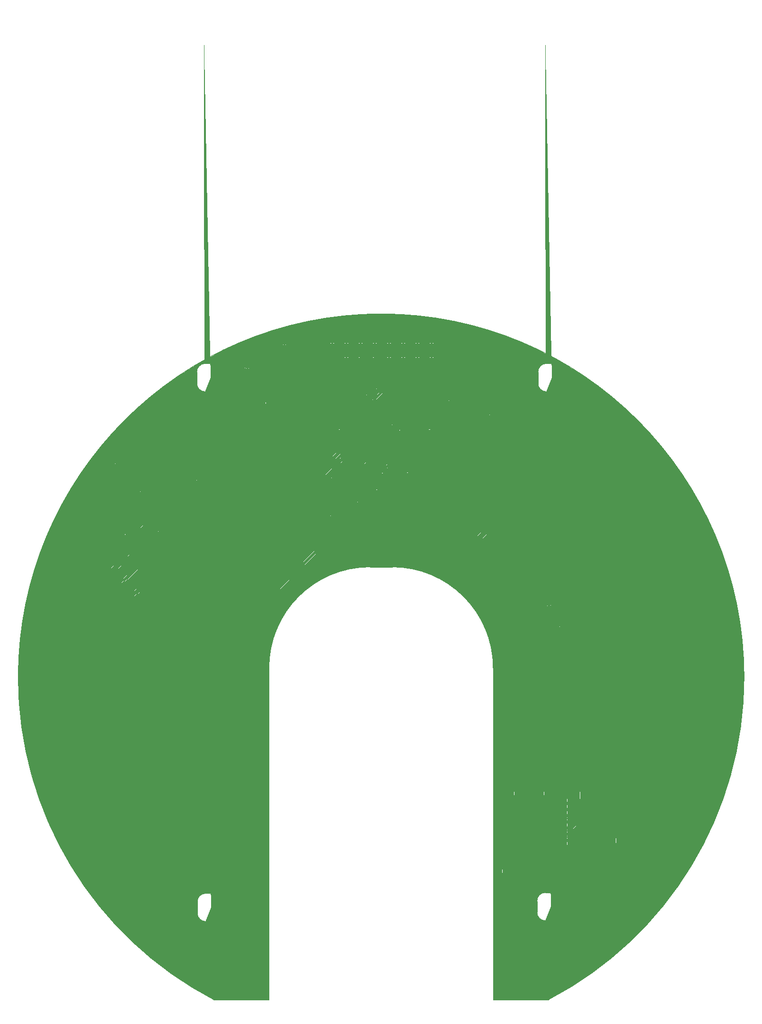
<source format=gbl>
G04 DesignSpark PCB Gerber Version 12.0 Build 5942*
%FSLAX35Y35*%
%MOMM*%
%AMT24*0 Rounded Rectangle Pad at angle 0*4,1,32,-0.05000,-0.29500,0.05000,-0.29500,0.08340,-0.29120,0.11510,-0.28010,0.14350,-0.26220,0.16720,-0.23850,0.18510,-0.21010,0.19620,-0.17840,0.20000,-0.14500,0.20000,0.14500,0.19620,0.17840,0.18510,0.21010,0.16720,0.23850,0.14350,0.26220,0.11510,0.28010,0.08340,0.29120,0.05000,0.29500,-0.05000,0.29500,-0.08340,0.29120,-0.11510,0.28010,-0.14350,0.26220,-0.16720,0.23850,-0.18510,0.21010,-0.19620,0.17840,-0.20000,0.14500,-0.20000,-0.14500,-0.19620,-0.17840,-0.18510,-0.21010,-0.16720,-0.23850,-0.14350,-0.26220,-0.11510,-0.28010,-0.08340,-0.29120,-0.05000,-0.29500,0*%
%ADD24T24*%
%AMT23*0 Rounded Rectangle Pad at angle 0*4,1,28,-0.12500,-0.34500,0.12500,-0.34500,0.15090,-0.34160,0.17500,-0.33160,0.19570,-0.31570,0.21160,-0.29500,0.22160,-0.27090,0.22500,-0.24500,0.22500,0.24500,0.22160,0.27090,0.21160,0.29500,0.19570,0.31570,0.17500,0.33160,0.15090,0.34160,0.12500,0.34500,-0.12500,0.34500,-0.15090,0.34160,-0.17500,0.33160,-0.19570,0.31570,-0.21160,0.29500,-0.22160,0.27090,-0.22500,0.24500,-0.22500,-0.24500,-0.22160,-0.27090,-0.21160,-0.29500,-0.19570,-0.31570,-0.17500,-0.33160,-0.15090,-0.34160,-0.12500,-0.34500,0*%
%ADD23T23*%
%AMT28*0 Rounded Rectangle Pad at angle 0*4,1,32,-0.11000,-0.44500,0.11000,-0.44500,0.14340,-0.44120,0.17510,-0.43010,0.20350,-0.41220,0.22720,-0.38850,0.24510,-0.36010,0.25620,-0.32840,0.26000,-0.29500,0.26000,0.29500,0.25620,0.32840,0.24510,0.36010,0.22720,0.38850,0.20350,0.41220,0.17510,0.43010,0.14340,0.44120,0.11000,0.44500,-0.11000,0.44500,-0.14340,0.44120,-0.17510,0.43010,-0.20350,0.41220,-0.22720,0.38850,-0.24510,0.36010,-0.25620,0.32840,-0.26000,0.29500,-0.26000,-0.29500,-0.25620,-0.32840,-0.24510,-0.36010,-0.22720,-0.38850,-0.20350,-0.41220,-0.17510,-0.43010,-0.14340,-0.44120,-0.11000,-0.44500,0*%
%ADD28T28*%
%AMT74*0 Rounded Rectangle Pad at angle 0*4,1,32,-0.31000,-0.60500,0.31000,-0.60500,0.34340,-0.60120,0.37510,-0.59010,0.40350,-0.57220,0.42720,-0.54850,0.44510,-0.52010,0.45620,-0.48840,0.46000,-0.45500,0.46000,0.45500,0.45620,0.48840,0.44510,0.52010,0.42720,0.54850,0.40350,0.57220,0.37510,0.59010,0.34340,0.60120,0.31000,0.60500,-0.31000,0.60500,-0.34340,0.60120,-0.37510,0.59010,-0.40350,0.57220,-0.42720,0.54850,-0.44510,0.52010,-0.45620,0.48840,-0.46000,0.45500,-0.46000,-0.45500,-0.45620,-0.48840,-0.44510,-0.52010,-0.42720,-0.54850,-0.40350,-0.57220,-0.37510,-0.59010,-0.34340,-0.60120,-0.31000,-0.60500,0*%
%ADD74T74*%
%AMT108*0 Rounded Rectangle Pad at angle 0*4,1,92,-1.00000,-2.50000,1.00000,-2.50000,1.10700,-2.49620,1.21340,-2.48480,1.31880,-2.46580,1.42250,-2.43930,1.52410,-2.40550,1.62300,-2.36450,1.71870,-2.31660,1.81080,-2.26200,1.89870,-2.20100,1.98210,-2.13380,2.06050,-2.06090,2.13350,-1.98260,2.20070,-1.89930,2.26180,-1.81140,2.31650,-1.71930,2.36450,-1.62360,2.40550,-1.52470,2.43930,-1.42310,2.46580,-1.31940,2.48480,-1.21400,2.49630,-1.10760,2.50000,-1.00000,2.50000,1.00000,2.49620,1.10700,2.48480,1.21340,2.46580,1.31880,2.43930,1.42250,2.40550,1.52410,2.36450,1.62300,2.31660,1.71870,2.26200,1.81080,2.20100,1.89870,2.13380,1.98210,2.06090,2.06050,1.98260,2.13350,1.89930,2.20070,1.81140,2.26180,1.71930,2.31650,1.62360,2.36450,1.52470,2.40550,1.42310,2.43930,1.31940,2.46580,1.21400,2.48480,1.10760,2.49630,1.00000,2.50000,-1.00000,2.50000,-1.10700,2.49620,-1.21340,2.48480,-1.31880,2.46580,-1.42250,2.43930,-1.52410,2.40550,-1.62300,2.36450,-1.71870,2.31660,-1.81080,2.26200,-1.89870,2.20100,-1.98210,2.13380,-2.06050,2.06090,-2.13350,1.98260,-2.20070,1.89930,-2.26180,1.81140,-2.31650,1.71930,-2.36450,1.62360,-2.40550,1.52470,-2.43930,1.42310,-2.46580,1.31940,-2.48480,1.21400,-2.49630,1.10760,-2.50000,1.00000,-2.50000,-1.00000,-2.49620,-1.10700,-2.48480,-1.21340,-2.46580,-1.31880,-2.43930,-1.42250,-2.40550,-1.52410,-2.36450,-1.62300,-2.31660,-1.71870,-2.26200,-1.81080,-2.20100,-1.89870,-2.13380,-1.98210,-2.06090,-2.06050,-1.98260,-2.13350,-1.89930,-2.20070,-1.81140,-2.26180,-1.71930,-2.31650,-1.62360,-2.36450,-1.52470,-2.40550,-1.42310,-2.43930,-1.31940,-2.46580,-1.21400,-2.48480,-1.10760,-2.49630,-1.00000,-2.50000,0*%
%ADD108T108*%
%ADD213R,0.35560X1.14300*%
%ADD103R,1.52400X1.52400*%
%ADD114R,1.75260X1.75260*%
%ADD17C,0.00001*%
%ADD14C,0.25400*%
%ADD70C,0.38100*%
%ADD19C,0.85000*%
%ADD29C,0.90000*%
%ADD73C,1.00000*%
%ADD71C,1.12000*%
%AMT27*0 Rounded Rectangle Pad at angle 45*4,1,28,0.15560,-0.33230,0.33230,-0.15560,0.34820,-0.13490,0.35820,-0.11080,0.36160,-0.08490,0.35820,-0.05900,0.34820,-0.03490,0.33230,-0.01410,-0.01410,0.33230,-0.03480,0.34820,-0.05890,0.35820,-0.08480,0.36160,-0.11070,0.35820,-0.13480,0.34820,-0.15560,0.33230,-0.33230,0.15560,-0.34820,0.13490,-0.35820,0.11080,-0.36160,0.08490,-0.35820,0.05900,-0.34820,0.03490,-0.33230,0.01410,0.01410,-0.33230,0.03480,-0.34820,0.05890,-0.35820,0.08480,-0.36160,0.11070,-0.35820,0.13480,-0.34820,0.15560,-0.33230,0*%
%ADD27T27*%
%AMT75*0 Rounded Rectangle Pad at angle 90*4,1,32,0.29500,-0.05000,0.29500,0.05000,0.29120,0.08340,0.28010,0.11510,0.26220,0.14350,0.23850,0.16720,0.21010,0.18510,0.17840,0.19620,0.14500,0.20000,-0.14500,0.20000,-0.17840,0.19620,-0.21010,0.18510,-0.23850,0.16720,-0.26220,0.14350,-0.28010,0.11510,-0.29120,0.08340,-0.29500,0.05000,-0.29500,-0.05000,-0.29120,-0.08340,-0.28010,-0.11510,-0.26220,-0.14350,-0.23850,-0.16720,-0.21010,-0.18510,-0.17840,-0.19620,-0.14500,-0.20000,0.14500,-0.20000,0.17840,-0.19620,0.21010,-0.18510,0.23850,-0.16720,0.26220,-0.14350,0.28010,-0.11510,0.29120,-0.08340,0.29500,-0.05000,0*%
%ADD75T75*%
%AMT25*0 Rounded Rectangle Pad at angle 90*4,1,28,0.34500,-0.12500,0.34500,0.12500,0.34160,0.15090,0.33160,0.17500,0.31570,0.19570,0.29500,0.21160,0.27090,0.22160,0.24500,0.22500,-0.24500,0.22500,-0.27090,0.22160,-0.29500,0.21160,-0.31570,0.19570,-0.33160,0.17500,-0.34160,0.15090,-0.34500,0.12500,-0.34500,-0.12500,-0.34160,-0.15090,-0.33160,-0.17500,-0.31570,-0.19570,-0.29500,-0.21160,-0.27090,-0.22160,-0.24500,-0.22500,0.24500,-0.22500,0.27090,-0.22160,0.29500,-0.21160,0.31570,-0.19570,0.33160,-0.17500,0.34160,-0.15090,0.34500,-0.12500,0*%
%ADD25T25*%
%AMT20*0 Rounded Rectangle Pad at angle 135*4,1,28,0.33230,0.15560,0.15560,0.33230,0.13490,0.34820,0.11080,0.35820,0.08490,0.36160,0.05900,0.35820,0.03490,0.34820,0.01410,0.33230,-0.33230,-0.01410,-0.34820,-0.03480,-0.35820,-0.05890,-0.36160,-0.08480,-0.35820,-0.11070,-0.34820,-0.13480,-0.33230,-0.15560,-0.15560,-0.33230,-0.13490,-0.34820,-0.11080,-0.35820,-0.08490,-0.36160,-0.05900,-0.35820,-0.03490,-0.34820,-0.01410,-0.33230,0.33230,0.01410,0.34820,0.03480,0.35820,0.05890,0.36160,0.08480,0.35820,0.11070,0.34820,0.13480,0.33230,0.15560,0*%
%ADD20T20*%
%AMT22*0 Rounded Rectangle Pad at angle 45*4,1,32,0.23690,-0.39240,0.39240,-0.23690,0.41330,-0.21060,0.42790,-0.18030,0.43540,-0.14760,0.43540,-0.11400,0.42790,-0.08120,0.41330,-0.05090,0.39240,-0.02470,-0.02470,0.39240,-0.05100,0.41330,-0.08130,0.42790,-0.11400,0.43540,-0.14760,0.43540,-0.18040,0.42790,-0.21070,0.41330,-0.23690,0.39240,-0.39240,0.23690,-0.41330,0.21060,-0.42790,0.18030,-0.43540,0.14760,-0.43540,0.11400,-0.42790,0.08120,-0.41330,0.05090,-0.39240,0.02470,0.02470,-0.39240,0.05100,-0.41330,0.08130,-0.42790,0.11400,-0.43540,0.14760,-0.43540,0.18040,-0.42790,0.21070,-0.41330,0.23690,-0.39240,0*%
%ADD22T22*%
%AMT72*0 Rounded Rectangle Pad at angle 90*4,1,32,0.44500,-0.11000,0.44500,0.11000,0.44120,0.14340,0.43010,0.17510,0.41220,0.20350,0.38850,0.22720,0.36010,0.24510,0.32840,0.25620,0.29500,0.26000,-0.29500,0.26000,-0.32840,0.25620,-0.36010,0.24510,-0.38850,0.22720,-0.41220,0.20350,-0.43010,0.17510,-0.44120,0.14340,-0.44500,0.11000,-0.44500,-0.11000,-0.44120,-0.14340,-0.43010,-0.17510,-0.41220,-0.20350,-0.38850,-0.22720,-0.36010,-0.24510,-0.32840,-0.25620,-0.29500,-0.26000,0.29500,-0.26000,0.32840,-0.25620,0.36010,-0.24510,0.38850,-0.22720,0.41220,-0.20350,0.43010,-0.17510,0.44120,-0.14340,0.44500,-0.11000,0*%
%ADD72T72*%
%AMT21*0 Rounded Rectangle Pad at angle 135*4,1,32,0.39240,0.23690,0.23690,0.39240,0.21060,0.41330,0.18030,0.42790,0.14760,0.43540,0.11400,0.43540,0.08120,0.42790,0.05090,0.41330,0.02470,0.39240,-0.39240,-0.02470,-0.41330,-0.05100,-0.42790,-0.08130,-0.43540,-0.11400,-0.43540,-0.14760,-0.42790,-0.18040,-0.41330,-0.21070,-0.39240,-0.23690,-0.23690,-0.39240,-0.21060,-0.41330,-0.18030,-0.42790,-0.14760,-0.43540,-0.11400,-0.43540,-0.08120,-0.42790,-0.05090,-0.41330,-0.02470,-0.39240,0.39240,0.02470,0.41330,0.05100,0.42790,0.08130,0.43540,0.11400,0.43540,0.14760,0.42790,0.18040,0.41330,0.21070,0.39240,0.23690,0*%
%ADD21T21*%
%ADD120C,1.21700*%
%ADD122C,1.31600*%
%ADD109C,1.44600*%
%ADD90C,1.50000*%
%ADD110C,1.55000*%
%ADD115C,1.75260*%
%ADD104C,2.25000*%
%ADD111C,2.35500*%
%ADD116C,2.52400*%
%ADD76C,3.85000*%
%ADD217R,1.15000X0.60000*%
%ADD212R,1.30000X0.65000*%
%ADD216R,1.60000X0.65000*%
%ADD215R,2.14000X0.65000*%
%ADD218R,1.50000X1.16000*%
%ADD214R,1.80000X1.35000*%
X0Y0D02*
D02*
D14*
X40999500Y47264760D02*
X41004000D01*
X41026450Y47287210D01*
Y47288210D01*
X41199000Y47460760D01*
X41500000D01*
X41927500Y47033260D01*
X43823000D01*
X44495500Y47705760D01*
X47208000D01*
X47500000Y47997760D01*
Y49130760D01*
X47419500Y49211260D01*
Y49520760D01*
X47305000Y49635260D01*
X47137500D01*
X41093000Y47172760D02*
X41329950Y47409710D01*
Y47409810D01*
X41483100D01*
Y47408160D01*
X41904500Y46986760D01*
X43846000D01*
X44510000Y47650760D01*
X47230000D01*
X47548000Y47968760D01*
Y49223260D01*
X47546500D01*
X41172000Y47069260D02*
X41381650Y47278910D01*
Y47280560D01*
X41391350Y47290260D01*
X41458150D01*
X41865650Y46882760D01*
X43884000D01*
X44553000Y47551760D01*
X47265600D01*
X47658100Y47944260D01*
Y48750760D01*
X47661000D01*
X41186000Y47544260D02*
Y47552260D01*
X41481000D01*
X41948000Y47085260D01*
X43801000D01*
X44054500Y47338760D01*
Y48570260D01*
X44056700Y48572460D01*
Y48736660D01*
X41525000Y40657760D02*
Y41369260D01*
X41315000Y41579260D01*
Y42870260D01*
X41100000Y43085260D01*
X40460000D01*
X40459500Y43084760D01*
X40279000D01*
X41741500Y46910260D02*
X41829000Y46822760D01*
X42322000D01*
X43584400Y49852760D02*
Y49792160D01*
X43818850Y49557710D01*
X44869480D01*
X44948530Y49636760D01*
X45075000D01*
X43749800Y49858860D02*
Y49739360D01*
X43882900Y49606260D01*
X44807020D01*
X44904020Y49703260D01*
X45075500D01*
X44262500Y50179760D02*
X44369500D01*
X44593500Y49955760D01*
X45018000D01*
X45091500Y49882260D01*
Y49842760D01*
X45340500Y47968260D02*
Y48041960D01*
X45239700Y48142760D01*
X44787000D01*
X44687500Y48242260D01*
Y48987760D01*
X44859000Y49159260D01*
Y49289760D01*
X44962000Y49392760D01*
X45091000D01*
X45380000Y49342760D02*
X45245000D01*
X45229500Y49327260D01*
Y49223260D01*
X45102000Y49095760D01*
X45090200D01*
X44893200Y48898760D01*
Y48384560D01*
X44941000Y48336760D01*
X46353500D01*
X46609500Y48080760D01*
Y47971260D01*
X46610500Y47970260D01*
Y47968260D01*
X45538500Y48745760D02*
Y49002260D01*
X45556500Y49020260D01*
Y49122760D01*
X45508000Y49171260D01*
Y50367260D01*
X45655500Y50514760D01*
Y50541260D01*
X45647500D01*
X45569500Y49216760D02*
Y50304910D01*
X45705500Y50440910D01*
Y50617760D01*
X45588000Y50625760D02*
Y50523760D01*
X45459000Y50394760D01*
Y49185260D01*
X45430500Y49156760D01*
Y49081760D01*
X45594500Y47968260D02*
Y48022760D01*
X45424000Y48193260D01*
X44804500D01*
X44737500Y48260260D01*
Y48964760D01*
X44910000Y49137260D01*
Y49249260D01*
X44994500Y49333760D01*
X45130700D01*
X45239700Y49442760D01*
X45380000D01*
X45746000Y50234760D02*
Y49132760D01*
X45858000Y49020760D01*
Y48734760D01*
X45761500Y50536760D02*
Y50431020D01*
X45637500Y50307020D01*
Y48737760D01*
X45802000Y50371760D02*
Y49195490D01*
X45843000Y49154490D01*
Y49126260D01*
X45848500Y47968260D02*
Y48044760D01*
X45653000Y48240260D01*
X44835000D01*
X44788000Y48287260D01*
Y48936260D01*
X44956500Y49104760D01*
Y49220760D01*
X45005000Y49269260D01*
X45081000D01*
Y49272260D01*
X45863500Y50275760D02*
Y49201260D01*
X45913000Y49151760D01*
Y49137060D01*
X46058500Y48991560D01*
Y48755260D01*
X46102500Y47968260D02*
Y48104760D01*
X45919500Y48287760D01*
X44859500D01*
X44839500Y48307760D01*
Y48914960D01*
X45004500Y49079960D01*
Y49173260D01*
X45033500Y49202260D01*
X45085500D01*
X46139000Y48731760D02*
Y48986560D01*
X45976000Y49149560D01*
Y50446240D01*
X45433480Y50988760D01*
X45353000D01*
X46188500Y49042760D02*
Y49119660D01*
X46114900Y49193260D01*
Y50383060D01*
X45960000Y50537960D01*
Y50720760D01*
X46553000Y49074260D02*
X46303950D01*
X46161500Y49216710D01*
Y50617170D01*
X46000410Y50778260D01*
X45900370D01*
X45689870Y50988760D01*
X45607000D01*
X46555000Y49142760D02*
X46372900D01*
Y49822680D01*
X46209500Y49986080D01*
Y50645100D01*
X46369000Y50804600D01*
Y50988760D01*
X47485000Y49681260D02*
X47701500D01*
X47770500Y49612260D01*
Y49394760D01*
X47769500Y49393760D01*
Y49384760D01*
X47605500Y49002260D02*
X47604000D01*
Y47957760D01*
X47245500Y47599260D01*
X44530000D01*
X43862200Y46931460D01*
X41883800D01*
X41455950Y47359310D01*
X41369550D01*
X41080000Y47069760D01*
X47618000Y49918610D02*
Y49919760D01*
X48426500D01*
X48641500Y49704760D01*
Y46623260D01*
X49296000Y45968760D01*
Y43863260D01*
X49176000Y43743260D01*
X48825500D01*
X48769000Y43686760D01*
Y43133360D01*
X48853500Y43048860D01*
X48987000D01*
X47700000Y49577260D02*
Y49408760D01*
X47698500D01*
Y49403760D01*
X47765530Y49848760D02*
X46718500D01*
X46667500Y49797760D01*
X46587000D01*
X47870500Y43255360D02*
Y43337860D01*
X47870300D01*
X47827500Y43380660D01*
Y43420260D01*
X48147000Y49853260D02*
X48397500D01*
X48585000Y49665760D01*
Y46613260D01*
X49109500Y46072260D01*
X49246000Y45935760D01*
Y43888260D01*
X49173000Y43815260D01*
X48191000D01*
X48949000Y42829260D02*
X49216500D01*
X49351500Y42964260D01*
Y45981260D01*
X48695000Y46637760D01*
Y49722260D01*
X48440550Y49976710D01*
X47776000D01*
X48987000Y42498860D02*
X49114100D01*
X49173500Y42558260D01*
X49245000D01*
X49456000Y42769260D01*
Y46011760D01*
X48802500Y46665260D01*
Y49761760D01*
X48466350Y50097910D01*
X47583000D01*
Y50092910D01*
X48987000Y42608860D02*
X49131600D01*
X49404500Y42881760D01*
Y45995760D01*
X48752500Y46647760D01*
Y49734260D01*
X48457000Y50029760D01*
X48456000D01*
X48449500Y50036260D01*
X47670000D01*
X47646000Y50012260D01*
X47020500D01*
X46929900Y49921660D01*
X46364600D01*
X46305100Y49981160D01*
Y50185760D01*
X46300000D01*
D02*
D17*
X39226240Y45353160D02*
G75*
G03*
X42721570Y39593110I6493710J-20D01*
G01*
X43713650D01*
Y45516760D01*
G75*
G02*
X45520000Y47323110I1806350J0D01*
G01*
X45917500D01*
G75*
G02*
X47723850Y45516760I0J-1806350D01*
G01*
Y45156810D01*
G75*
G02*
X47726350Y45151760I-3850J-5050D01*
G01*
Y39593110D01*
X48718430D01*
G75*
G03*
X52213720Y45353140I-2998470J5760040D01*
G01*
G75*
G03*
X45720000Y51846890I-6493720J0D01*
G01*
G75*
G03*
X39226240Y45353160I0J-6493730D01*
G01*
X45861000Y51076390D02*
G75*
G02*
X45948630Y50988760I0J-87630D01*
G01*
G75*
G02*
X45861000Y50901130I-87630J0D01*
G01*
G75*
G02*
X45773370Y50988760I0J87630D01*
G01*
G75*
G02*
X45861000Y51076390I87630J0D01*
G01*
Y51330390D02*
G75*
G02*
X45948630Y51242760I0J-87630D01*
G01*
G75*
G02*
X45861000Y51155130I-87630J0D01*
G01*
G75*
G02*
X45773370Y51242760I0J87630D01*
G01*
G75*
G02*
X45861000Y51330390I87630J0D01*
G01*
X46115000Y51076390D02*
G75*
G02*
X46202630Y50988760I0J-87630D01*
G01*
G75*
G02*
X46115000Y50901130I-87630J0D01*
G01*
G75*
G02*
X46027370Y50988760I0J87630D01*
G01*
G75*
G02*
X46115000Y51076390I87630J0D01*
G01*
X46196800Y50645100D02*
G75*
G02*
X46200520Y50654080I12700J0D01*
G01*
X46356300Y50809860D01*
Y50902060D01*
G75*
G02*
X46281370Y50988760I12700J86700D01*
G01*
G75*
G02*
X46369000Y51076390I87630J0D01*
G01*
G75*
G02*
X46456630Y50988760I0J-87630D01*
G01*
G75*
G02*
X46381700Y50902060I-87630J0D01*
G01*
Y50804600D01*
G75*
G02*
X46377980Y50795620I-12700J0D01*
G01*
X46222200Y50639840D01*
Y49991340D01*
X46381880Y49831660D01*
G75*
G02*
X46385600Y49822680I-8980J-8980D01*
G01*
Y49155460D01*
X46520500D01*
G75*
G02*
X46530500Y49165260I10000J-200D01*
G01*
X46579500D01*
G75*
G02*
X46589500Y49155260I0J-10000D01*
G01*
Y49130260D01*
G75*
G02*
X46579500Y49120260I-10000J0D01*
G01*
X46530500D01*
G75*
G02*
X46520500Y49130060I0J10000D01*
G01*
X46372900D01*
G75*
G02*
X46360200Y49142760I0J12700D01*
G01*
Y49817420D01*
X46200520Y49977100D01*
G75*
G02*
X46196800Y49986080I8980J8980D01*
G01*
Y50645100D01*
X46382000Y50696260D02*
G75*
G02*
X46494000I56000J0D01*
G01*
G75*
G02*
X46382000I-56000J0D01*
G01*
X46280000Y50171260D02*
Y50200260D01*
G75*
G02*
X46295000Y50215260I15000J0D01*
G01*
X46305000D01*
G75*
G02*
X46320000Y50200260I0J-15000D01*
G01*
Y50171260D01*
G75*
G02*
X46317800Y50163440I-15000J0D01*
G01*
Y49986420D01*
X46369860Y49934360D01*
X46924640D01*
X47011520Y50021240D01*
G75*
G02*
X47020500Y50024960I8980J-8980D01*
G01*
X47640740D01*
X47661020Y50045240D01*
G75*
G02*
X47670000Y50048960I8980J-8980D01*
G01*
X48449500D01*
G75*
G02*
X48458480Y50045240I0J-12700D01*
G01*
X48462530Y50041190D01*
G75*
G02*
X48465980Y50038740I-5520J-11430D01*
G01*
X48761480Y49743240D01*
G75*
G02*
X48765200Y49734260I-8980J-8980D01*
G01*
Y46653020D01*
X49413480Y46004740D01*
G75*
G02*
X49417200Y45995760I-8980J-8980D01*
G01*
Y42881760D01*
G75*
G02*
X49413480Y42872780I-12700J0D01*
G01*
X49140580Y42599880D01*
G75*
G02*
X49131600Y42596160I-8980J8980D01*
G01*
X49052000D01*
Y42576360D01*
X48922000D01*
Y42641360D01*
X49052000D01*
Y42621560D01*
X49126340D01*
X49391800Y42887020D01*
Y45990500D01*
X48743520Y46638780D01*
G75*
G02*
X48739800Y46647760I8980J8980D01*
G01*
Y49729000D01*
X48450470Y50018330D01*
G75*
G02*
X48447020Y50020780I5520J11430D01*
G01*
X48444240Y50023560D01*
X47675260D01*
X47654980Y50003280D01*
G75*
G02*
X47646000Y49999560I-8980J8980D01*
G01*
X47025760D01*
X46938880Y49912680D01*
G75*
G02*
X46929900Y49908960I-8980J8980D01*
G01*
X46364600D01*
G75*
G02*
X46355620Y49912680I0J12700D01*
G01*
X46296120Y49972180D01*
G75*
G02*
X46292400Y49981160I8980J8980D01*
G01*
Y50156490D01*
G75*
G02*
X46280000Y50171260I2600J14770D01*
G01*
X47741500Y49964210D02*
Y49989210D01*
G75*
G02*
X47751500Y49999210I10000J0D01*
G01*
X47800500D01*
G75*
G02*
X47810500Y49989410I0J-10000D01*
G01*
X48440550D01*
G75*
G02*
X48449530Y49985690I0J-12700D01*
G01*
X48703980Y49731240D01*
G75*
G02*
X48707700Y49722260I-8980J-8980D01*
G01*
Y46643020D01*
X49360480Y45990240D01*
G75*
G02*
X49364200Y45981260I-8980J-8980D01*
G01*
Y42964260D01*
G75*
G02*
X49360480Y42955280I-12700J0D01*
G01*
X49225480Y42820280D01*
G75*
G02*
X49216500Y42816560I-8980J8980D01*
G01*
X49052000D01*
Y42796360D01*
X48922000D01*
Y42861360D01*
X49052000D01*
Y42841960D01*
X49211240D01*
X49338800Y42969520D01*
Y45976000D01*
X48686020Y46628780D01*
G75*
G02*
X48682300Y46637760I8980J8980D01*
G01*
Y49717000D01*
X48435290Y49964010D01*
X47810500D01*
G75*
G02*
X47800500Y49954210I-10000J200D01*
G01*
X47751500D01*
G75*
G02*
X47741500Y49964210I0J10000D01*
G01*
X47583500Y49906110D02*
Y49931110D01*
G75*
G02*
X47593500Y49941110I10000J0D01*
G01*
X47642500D01*
G75*
G02*
X47652410Y49932460I0J-10000D01*
G01*
X48426500D01*
G75*
G02*
X48435480Y49928740I0J-12700D01*
G01*
X48650480Y49713740D01*
G75*
G02*
X48654200Y49704760I-8980J-8980D01*
G01*
Y46628520D01*
X49304980Y45977740D01*
G75*
G02*
X49308700Y45968760I-8980J-8980D01*
G01*
Y43863260D01*
G75*
G02*
X49304980Y43854280I-12700J0D01*
G01*
X49184980Y43734280D01*
G75*
G02*
X49176000Y43730560I-8980J8980D01*
G01*
X48830760D01*
X48781700Y43681500D01*
Y43138620D01*
X48858760Y43061560D01*
X48922000D01*
Y43081360D01*
X49052000D01*
Y43016360D01*
X48922000D01*
Y43036160D01*
X48853500D01*
G75*
G02*
X48844520Y43039880I0J12700D01*
G01*
X48760020Y43124380D01*
G75*
G02*
X48756300Y43133360I8980J8980D01*
G01*
Y43686760D01*
G75*
G02*
X48760020Y43695740I12700J0D01*
G01*
X48816520Y43752240D01*
G75*
G02*
X48825500Y43755960I8980J-8980D01*
G01*
X49170740D01*
X49283300Y43868520D01*
Y45963500D01*
X48632520Y46614280D01*
G75*
G02*
X48628800Y46623260I8980J8980D01*
G01*
Y49699500D01*
X48421240Y49907060D01*
X47652500D01*
Y49906110D01*
G75*
G02*
X47642500Y49896110I-10000J0D01*
G01*
X47593500D01*
G75*
G02*
X47583500Y49906110I0J10000D01*
G01*
X48922000Y43191360D02*
X49052000D01*
Y43126360D01*
X48922000D01*
Y43191360D01*
X49102000Y43312760D02*
X49282000D01*
Y43177760D01*
X49102000D01*
Y43312760D01*
X48922000Y42421260D02*
X49052000D01*
Y42356260D01*
X48922000D01*
Y42421260D01*
Y42531360D02*
X49052000D01*
Y42511560D01*
X49108840D01*
X49164520Y42567240D01*
G75*
G02*
X49173500Y42570960I8980J-8980D01*
G01*
X49239740D01*
X49443300Y42774520D01*
Y46006500D01*
X48793520Y46656280D01*
G75*
G02*
X48789800Y46665260I8980J8980D01*
G01*
Y49756500D01*
X48461090Y50085210D01*
X47617500D01*
Y50080410D01*
G75*
G02*
X47607500Y50070410I-10000J0D01*
G01*
X47558500D01*
G75*
G02*
X47548500Y50080410I0J10000D01*
G01*
Y50105410D01*
G75*
G02*
X47558500Y50115410I10000J0D01*
G01*
X47607500D01*
G75*
G02*
X47616040Y50110610I0J-10000D01*
G01*
X48466350D01*
G75*
G02*
X48475330Y50106890I0J-12700D01*
G01*
X48811480Y49770740D01*
G75*
G02*
X48815200Y49761760I-8980J-8980D01*
G01*
Y46670520D01*
X49464980Y46020740D01*
G75*
G02*
X49468700Y46011760I-8980J-8980D01*
G01*
Y42769260D01*
G75*
G02*
X49464980Y42760280I-12700J0D01*
G01*
X49253980Y42549280D01*
G75*
G02*
X49245000Y42545560I-8980J8980D01*
G01*
X49178760D01*
X49123080Y42489880D01*
G75*
G02*
X49114100Y42486160I-8980J8980D01*
G01*
X49052000D01*
Y42466360D01*
X48922000D01*
Y42531360D01*
X49142000Y41973860D02*
X49292000D01*
Y41857860D01*
X49142000D01*
Y41973860D01*
X49177500Y42436760D02*
G75*
G02*
X49269970Y42479260I56000J0D01*
G01*
X49829000D01*
Y42482260D01*
G75*
G02*
X49844000Y42497260I15000J0D01*
G01*
X49906000D01*
G75*
G02*
X49921000Y42482260I0J-15000D01*
G01*
Y42391260D01*
G75*
G02*
X49906000Y42376260I-15000J0D01*
G01*
X49844000D01*
G75*
G02*
X49829000Y42391260I0J15000D01*
G01*
Y42394260D01*
X49269970D01*
G75*
G02*
X49177500Y42436760I-36470J42500D01*
G01*
X49403800Y42257960D02*
X49556200D01*
Y42105560D01*
X49403800D01*
Y42257960D01*
X48922000Y42751360D02*
X49052000D01*
Y42686360D01*
X48922000D01*
Y42751360D01*
Y42971360D02*
X49052000D01*
Y42906360D01*
X48922000D01*
Y42971360D01*
X47805000Y43395760D02*
Y43444760D01*
G75*
G02*
X47815000Y43454760I10000J0D01*
G01*
X47840000D01*
G75*
G02*
X47850000Y43444760I0J-10000D01*
G01*
Y43395760D01*
G75*
G02*
X47840350Y43385770I-10000J0D01*
G01*
X47878040Y43348080D01*
G75*
G02*
X47883200Y43337860I-7540J-10220D01*
G01*
Y43312510D01*
X47888280D01*
Y43198210D01*
X47852720D01*
Y43312510D01*
X47857800D01*
Y43332400D01*
X47818520Y43371680D01*
G75*
G02*
X47814800Y43380660I8980J8980D01*
G01*
Y43385760D01*
G75*
G02*
X47805000Y43395760I200J10000D01*
G01*
X48016500Y40622760D02*
G75*
G02*
X48129000Y40510260I0J-112500D01*
G01*
G75*
G02*
X48034500Y40399210I-112500J0D01*
G01*
Y40089090D01*
G75*
G02*
X48118200Y39970260I-42500J-118830D01*
G01*
G75*
G02*
X47865800I-126200J0D01*
G01*
G75*
G02*
X47949500Y40089090I126200J0D01*
G01*
Y40419890D01*
G75*
G02*
X47904000Y40510260I67000J90370D01*
G01*
G75*
G02*
X48016500Y40622760I112500J0D01*
G01*
X47941000Y43312860D02*
X48101000D01*
Y43247860D01*
X47941000D01*
Y43312860D01*
X47969000Y46126260D02*
G75*
G02*
X48081000I56000J0D01*
G01*
G75*
G02*
X47969000I-56000J0D01*
G01*
X48112500Y49840760D02*
Y49865760D01*
G75*
G02*
X48122500Y49875760I10000J0D01*
G01*
X48171500D01*
G75*
G02*
X48181500Y49865960I0J-10000D01*
G01*
X48397500D01*
G75*
G02*
X48406480Y49862240I0J-12700D01*
G01*
X48593980Y49674740D01*
G75*
G02*
X48597700Y49665760I-8980J-8980D01*
G01*
Y46618410D01*
X49118480Y46081240D01*
X49254980Y45944740D01*
G75*
G02*
X49258700Y45935760I-8980J-8980D01*
G01*
Y43888260D01*
G75*
G02*
X49254980Y43879280I-12700J0D01*
G01*
X49181980Y43806280D01*
G75*
G02*
X49173000Y43802560I-8980J8980D01*
G01*
X48225500D01*
G75*
G02*
X48215500Y43792760I-10000J200D01*
G01*
X48166500D01*
G75*
G02*
X48156500Y43802760I0J10000D01*
G01*
Y43827760D01*
G75*
G02*
X48166500Y43837760I10000J0D01*
G01*
X48215500D01*
G75*
G02*
X48225500Y43827960I0J-10000D01*
G01*
X49167740D01*
X49233300Y43893520D01*
Y45930500D01*
X49100520Y46063280D01*
G75*
G02*
X49100380Y46063420I8910J9050D01*
G01*
X48575880Y46604420D01*
G75*
G02*
X48572300Y46613260I9120J8840D01*
G01*
Y49660500D01*
X48392240Y49840560D01*
X48181500D01*
G75*
G02*
X48171500Y49830760I-10000J200D01*
G01*
X48122500D01*
G75*
G02*
X48112500Y49840760I0J10000D01*
G01*
X48362000Y41917760D02*
X48477000D01*
Y41857760D01*
X48362000D01*
Y41917760D01*
X48389800Y39970260D02*
G75*
G02*
X48642200I126200J0D01*
G01*
G75*
G02*
X48389800I-126200J0D01*
G01*
X48524500Y40622760D02*
G75*
G02*
X48637000Y40510260I0J-112500D01*
G01*
G75*
G02*
X48524500Y40397760I-112500J0D01*
G01*
G75*
G02*
X48412000Y40510260I0J112500D01*
G01*
G75*
G02*
X48524500Y40622760I112500J0D01*
G01*
X48422000Y43312860D02*
X48636000D01*
Y43247860D01*
X48422000D01*
Y43312860D01*
X48508000Y41154260D02*
Y41354260D01*
G75*
G02*
X48658000Y41504260I150000J0D01*
G01*
X48858000D01*
G75*
G02*
X49008000Y41354260I0J-150000D01*
G01*
Y41154260D01*
G75*
G02*
X48858000Y41004260I-150000J0D01*
G01*
X48658000D01*
G75*
G02*
X48508000Y41154260I0J150000D01*
G01*
X48653500Y44718760D02*
G75*
G02*
X48878500I112500J0D01*
G01*
G75*
G02*
X48653500I-112500J0D01*
G01*
Y45223760D02*
G75*
G02*
X48878500I112500J0D01*
G01*
G75*
G02*
X48653500I-112500J0D01*
G01*
X46521000Y49397260D02*
Y49422260D01*
G75*
G02*
X46531000Y49432260I10000J0D01*
G01*
X46580000D01*
G75*
G02*
X46590000Y49422260I0J-10000D01*
G01*
Y49397260D01*
G75*
G02*
X46580000Y49387260I-10000J0D01*
G01*
X46531000D01*
G75*
G02*
X46521000Y49397260I0J10000D01*
G01*
X46557500Y49792760D02*
Y49802760D01*
G75*
G02*
X46572500Y49817760I15000J0D01*
G01*
X46601500D01*
G75*
G02*
X46614370Y49810460I0J-15000D01*
G01*
X46662240D01*
X46709520Y49857740D01*
G75*
G02*
X46718500Y49861460I8980J-8980D01*
G01*
X47731030D01*
G75*
G02*
X47741030Y49871260I10000J-200D01*
G01*
X47790030D01*
G75*
G02*
X47800030Y49861260I0J-10000D01*
G01*
Y49836260D01*
G75*
G02*
X47790030Y49826260I-10000J0D01*
G01*
X47741030D01*
G75*
G02*
X47731030Y49836060I0J10000D01*
G01*
X46723760D01*
X46676480Y49788780D01*
G75*
G02*
X46667500Y49785060I-8980J8980D01*
G01*
X46614370D01*
G75*
G02*
X46601500Y49777760I-12870J7700D01*
G01*
X46572500D01*
G75*
G02*
X46557500Y49792760I0J15000D01*
G01*
X46918000Y47961760D02*
G75*
G02*
X47303000I192500J0D01*
G01*
G75*
G02*
X46918000I-192500J0D01*
G01*
X47103000Y49622760D02*
Y49647760D01*
G75*
G02*
X47113000Y49657760I10000J0D01*
G01*
X47162000D01*
G75*
G02*
X47172000Y49647960I0J-10000D01*
G01*
X47305000D01*
G75*
G02*
X47313980Y49644240I0J-12700D01*
G01*
X47428480Y49529740D01*
G75*
G02*
X47432200Y49520760I-8980J-8980D01*
G01*
Y49216520D01*
X47508980Y49139740D01*
G75*
G02*
X47512700Y49130760I-8980J-8980D01*
G01*
Y47997760D01*
G75*
G02*
X47508980Y47988780I-12700J0D01*
G01*
X47216980Y47696780D01*
G75*
G02*
X47208000Y47693060I-8980J8980D01*
G01*
X44500760D01*
X43831980Y47024280D01*
G75*
G02*
X43823000Y47020560I-8980J8980D01*
G01*
X41927500D01*
G75*
G02*
X41918520Y47024280I0J12700D01*
G01*
X41494740Y47448060D01*
X41204260D01*
X41037880Y47281680D01*
G75*
G02*
X41035430Y47278230I-11430J5520D01*
G01*
X41034710Y47277510D01*
G75*
G02*
X41035660Y47273250I-9050J-4250D01*
G01*
G75*
G02*
X41032730Y47266170I-10000J-10D01*
G01*
X40998090Y47231530D01*
G75*
G02*
X40983940I-7070J7080D01*
G01*
X40966270Y47249200D01*
G75*
G02*
X40963340Y47256280I7080J7080D01*
G01*
G75*
G02*
X40966270Y47263350I10010J-10D01*
G01*
X41000910Y47297990D01*
G75*
G02*
X41015060I7080J-7070D01*
G01*
X41016700Y47296350D01*
G75*
G02*
X41017470Y47297190I9730J-8150D01*
G01*
X41190020Y47469740D01*
G75*
G02*
X41199000Y47473460I8980J-8980D01*
G01*
X41500000D01*
G75*
G02*
X41508980Y47469740I0J-12700D01*
G01*
X41932760Y47045960D01*
X43817740D01*
X44486520Y47714740D01*
G75*
G02*
X44495500Y47718460I8980J-8980D01*
G01*
X47202740D01*
X47487300Y48003020D01*
Y49125500D01*
X47410520Y49202280D01*
G75*
G02*
X47406800Y49211260I8980J8980D01*
G01*
Y49515500D01*
X47299740Y49622560D01*
X47172000D01*
G75*
G02*
X47162000Y49612760I-10000J200D01*
G01*
X47113000D01*
G75*
G02*
X47103000Y49622760I0J10000D01*
G01*
X41046770Y47068350D02*
X41081410Y47102990D01*
G75*
G02*
X41095410Y47103130I7070J-7070D01*
G01*
X41360570Y47368290D01*
G75*
G02*
X41369550Y47372010I8980J-8980D01*
G01*
X41455950D01*
G75*
G02*
X41464930Y47368290I0J-12700D01*
G01*
X41889060Y46944160D01*
X43856940D01*
X44521020Y47608240D01*
G75*
G02*
X44530000Y47611960I8980J-8980D01*
G01*
X47240240D01*
X47591300Y47963020D01*
Y48967910D01*
G75*
G02*
X47583000Y48977760I1700J9850D01*
G01*
Y49026760D01*
G75*
G02*
X47593000Y49036760I10000J0D01*
G01*
X47618000D01*
G75*
G02*
X47628000Y49026760I0J-10000D01*
G01*
Y48977760D01*
G75*
G02*
X47618000Y48967760I-10000J0D01*
G01*
X47616700D01*
Y47957760D01*
G75*
G02*
X47612980Y47948780I-12700J0D01*
G01*
X47254480Y47590280D01*
G75*
G02*
X47245500Y47586560I-8980J8980D01*
G01*
X44535260D01*
X43871180Y46922480D01*
G75*
G02*
X43862200Y46918760I-8980J8980D01*
G01*
X41883800D01*
G75*
G02*
X41874820Y46922480I0J12700D01*
G01*
X41450690Y47346610D01*
X41374810D01*
X41113370Y47085170D01*
G75*
G02*
X41116160Y47078250I-7210J-6930D01*
G01*
G75*
G02*
X41113230Y47071170I-10000J-10D01*
G01*
X41078590Y47036530D01*
G75*
G02*
X41064440I-7070J7080D01*
G01*
X41046770Y47054200D01*
G75*
G02*
X41043840Y47061280I7080J7080D01*
G01*
G75*
G02*
X41046770Y47068350I10010J-10D01*
G01*
X41138770Y47067850D02*
X41173410Y47102490D01*
G75*
G02*
X41187410Y47102630I7070J-7070D01*
G01*
X41369730Y47284950D01*
G75*
G02*
X41372670Y47289540I11920J-4400D01*
G01*
X41382370Y47299240D01*
G75*
G02*
X41391350Y47302960I8980J-8980D01*
G01*
X41458150D01*
G75*
G02*
X41467130Y47299240I0J-12700D01*
G01*
X41870910Y46895460D01*
X43878740D01*
X44544020Y47560740D01*
G75*
G02*
X44553000Y47564460I8980J-8980D01*
G01*
X47260340D01*
X47645400Y47949520D01*
Y48716750D01*
G75*
G02*
X47638500Y48726260I3100J9510D01*
G01*
Y48775260D01*
G75*
G02*
X47648500Y48785260I10000J0D01*
G01*
X47673500D01*
G75*
G02*
X47683500Y48775260I0J-10000D01*
G01*
Y48726260D01*
G75*
G02*
X47673500Y48716260I-10000J0D01*
G01*
X47670800D01*
Y47944260D01*
G75*
G02*
X47667080Y47935280I-12700J0D01*
G01*
X47274580Y47542780D01*
G75*
G02*
X47265600Y47539060I-8980J8980D01*
G01*
X44558260D01*
X43892980Y46873780D01*
G75*
G02*
X43884000Y46870060I-8980J8980D01*
G01*
X41865650D01*
G75*
G02*
X41856670Y46873780I0J12700D01*
G01*
X41452890Y47277560D01*
X41396610D01*
X41393570Y47274520D01*
G75*
G02*
X41390630Y47269930I-11920J4400D01*
G01*
X41205370Y47084670D01*
G75*
G02*
X41208160Y47077750I-7210J-6930D01*
G01*
G75*
G02*
X41205230Y47070670I-10000J-10D01*
G01*
X41170590Y47036030D01*
G75*
G02*
X41156440I-7070J7080D01*
G01*
X41138770Y47053700D01*
G75*
G02*
X41135840Y47060780I7080J7080D01*
G01*
G75*
G02*
X41138770Y47067850I10010J-10D01*
G01*
X43160500Y41967260D02*
G75*
G02*
X43272500I56000J0D01*
G01*
G75*
G02*
X43160500I-56000J0D01*
G01*
Y42923260D02*
G75*
G02*
X43272500I56000J0D01*
G01*
G75*
G02*
X43160500I-56000J0D01*
G01*
Y43881260D02*
G75*
G02*
X43272500I56000J0D01*
G01*
G75*
G02*
X43160500I-56000J0D01*
G01*
X43427500Y40025110D02*
G75*
G02*
X43488350Y39964260I0J-60850D01*
G01*
G75*
G02*
X43427500Y39903410I-60850J0D01*
G01*
G75*
G02*
X43366650Y39964260I0J60850D01*
G01*
G75*
G02*
X43427500Y40025110I60850J0D01*
G01*
X41584000Y41814260D02*
G75*
G02*
X41665220Y41864260I56000J0D01*
G01*
X42075000D01*
G75*
G02*
X42101340Y41856760I0J-50000D01*
G01*
X42442280D01*
G75*
G02*
X42523500Y41806760I25220J-50000D01*
G01*
G75*
G02*
X42442280Y41756760I-56000J0D01*
G01*
X42075000D01*
G75*
G02*
X42048660Y41764260I0J50000D01*
G01*
X41665220D01*
G75*
G02*
X41584000Y41814260I-25220J50000D01*
G01*
X42431500Y41140760D02*
Y41340760D01*
G75*
G02*
X42581500Y41490760I150000J0D01*
G01*
X42781500D01*
G75*
G02*
X42931500Y41340760I0J-150000D01*
G01*
Y41140760D01*
G75*
G02*
X42781500Y40990760I-150000J0D01*
G01*
X42581500D01*
G75*
G02*
X42431500Y41140760I0J150000D01*
G01*
X42919500Y40025110D02*
G75*
G02*
X42980350Y39964260I0J-60850D01*
G01*
G75*
G02*
X42919500Y39903410I-60850J0D01*
G01*
G75*
G02*
X42858650Y39964260I0J60850D01*
G01*
G75*
G02*
X42919500Y40025110I60850J0D01*
G01*
X41633300Y44411960D02*
X41785700D01*
Y44259560D01*
X41633300D01*
Y44411960D01*
X41708270Y46925820D02*
X41725940Y46943490D01*
G75*
G02*
X41740090I7080J-7070D01*
G01*
X41774730Y46908850D01*
G75*
G02*
X41777660Y46901780I-7070J-7070D01*
G01*
G75*
G02*
X41774870Y46894850I-10000J0D01*
G01*
X41834260Y46835460D01*
X42287500D01*
G75*
G02*
X42297500Y46845260I10000J-200D01*
G01*
X42346500D01*
G75*
G02*
X42356500Y46835260I0J-10000D01*
G01*
Y46810260D01*
G75*
G02*
X42346500Y46800260I-10000J0D01*
G01*
X42297500D01*
G75*
G02*
X42287500Y46810060I0J10000D01*
G01*
X41829000D01*
G75*
G02*
X41820020Y46813780I0J12700D01*
G01*
X41756910Y46876890D01*
G75*
G02*
X41742910Y46877030I-6930J7220D01*
G01*
X41708270Y46911670D01*
G75*
G02*
X41705340Y46918750I7080J7080D01*
G01*
G75*
G02*
X41708270Y46925820I10010J-10D01*
G01*
X41898500Y46413760D02*
G75*
G02*
X42010500I56000J0D01*
G01*
G75*
G02*
X41898500I-56000J0D01*
G01*
X42125000Y46650760D02*
G75*
G02*
X42237000I56000J0D01*
G01*
G75*
G02*
X42125000I-56000J0D01*
G01*
X41270770Y46832350D02*
X41305410Y46866990D01*
G75*
G02*
X41319560I7080J-7070D01*
G01*
X41337230Y46849320D01*
G75*
G02*
X41340160Y46842250I-7070J-7070D01*
G01*
G75*
G02*
X41337230Y46835170I-10000J-10D01*
G01*
X41302590Y46800530D01*
G75*
G02*
X41288440I-7070J7080D01*
G01*
X41270770Y46818200D01*
G75*
G02*
X41267840Y46825280I7080J7080D01*
G01*
G75*
G02*
X41270770Y46832350I10010J-10D01*
G01*
X41276770Y46927850D02*
X41311410Y46962490D01*
G75*
G02*
X41325560I7080J-7070D01*
G01*
X41343230Y46944820D01*
G75*
G02*
X41346160Y46937750I-7070J-7070D01*
G01*
G75*
G02*
X41343230Y46930670I-10000J-10D01*
G01*
X41308590Y46896030D01*
G75*
G02*
X41294440I-7070J7080D01*
G01*
X41276770Y46913700D01*
G75*
G02*
X41273840Y46920780I7080J7080D01*
G01*
G75*
G02*
X41276770Y46927850I10010J-10D01*
G01*
X41373270Y46846350D02*
X41407910Y46880990D01*
G75*
G02*
X41422060I7080J-7070D01*
G01*
X41439730Y46863320D01*
G75*
G02*
X41442660Y46856250I-7070J-7070D01*
G01*
G75*
G02*
X41439730Y46849170I-10000J-10D01*
G01*
X41405090Y46814530D01*
G75*
G02*
X41390940I-7070J7080D01*
G01*
X41373270Y46832200D01*
G75*
G02*
X41370340Y46839280I7080J7080D01*
G01*
G75*
G02*
X41373270Y46846350I10010J-10D01*
G01*
X41059770Y47171350D02*
X41094410Y47205990D01*
G75*
G02*
X41108410Y47206130I7070J-7070D01*
G01*
X41320070Y47417790D01*
G75*
G02*
X41329950Y47422510I9880J-7980D01*
G01*
X41483100D01*
G75*
G02*
X41495020Y47414210I0J-12700D01*
G01*
X41909760Y46999460D01*
X43840740D01*
X44501020Y47659740D01*
G75*
G02*
X44510000Y47663460I8980J-8980D01*
G01*
X47224740D01*
X47535300Y47974020D01*
Y49188760D01*
X47534000D01*
G75*
G02*
X47524000Y49198760I0J10000D01*
G01*
Y49247760D01*
G75*
G02*
X47534000Y49257760I10000J0D01*
G01*
X47559000D01*
G75*
G02*
X47569000Y49247760I0J-10000D01*
G01*
Y49198760D01*
G75*
G02*
X47560700Y49188910I-10000J0D01*
G01*
Y47968760D01*
G75*
G02*
X47556980Y47959780I-12700J0D01*
G01*
X47238980Y47641780D01*
G75*
G02*
X47230000Y47638060I-8980J8980D01*
G01*
X44515260D01*
X43854980Y46977780D01*
G75*
G02*
X43846000Y46974060I-8980J8980D01*
G01*
X41904500D01*
G75*
G02*
X41895520Y46977780I0J12700D01*
G01*
X41476190Y47397110D01*
X41335310D01*
X41126370Y47188170D01*
G75*
G02*
X41129160Y47181250I-7210J-6930D01*
G01*
G75*
G02*
X41126230Y47174170I-10000J-10D01*
G01*
X41091590Y47139530D01*
G75*
G02*
X41077440I-7070J7080D01*
G01*
X41059770Y47157200D01*
G75*
G02*
X41056840Y47164280I7080J7080D01*
G01*
G75*
G02*
X41059770Y47171350I10010J-10D01*
G01*
X47450500Y49668760D02*
Y49693760D01*
G75*
G02*
X47460500Y49703760I10000J0D01*
G01*
X47509500D01*
G75*
G02*
X47519500Y49693960I0J-10000D01*
G01*
X47701500D01*
G75*
G02*
X47710480Y49690240I0J-12700D01*
G01*
X47779480Y49621240D01*
G75*
G02*
X47783200Y49612260I-8980J-8980D01*
G01*
Y49419190D01*
G75*
G02*
X47792000Y49409260I-1200J-9930D01*
G01*
Y49360260D01*
G75*
G02*
X47782000Y49350260I-10000J0D01*
G01*
X47757000D01*
G75*
G02*
X47747000Y49360260I0J10000D01*
G01*
Y49409260D01*
G75*
G02*
X47757000Y49419260I10000J0D01*
G01*
X47757800D01*
Y49607000D01*
X47696240Y49668560D01*
X47519500D01*
G75*
G02*
X47509500Y49658760I-10000J200D01*
G01*
X47460500D01*
G75*
G02*
X47450500Y49668760I0J10000D01*
G01*
X47786720Y43312510D02*
X47822280D01*
Y43198210D01*
X47786720D01*
Y43312510D01*
X47787000Y42856260D02*
G75*
G02*
X47899000I56000J0D01*
G01*
G75*
G02*
X47787000I-56000J0D01*
G01*
X47762000Y41922760D02*
X47892000D01*
Y41857760D01*
X47762000D01*
Y41922760D01*
X47676000Y49379260D02*
Y49428260D01*
G75*
G02*
X47686000Y49438260I10000J0D01*
G01*
X47687300D01*
Y49542760D01*
G75*
G02*
X47677500Y49552760I200J10000D01*
G01*
Y49601760D01*
G75*
G02*
X47687500Y49611760I10000J0D01*
G01*
X47712500D01*
G75*
G02*
X47722500Y49601760I0J-10000D01*
G01*
Y49552760D01*
G75*
G02*
X47712700Y49542760I-10000J0D01*
G01*
Y49438110D01*
G75*
G02*
X47721000Y49428260I-1700J-9850D01*
G01*
Y49379260D01*
G75*
G02*
X47711000Y49369260I-10000J0D01*
G01*
X47686000D01*
G75*
G02*
X47676000Y49379260I0J10000D01*
G01*
X46244500Y49368260D02*
Y49417260D01*
G75*
G02*
X46254500Y49427260I10000J0D01*
G01*
X46279500D01*
G75*
G02*
X46289500Y49417260I0J-10000D01*
G01*
Y49368260D01*
G75*
G02*
X46279500Y49358260I-10000J0D01*
G01*
X46254500D01*
G75*
G02*
X46244500Y49368260I0J10000D01*
G01*
X46115000Y51330390D02*
G75*
G02*
X46202630Y51242760I0J-87630D01*
G01*
G75*
G02*
X46115000Y51155130I-87630J0D01*
G01*
G75*
G02*
X46027370Y51242760I0J87630D01*
G01*
G75*
G02*
X46115000Y51330390I87630J0D01*
G01*
X46369000D02*
G75*
G02*
X46456630Y51242760I0J-87630D01*
G01*
G75*
G02*
X46369000Y51155130I-87630J0D01*
G01*
G75*
G02*
X46281370Y51242760I0J87630D01*
G01*
G75*
G02*
X46369000Y51330390I87630J0D01*
G01*
X46623000Y51076390D02*
G75*
G02*
X46710630Y50988760I0J-87630D01*
G01*
G75*
G02*
X46623000Y50901130I-87630J0D01*
G01*
G75*
G02*
X46535370Y50988760I0J87630D01*
G01*
G75*
G02*
X46623000Y51076390I87630J0D01*
G01*
Y51330390D02*
G75*
G02*
X46710630Y51242760I0J-87630D01*
G01*
G75*
G02*
X46623000Y51155130I-87630J0D01*
G01*
G75*
G02*
X46535370Y51242760I0J87630D01*
G01*
G75*
G02*
X46623000Y51330390I87630J0D01*
G01*
X46825000Y50294760D02*
G75*
G02*
X46937000I56000J0D01*
G01*
G75*
G02*
X46825000I-56000J0D01*
G01*
X47760000Y50435260D02*
G75*
G02*
X47872000I56000J0D01*
G01*
G75*
G02*
X47760000I-56000J0D01*
G01*
X48526000Y50606760D02*
Y50806760D01*
G75*
G02*
X48676000Y50956760I150000J0D01*
G01*
X48876000D01*
G75*
G02*
X49026000Y50806760I0J-150000D01*
G01*
Y50606760D01*
G75*
G02*
X48876000Y50456760I-150000J0D01*
G01*
X48676000D01*
G75*
G02*
X48526000Y50606760I0J150000D01*
G01*
X49144500Y46631760D02*
G75*
G02*
X49256500I56000J0D01*
G01*
G75*
G02*
X49144500I-56000J0D01*
G01*
Y47171760D02*
G75*
G02*
X49256500I56000J0D01*
G01*
G75*
G02*
X49144500I-56000J0D01*
G01*
X49512300Y45335260D02*
G75*
G02*
X49764700I126200J0D01*
G01*
G75*
G02*
X49512300I-126200J0D01*
G01*
X49911000Y46655260D02*
G75*
G02*
X50023000I56000J0D01*
G01*
G75*
G02*
X49911000I-56000J0D01*
G01*
X49957000Y40801260D02*
G75*
G02*
X50069000I56000J0D01*
G01*
G75*
G02*
X49957000I-56000J0D01*
G01*
X49911000Y47171760D02*
G75*
G02*
X50023000I56000J0D01*
G01*
G75*
G02*
X49911000I-56000J0D01*
G01*
X49998800Y47802960D02*
X50151200D01*
Y47650560D01*
X49998800D01*
Y47802960D01*
X50036300Y45335260D02*
G75*
G02*
X50288700I126200J0D01*
G01*
G75*
G02*
X50036300I-126200J0D01*
G01*
X50268000Y41949260D02*
G75*
G02*
X50380000I56000J0D01*
G01*
G75*
G02*
X50268000I-56000J0D01*
G01*
X50274500Y42342760D02*
G75*
G02*
X50386500I56000J0D01*
G01*
G75*
G02*
X50274500I-56000J0D01*
G01*
X50059000Y45886760D02*
G75*
G02*
X50171000I56000J0D01*
G01*
G75*
G02*
X50059000I-56000J0D01*
G01*
X49998800Y48056960D02*
X50151200D01*
Y47904560D01*
X49998800D01*
Y48056960D01*
Y48310960D02*
X50151200D01*
Y48158560D01*
X49998800D01*
Y48310960D01*
Y48564960D02*
X50151200D01*
Y48412560D01*
X49998800D01*
Y48564960D01*
Y48818960D02*
X50151200D01*
Y48666560D01*
X49998800D01*
Y48818960D01*
X50521000Y46664260D02*
G75*
G02*
X50633000I56000J0D01*
G01*
G75*
G02*
X50521000I-56000J0D01*
G01*
Y47171760D02*
G75*
G02*
X50633000I56000J0D01*
G01*
G75*
G02*
X50521000I-56000J0D01*
G01*
X50676000Y45088760D02*
G75*
G02*
X50788000I56000J0D01*
G01*
G75*
G02*
X50676000I-56000J0D01*
G01*
X50685000Y41538760D02*
G75*
G02*
X50797000I56000J0D01*
G01*
G75*
G02*
X50685000I-56000J0D01*
G01*
Y42342760D02*
G75*
G02*
X50797000I56000J0D01*
G01*
G75*
G02*
X50685000I-56000J0D01*
G01*
Y42943260D02*
G75*
G02*
X50797000I56000J0D01*
G01*
G75*
G02*
X50685000I-56000J0D01*
G01*
X50689000Y43361760D02*
G75*
G02*
X50801000I56000J0D01*
G01*
G75*
G02*
X50689000I-56000J0D01*
G01*
X50692000Y46991760D02*
G75*
G02*
X50842000I75000J0D01*
G01*
G75*
G02*
X50692000I-75000J0D01*
G01*
Y47641760D02*
G75*
G02*
X50842000I75000J0D01*
G01*
G75*
G02*
X50692000I-75000J0D01*
G01*
X50885900Y48502660D02*
X51038300D01*
Y48350260D01*
X50885900D01*
Y48502660D01*
Y48756660D02*
X51038300D01*
Y48604260D01*
X50885900D01*
Y48756660D01*
X51108800Y43442960D02*
X51261200D01*
Y43290560D01*
X51108800D01*
Y43442960D01*
X51142000Y46991760D02*
G75*
G02*
X51292000I75000J0D01*
G01*
G75*
G02*
X51142000I-75000J0D01*
G01*
X51171000Y46641760D02*
G75*
G02*
X51283000I56000J0D01*
G01*
G75*
G02*
X51171000I-56000J0D01*
G01*
X51142000Y47641760D02*
G75*
G02*
X51292000I75000J0D01*
G01*
G75*
G02*
X51142000I-75000J0D01*
G01*
X51361500Y42684760D02*
G75*
G02*
X51473500I56000J0D01*
G01*
G75*
G02*
X51361500I-56000J0D01*
G01*
X51365500Y45467260D02*
G75*
G02*
X51477500I56000J0D01*
G01*
G75*
G02*
X51365500I-56000J0D01*
G01*
X51382500Y43948260D02*
G75*
G02*
X51494500I56000J0D01*
G01*
G75*
G02*
X51382500I-56000J0D01*
G01*
X51506500Y47589760D02*
G75*
G02*
X51618500I56000J0D01*
G01*
G75*
G02*
X51506500I-56000J0D01*
G01*
X51696000Y43939260D02*
G75*
G02*
X51808000I56000J0D01*
G01*
G75*
G02*
X51696000I-56000J0D01*
G01*
X51757000Y45064260D02*
G75*
G02*
X51869000I56000J0D01*
G01*
G75*
G02*
X51757000I-56000J0D01*
G01*
X39614000Y44234760D02*
G75*
G02*
X39726000I56000J0D01*
G01*
G75*
G02*
X39614000I-56000J0D01*
G01*
X39849500Y44964560D02*
G75*
G02*
X39915300Y44898760I0J-65800D01*
G01*
G75*
G02*
X39849500Y44832960I-65800J0D01*
G01*
G75*
G02*
X39783700Y44898760I0J65800D01*
G01*
G75*
G02*
X39849500Y44964560I65800J0D01*
G01*
X40014300Y45446260D02*
G75*
G02*
X40266700I126200J0D01*
G01*
G75*
G02*
X40014300I-126200J0D01*
G01*
X40202800Y43160960D02*
X40355200D01*
Y43097460D01*
X40456470D01*
G75*
G02*
X40460000Y43097960I3530J-12200D01*
G01*
X41100000D01*
G75*
G02*
X41108980Y43094240I0J-12700D01*
G01*
X41323980Y42879240D01*
G75*
G02*
X41327700Y42870260I-8980J-8980D01*
G01*
Y41584520D01*
X41533980Y41378240D01*
G75*
G02*
X41537700Y41369260I-8980J-8980D01*
G01*
Y40700930D01*
G75*
G02*
X41570000Y40657760I-12700J-43170D01*
G01*
G75*
G02*
X41480000I-45000J0D01*
G01*
G75*
G02*
X41512300Y40700930I45000J0D01*
G01*
Y41364000D01*
X41306020Y41570280D01*
G75*
G02*
X41302300Y41579260I8980J8980D01*
G01*
Y42865000D01*
X41094740Y43072560D01*
X40463030D01*
G75*
G02*
X40459500Y43072060I-3530J12200D01*
G01*
X40355200D01*
Y43008560D01*
X40202800D01*
Y43160960D01*
X40354500Y44964560D02*
G75*
G02*
X40420300Y44898760I0J-65800D01*
G01*
G75*
G02*
X40354500Y44832960I-65800J0D01*
G01*
G75*
G02*
X40288700Y44898760I0J65800D01*
G01*
G75*
G02*
X40354500Y44964560I65800J0D01*
G01*
X40538300Y45446260D02*
G75*
G02*
X40790700I126200J0D01*
G01*
G75*
G02*
X40538300I-126200J0D01*
G01*
X40564000Y47618260D02*
G75*
G02*
X40676000I56000J0D01*
G01*
G75*
G02*
X40564000I-56000J0D01*
G01*
X40585260Y48012450D02*
X40600810Y48028000D01*
G75*
G02*
X40622030I10610J-10610D01*
G01*
X40663740Y47986290D01*
G75*
G02*
X40668130Y47975680I-10610J-10600D01*
G01*
G75*
G02*
X40667780Y47972420I-15000J-40D01*
G01*
X40715890Y47924310D01*
X41055340D01*
G75*
G02*
X41068000Y47931260I12660J-8050D01*
G01*
X41127000D01*
G75*
G02*
X41142000Y47916260I0J-15000D01*
G01*
Y47894260D01*
G75*
G02*
X41127000Y47879260I-15000J0D01*
G01*
X41068000D01*
G75*
G02*
X41055340Y47886210I0J15000D01*
G01*
X40708000D01*
G75*
G02*
X40694530Y47891790I0J19050D01*
G01*
X40640840Y47945480D01*
G75*
G02*
X40626970Y47949520I-3260J14650D01*
G01*
X40585260Y47991230D01*
G75*
G02*
X40580870Y48001840I10610J10600D01*
G01*
G75*
G02*
X40585260Y48012450I15000J10D01*
G01*
X40854760Y47340290D02*
X40896470Y47382000D01*
G75*
G02*
X40917690I10610J-10610D01*
G01*
X40933240Y47366450D01*
G75*
G02*
X40937630Y47355840I-10610J-10600D01*
G01*
G75*
G02*
X40933240Y47345230I-15000J-10D01*
G01*
X40891530Y47303520D01*
G75*
G02*
X40870310I-10610J10610D01*
G01*
X40854760Y47319070D01*
G75*
G02*
X40850370Y47329680I10610J10600D01*
G01*
G75*
G02*
X40854760Y47340290I15000J10D01*
G01*
X40657500Y48280260D02*
G75*
G02*
X40769500I56000J0D01*
G01*
G75*
G02*
X40657500I-56000J0D01*
G01*
X40927010Y49292640D02*
G75*
G02*
X41059310Y49237840I54800J-54800D01*
G01*
G75*
G02*
X41036610Y49183040I-77500J0D01*
G01*
G75*
G02*
X40904310Y49237840I-54800J54800D01*
G01*
G75*
G02*
X40927010Y49292640I77500J0D01*
G01*
X41106620Y49472240D02*
G75*
G02*
X41238920Y49417440I54800J-54800D01*
G01*
G75*
G02*
X41216220Y49362640I-77500J0D01*
G01*
G75*
G02*
X41083920Y49417440I-54800J54800D01*
G01*
G75*
G02*
X41106620Y49472240I77500J0D01*
G01*
X41152770Y47542850D02*
X41187410Y47577490D01*
G75*
G02*
X41201560I7080J-7070D01*
G01*
X41214090Y47564960D01*
X41481000D01*
G75*
G02*
X41489980Y47561240I0J-12700D01*
G01*
X41953260Y47097960D01*
X43795740D01*
X44041800Y47344020D01*
Y48570260D01*
G75*
G02*
X44044000Y48577400I12700J0D01*
G01*
Y48702160D01*
G75*
G02*
X44034200Y48712160I200J10000D01*
G01*
Y48761160D01*
G75*
G02*
X44044200Y48771160I10000J0D01*
G01*
X44069200D01*
G75*
G02*
X44079200Y48761160I0J-10000D01*
G01*
Y48712160D01*
G75*
G02*
X44069400Y48702160I-10000J0D01*
G01*
Y48572460D01*
G75*
G02*
X44067200Y48565320I-12700J0D01*
G01*
Y47338760D01*
G75*
G02*
X44063480Y47329780I-12700J0D01*
G01*
X43809980Y47076280D01*
G75*
G02*
X43801000Y47072560I-8980J8980D01*
G01*
X41948000D01*
G75*
G02*
X41939020Y47076280I0J12700D01*
G01*
X41475740Y47539560D01*
X41213120D01*
X41184590Y47511030D01*
G75*
G02*
X41170440I-7070J7080D01*
G01*
X41152770Y47528700D01*
G75*
G02*
X41149840Y47535780I7080J7080D01*
G01*
G75*
G02*
X41152770Y47542850I10010J-10D01*
G01*
X41351100Y48642280D02*
G75*
G02*
X41552110Y48559020I83260J-83260D01*
G01*
G75*
G02*
X41517620Y48475760I-117750J0D01*
G01*
G75*
G02*
X41316610Y48559020I-83260J83260D01*
G01*
G75*
G02*
X41351100Y48642280I117750J0D01*
G01*
X41380760Y48059190D02*
X41422470Y48100900D01*
G75*
G02*
X41443690I10610J-10610D01*
G01*
X41459240Y48085350D01*
G75*
G02*
X41463630Y48074740I-10610J-10600D01*
G01*
G75*
G02*
X41459240Y48064130I-15000J-10D01*
G01*
X41417530Y48022420D01*
G75*
G02*
X41396310I-10610J10610D01*
G01*
X41380760Y48037970D01*
G75*
G02*
X41376370Y48048580I10610J10600D01*
G01*
G75*
G02*
X41380760Y48059190I15000J10D01*
G01*
X41641900Y50007520D02*
G75*
G02*
X41774200Y49952720I54800J-54800D01*
G01*
G75*
G02*
X41751500Y49897920I-77500J0D01*
G01*
G75*
G02*
X41619200Y49952720I-54800J54800D01*
G01*
G75*
G02*
X41641900Y50007520I77500J0D01*
G01*
X41692260Y47992290D02*
X41733970Y48034000D01*
G75*
G02*
X41755190I10610J-10610D01*
G01*
X41770740Y48018450D01*
G75*
G02*
X41775130Y48007840I-10610J-10600D01*
G01*
G75*
G02*
X41770740Y47997230I-15000J-10D01*
G01*
X41729030Y47955520D01*
G75*
G02*
X41707810I-10610J10610D01*
G01*
X41692260Y47971070D01*
G75*
G02*
X41687870Y47981680I10610J10600D01*
G01*
G75*
G02*
X41692260Y47992290I15000J10D01*
G01*
X41821500Y50187130D02*
G75*
G02*
X41953800Y50132330I54800J-54800D01*
G01*
G75*
G02*
X41931100Y50077530I-77500J0D01*
G01*
G75*
G02*
X41798800Y50132330I-54800J54800D01*
G01*
G75*
G02*
X41821500Y50187130I77500J0D01*
G01*
X41829760Y47834950D02*
X41845310Y47850500D01*
G75*
G02*
X41866530I10610J-10610D01*
G01*
X41908240Y47808790D01*
G75*
G02*
X41912630Y47798180I-10610J-10600D01*
G01*
G75*
G02*
X41908240Y47787570I-15000J-10D01*
G01*
X41892690Y47772020D01*
G75*
G02*
X41871470I-10610J10610D01*
G01*
X41829760Y47813730D01*
G75*
G02*
X41825370Y47824340I10610J10600D01*
G01*
G75*
G02*
X41829760Y47834950I15000J10D01*
G01*
X41893060Y48772060D02*
G75*
G02*
X42016470Y48720940I51120J-51120D01*
G01*
G75*
G02*
X41995300Y48669820I-72290J-10D01*
G01*
G75*
G02*
X41871890Y48720940I-51120J51120D01*
G01*
G75*
G02*
X41893060Y48772060I72290J10D01*
G01*
X41908000Y48109260D02*
G75*
G02*
X42020000I56000J0D01*
G01*
G75*
G02*
X41908000I-56000J0D01*
G01*
X41920260Y47739950D02*
X41935810Y47755500D01*
G75*
G02*
X41957030I10610J-10610D01*
G01*
X41998740Y47713790D01*
G75*
G02*
X42003130Y47703180I-10610J-10600D01*
G01*
G75*
G02*
X41998740Y47692570I-15000J-10D01*
G01*
X41983190Y47677020D01*
G75*
G02*
X41961970I-10610J10610D01*
G01*
X41920260Y47718730D01*
G75*
G02*
X41915870Y47729340I10610J10600D01*
G01*
G75*
G02*
X41920260Y47739950I15000J10D01*
G01*
X41982870Y48502660D02*
G75*
G02*
X42106280Y48451540I51120J-51120D01*
G01*
G75*
G02*
X42085110Y48400420I-72290J-10D01*
G01*
G75*
G02*
X41961700Y48451540I-51120J51120D01*
G01*
G75*
G02*
X41982870Y48502660I72290J10D01*
G01*
X42058500Y47696760D02*
Y47755760D01*
G75*
G02*
X42073500Y47770760I15000J0D01*
G01*
X42095500D01*
G75*
G02*
X42110500Y47755760I0J-15000D01*
G01*
Y47696760D01*
G75*
G02*
X42095500Y47681760I-15000J0D01*
G01*
X42073500D01*
G75*
G02*
X42058500Y47696760I0J15000D01*
G01*
X42076660Y47361690D02*
X42118370Y47403400D01*
G75*
G02*
X42139590I10610J-10610D01*
G01*
X42155140Y47387850D01*
G75*
G02*
X42159530Y47377240I-10610J-10600D01*
G01*
G75*
G02*
X42155140Y47366630I-15000J-10D01*
G01*
X42113430Y47324920D01*
G75*
G02*
X42092210I-10610J10610D01*
G01*
X42076660Y47340470D01*
G75*
G02*
X42072270Y47351080I10610J10600D01*
G01*
G75*
G02*
X42076660Y47361690I15000J10D01*
G01*
X42072670Y48951670D02*
G75*
G02*
X42196080Y48900550I51120J-51120D01*
G01*
G75*
G02*
X42183660Y48860030I-72290J0D01*
G01*
X42348970Y48694720D01*
G75*
G02*
X42354550Y48681250I-13470J-13470D01*
G01*
Y48345650D01*
X42681140Y48019060D01*
G75*
G02*
X42741500Y47976760I15360J-42300D01*
G01*
G75*
G02*
X42651500I-45000J0D01*
G01*
G75*
G02*
X42654200Y47992120I45000J10D01*
G01*
X42321530Y48324790D01*
G75*
G02*
X42315950Y48338260I13470J13470D01*
G01*
G75*
G02*
X42316450Y48342590I19050J-10D01*
G01*
Y48673360D01*
X42154640Y48835170D01*
G75*
G02*
X42051500Y48900550I-30850J65380D01*
G01*
G75*
G02*
X42072670Y48951670I72290J10D01*
G01*
X42478760Y47876790D02*
X42520470Y47918500D01*
G75*
G02*
X42541690I10610J-10610D01*
G01*
X42557240Y47902950D01*
G75*
G02*
X42561630Y47892340I-10610J-10600D01*
G01*
G75*
G02*
X42557240Y47881730I-15000J-10D01*
G01*
X42515530Y47840020D01*
G75*
G02*
X42494310I-10610J10610D01*
G01*
X42478760Y47855570D01*
G75*
G02*
X42474370Y47866180I10610J10600D01*
G01*
G75*
G02*
X42478760Y47876790I15000J10D01*
G01*
X42162470Y48682260D02*
G75*
G02*
X42285880Y48631140I51120J-51120D01*
G01*
G75*
G02*
X42264710Y48580020I-72290J-10D01*
G01*
G75*
G02*
X42141300Y48631140I-51120J51120D01*
G01*
G75*
G02*
X42162470Y48682260I72290J10D01*
G01*
X42188500Y48246260D02*
Y48295260D01*
G75*
G02*
X42198500Y48305260I10000J0D01*
G01*
X42223500D01*
G75*
G02*
X42233500Y48295260I0J-10000D01*
G01*
Y48246260D01*
G75*
G02*
X42223500Y48236260I-10000J0D01*
G01*
X42198500D01*
G75*
G02*
X42188500Y48246260I0J10000D01*
G01*
X42252270Y49131270D02*
G75*
G02*
X42375680Y49080150I51120J-51120D01*
G01*
G75*
G02*
X42354510Y49029030I-72290J-10D01*
G01*
G75*
G02*
X42231100Y49080150I-51120J51120D01*
G01*
G75*
G02*
X42252270Y49131270I72290J10D01*
G01*
X42342080Y48861870D02*
G75*
G02*
X42465490Y48810750I51120J-51120D01*
G01*
G75*
G02*
X42465400Y48806960I-72320J-180D01*
G01*
X43018260Y48254100D01*
G75*
G02*
X43070000Y48198260I-4260J-55840D01*
G01*
G75*
G02*
X42958160Y48194000I-56000J0D01*
G01*
X42411390Y48740780D01*
G75*
G02*
X42320910Y48810750I-18190J69970D01*
G01*
G75*
G02*
X42342080Y48861870I72290J10D01*
G01*
X42481500Y48525760D02*
Y48574760D01*
G75*
G02*
X42491500Y48584760I10000J0D01*
G01*
X42516500D01*
G75*
G02*
X42526500Y48574760I0J-10000D01*
G01*
Y48525760D01*
G75*
G02*
X42516500Y48515760I-10000J0D01*
G01*
X42491500D01*
G75*
G02*
X42481500Y48525760I0J10000D01*
G01*
X42395500Y48449760D02*
Y48508760D01*
G75*
G02*
X42410500Y48523760I15000J0D01*
G01*
X42432500D01*
G75*
G02*
X42447500Y48508760I0J-15000D01*
G01*
Y48449760D01*
G75*
G02*
X42432500Y48434760I-15000J0D01*
G01*
X42410500D01*
G75*
G02*
X42395500Y48449760I0J15000D01*
G01*
X42431880Y49310880D02*
G75*
G02*
X42555290Y49259760I51120J-51120D01*
G01*
G75*
G02*
X42534120Y49208640I-72290J-10D01*
G01*
G75*
G02*
X42410710Y49259760I-51120J51120D01*
G01*
G75*
G02*
X42431880Y49310880I72290J10D01*
G01*
X42521680Y49041470D02*
G75*
G02*
X42645090Y48990350I51120J-51120D01*
G01*
G75*
G02*
X42623920Y48939230I-72290J-10D01*
G01*
G75*
G02*
X42500510Y48990350I-51120J51120D01*
G01*
G75*
G02*
X42521680Y49041470I72290J10D01*
G01*
X42422500Y50606760D02*
Y50806760D01*
G75*
G02*
X42572500Y50956760I150000J0D01*
G01*
X42772500D01*
G75*
G02*
X42922500Y50806760I0J-150000D01*
G01*
Y50606760D01*
G75*
G02*
X42772500Y50456760I-150000J0D01*
G01*
X42572500D01*
G75*
G02*
X42422500Y50606760I0J150000D01*
G01*
X42846000Y49104260D02*
G75*
G02*
X42958000I56000J0D01*
G01*
G75*
G02*
X42846000I-56000J0D01*
G01*
X42686000Y48842260D02*
Y48901260D01*
G75*
G02*
X42701000Y48916260I15000J0D01*
G01*
X42723000D01*
G75*
G02*
X42738000Y48901260I0J-15000D01*
G01*
Y48842260D01*
G75*
G02*
X42723000Y48827260I-15000J0D01*
G01*
X42701000D01*
G75*
G02*
X42686000Y48842260I0J15000D01*
G01*
X42471860Y49763040D02*
G75*
G02*
X42672870Y49679780I83260J-83260D01*
G01*
G75*
G02*
X42638380Y49596520I-117750J0D01*
G01*
G75*
G02*
X42437370Y49679780I-83260J83260D01*
G01*
G75*
G02*
X42471860Y49763040I117750J0D01*
G01*
X43167500Y50215260D02*
G75*
G02*
X43279500I56000J0D01*
G01*
G75*
G02*
X43167500I-56000J0D01*
G01*
X43207000Y49116760D02*
G75*
G02*
X43319000I56000J0D01*
G01*
G75*
G02*
X43207000I-56000J0D01*
G01*
X43294190Y51029210D02*
G75*
G02*
X43414650Y50947960I32830J-81250D01*
G01*
G75*
G02*
X43359850Y50866710I-87630J0D01*
G01*
G75*
G02*
X43239390Y50947960I-32830J81250D01*
G01*
G75*
G02*
X43294190Y51029210I87630J0D01*
G01*
X43561900Y49828260D02*
Y49877260D01*
G75*
G02*
X43571900Y49887260I10000J0D01*
G01*
X43596900D01*
G75*
G02*
X43606900Y49877260I0J-10000D01*
G01*
Y49828260D01*
G75*
G02*
X43597100Y49818260I-10000J0D01*
G01*
Y49797420D01*
X43824110Y49570410D01*
X44864220D01*
X44939550Y49645740D01*
G75*
G02*
X44948530Y49649460I8980J-8980D01*
G01*
X45040500D01*
G75*
G02*
X45050500Y49659260I10000J-200D01*
G01*
X45099500D01*
G75*
G02*
X45109500Y49649260I0J-10000D01*
G01*
Y49624260D01*
G75*
G02*
X45099500Y49614260I-10000J0D01*
G01*
X45050500D01*
G75*
G02*
X45040500Y49624060I0J10000D01*
G01*
X44953790D01*
X44878460Y49548730D01*
G75*
G02*
X44869480Y49545010I-8980J8980D01*
G01*
X43818850D01*
G75*
G02*
X43809870Y49548730I0J12700D01*
G01*
X43575420Y49783180D01*
G75*
G02*
X43571700Y49792160I8980J8980D01*
G01*
Y49818260D01*
G75*
G02*
X43561900Y49828260I200J10000D01*
G01*
X45065500Y49537760D02*
Y49562760D01*
G75*
G02*
X45075500Y49572760I10000J0D01*
G01*
X45124500D01*
G75*
G02*
X45134500Y49562760I0J-10000D01*
G01*
Y49537760D01*
G75*
G02*
X45124500Y49527760I-10000J0D01*
G01*
X45075500D01*
G75*
G02*
X45065500Y49537760I0J10000D01*
G01*
X45067500Y49472260D02*
Y49497260D01*
G75*
G02*
X45077500Y49507260I10000J0D01*
G01*
X45126500D01*
G75*
G02*
X45136500Y49497260I0J-10000D01*
G01*
Y49472260D01*
G75*
G02*
X45126500Y49462260I-10000J0D01*
G01*
X45077500D01*
G75*
G02*
X45067500Y49472260I0J10000D01*
G01*
X44140100Y47961760D02*
G75*
G02*
X44525100I192500J0D01*
G01*
G75*
G02*
X44140100I-192500J0D01*
G01*
X44633000Y49347260D02*
Y49372260D01*
G75*
G02*
X44643000Y49382260I10000J0D01*
G01*
X44692000D01*
G75*
G02*
X44702000Y49372260I0J-10000D01*
G01*
Y49347260D01*
G75*
G02*
X44692000Y49337260I-10000J0D01*
G01*
X44643000D01*
G75*
G02*
X44633000Y49347260I0J10000D01*
G01*
X44695000Y49200260D02*
G75*
G02*
X44807000I56000J0D01*
G01*
G75*
G02*
X44695000I-56000J0D01*
G01*
X44674800Y48987760D02*
G75*
G02*
X44678520Y48996740I12700J0D01*
G01*
X44846300Y49164520D01*
Y49289760D01*
G75*
G02*
X44850020Y49298740I12700J0D01*
G01*
X44953020Y49401740D01*
G75*
G02*
X44962000Y49405460I8980J-8980D01*
G01*
X45056500D01*
G75*
G02*
X45066500Y49415260I10000J-200D01*
G01*
X45115500D01*
G75*
G02*
X45125500Y49405260I0J-10000D01*
G01*
Y49380260D01*
G75*
G02*
X45115500Y49370260I-10000J0D01*
G01*
X45066500D01*
G75*
G02*
X45056500Y49380060I0J10000D01*
G01*
X44967260D01*
X44871700Y49284500D01*
Y49159260D01*
G75*
G02*
X44867980Y49150280I-12700J0D01*
G01*
X44700200Y48982500D01*
Y48247520D01*
X44792260Y48155460D01*
X45239700D01*
G75*
G02*
X45248680Y48151740I0J-12700D01*
G01*
X45349480Y48050940D01*
G75*
G02*
X45352950Y48044460I-8980J-8980D01*
G01*
X45416700D01*
Y47892060D01*
X45264300D01*
Y48044460D01*
X45320040D01*
X45234440Y48130060D01*
X44787000D01*
G75*
G02*
X44778020Y48133780I0J12700D01*
G01*
X44678520Y48233280D01*
G75*
G02*
X44674800Y48242260I8980J8980D01*
G01*
Y48987760D01*
X44724800Y48964760D02*
G75*
G02*
X44728520Y48973740I12700J0D01*
G01*
X44897300Y49142520D01*
Y49249260D01*
G75*
G02*
X44901020Y49258240I12700J0D01*
G01*
X44985520Y49342740D01*
G75*
G02*
X44994500Y49346460I8980J-8980D01*
G01*
X45125440D01*
X45230720Y49451740D01*
G75*
G02*
X45239700Y49455460I8980J-8980D01*
G01*
X45345500D01*
G75*
G02*
X45355500Y49465260I10000J-200D01*
G01*
X45404500D01*
G75*
G02*
X45414500Y49455260I0J-10000D01*
G01*
Y49430260D01*
G75*
G02*
X45404500Y49420260I-10000J0D01*
G01*
X45355500D01*
G75*
G02*
X45345500Y49430060I0J10000D01*
G01*
X45244960D01*
X45139680Y49324780D01*
G75*
G02*
X45130700Y49321060I-8980J8980D01*
G01*
X44999760D01*
X44922700Y49244000D01*
Y49137260D01*
G75*
G02*
X44918980Y49128280I-12700J0D01*
G01*
X44750200Y48959500D01*
Y48265520D01*
X44809760Y48205960D01*
X45424000D01*
G75*
G02*
X45432980Y48202240I0J-12700D01*
G01*
X45590760Y48044460D01*
X45670700D01*
Y47892060D01*
X45518300D01*
Y48044460D01*
X45554840D01*
X45418740Y48180560D01*
X44804500D01*
G75*
G02*
X44795520Y48184280I0J12700D01*
G01*
X44728520Y48251280D01*
G75*
G02*
X44724800Y48260260I8980J8980D01*
G01*
Y48964760D01*
X45056500Y49294760D02*
X45105500D01*
G75*
G02*
X45115500Y49284760I0J-10000D01*
G01*
Y49259760D01*
G75*
G02*
X45105500Y49249760I-10000J0D01*
G01*
X45056500D01*
G75*
G02*
X45047030Y49256560I0J10000D01*
G01*
X45010260D01*
X44969200Y49215500D01*
Y49104760D01*
G75*
G02*
X44965480Y49095780I-12700J0D01*
G01*
X44800700Y48931000D01*
Y48292520D01*
X44840260Y48252960D01*
X45653000D01*
G75*
G02*
X45661980Y48249240I0J-12700D01*
G01*
X45857480Y48053740D01*
G75*
G02*
X45861200Y48044760I-8980J-8980D01*
G01*
Y48044460D01*
X45924700D01*
Y47892060D01*
X45772300D01*
Y48044460D01*
X45830840D01*
X45647740Y48227560D01*
X44835000D01*
G75*
G02*
X44826020Y48231280I0J12700D01*
G01*
X44779020Y48278280D01*
G75*
G02*
X44775300Y48287260I8980J8980D01*
G01*
Y48936260D01*
G75*
G02*
X44779020Y48945240I12700J0D01*
G01*
X44943800Y49110020D01*
Y49220760D01*
G75*
G02*
X44947520Y49229740I12700J0D01*
G01*
X44996020Y49278240D01*
G75*
G02*
X45005000Y49281960I8980J-8980D01*
G01*
X45046500D01*
Y49284760D01*
G75*
G02*
X45056500Y49294760I10000J0D01*
G01*
X44826800Y48914960D02*
G75*
G02*
X44830520Y48923940I12700J0D01*
G01*
X44991800Y49085220D01*
Y49173260D01*
G75*
G02*
X44995520Y49182240I12700J0D01*
G01*
X45024520Y49211240D01*
G75*
G02*
X45033500Y49214960I8980J-8980D01*
G01*
X45051000D01*
G75*
G02*
X45061000Y49224760I10000J-200D01*
G01*
X45110000D01*
G75*
G02*
X45120000Y49214760I0J-10000D01*
G01*
Y49189760D01*
G75*
G02*
X45110000Y49179760I-10000J0D01*
G01*
X45061000D01*
G75*
G02*
X45051000Y49189560I0J10000D01*
G01*
X45038760D01*
X45017200Y49168000D01*
Y49079960D01*
G75*
G02*
X45013480Y49070980I-12700J0D01*
G01*
X44852200Y48909700D01*
Y48313020D01*
X44864760Y48300460D01*
X45919500D01*
G75*
G02*
X45928480Y48296740I0J-12700D01*
G01*
X46111480Y48113740D01*
G75*
G02*
X46115200Y48104760I-8980J-8980D01*
G01*
Y48044460D01*
X46178700D01*
Y47892060D01*
X46026300D01*
Y48044460D01*
X46089800D01*
Y48099500D01*
X45914240Y48275060D01*
X44859500D01*
G75*
G02*
X44850520Y48278780I0J12700D01*
G01*
X44830520Y48298780D01*
G75*
G02*
X44826800Y48307760I8980J8980D01*
G01*
Y48914960D01*
X44880500Y48898760D02*
G75*
G02*
X44884220Y48907740I12700J0D01*
G01*
X45081220Y49104740D01*
G75*
G02*
X45090200Y49108460I8980J-8980D01*
G01*
X45096740D01*
X45216800Y49228520D01*
Y49327260D01*
G75*
G02*
X45220520Y49336240I12700J0D01*
G01*
X45236020Y49351740D01*
G75*
G02*
X45245000Y49355460I8980J-8980D01*
G01*
X45345500D01*
G75*
G02*
X45355500Y49365260I10000J-200D01*
G01*
X45404500D01*
G75*
G02*
X45414500Y49355260I0J-10000D01*
G01*
Y49330260D01*
G75*
G02*
X45404500Y49320260I-10000J0D01*
G01*
X45355500D01*
G75*
G02*
X45345500Y49330060I0J10000D01*
G01*
X45250260D01*
X45242200Y49322000D01*
Y49223260D01*
G75*
G02*
X45238480Y49214280I-12700J0D01*
G01*
X45110980Y49086780D01*
G75*
G02*
X45102000Y49083060I-8980J8980D01*
G01*
X45095460D01*
X44905900Y48893500D01*
Y48389820D01*
X44946260Y48349460D01*
X46353500D01*
G75*
G02*
X46362480Y48345740I0J-12700D01*
G01*
X46618480Y48089740D01*
G75*
G02*
X46622200Y48080760I-8980J-8980D01*
G01*
Y48044460D01*
X46686700D01*
Y47892060D01*
X46534300D01*
Y48044460D01*
X46596800D01*
Y48075500D01*
X46348240Y48324060D01*
X44941000D01*
G75*
G02*
X44932020Y48327780I0J12700D01*
G01*
X44884220Y48375580D01*
G75*
G02*
X44880500Y48384560I8980J8980D01*
G01*
Y48898760D01*
X45379500Y49224260D02*
Y49273260D01*
G75*
G02*
X45389500Y49283260I10000J0D01*
G01*
X45414500D01*
G75*
G02*
X45424500Y49273260I0J-10000D01*
G01*
Y49224260D01*
G75*
G02*
X45414500Y49214260I-10000J0D01*
G01*
X45389500D01*
G75*
G02*
X45379500Y49224260I0J10000D01*
G01*
X45408000Y49057260D02*
Y49106260D01*
G75*
G02*
X45417800Y49116260I10000J0D01*
G01*
Y49156760D01*
G75*
G02*
X45421520Y49165740I12700J0D01*
G01*
X45446300Y49190520D01*
Y50394760D01*
G75*
G02*
X45450020Y50403740I12700J0D01*
G01*
X45575300Y50529020D01*
Y50591260D01*
G75*
G02*
X45565500Y50601260I200J10000D01*
G01*
Y50650260D01*
G75*
G02*
X45575500Y50660260I10000J0D01*
G01*
X45600500D01*
G75*
G02*
X45610500Y50650260I0J-10000D01*
G01*
Y50601260D01*
G75*
G02*
X45600700Y50591260I-10000J0D01*
G01*
Y50523760D01*
G75*
G02*
X45596980Y50514780I-12700J0D01*
G01*
X45471700Y50389500D01*
Y49185260D01*
G75*
G02*
X45467980Y49176280I-12700J0D01*
G01*
X45443200Y49151500D01*
Y49116260D01*
G75*
G02*
X45453000Y49106260I-200J-10000D01*
G01*
Y49057260D01*
G75*
G02*
X45443000Y49047260I-10000J0D01*
G01*
X45418000D01*
G75*
G02*
X45408000Y49057260I0J10000D01*
G01*
X45477500Y49056260D02*
Y49105260D01*
G75*
G02*
X45487500Y49115260I10000J0D01*
G01*
X45512500D01*
G75*
G02*
X45522500Y49105260I0J-10000D01*
G01*
Y49056260D01*
G75*
G02*
X45512500Y49046260I-10000J0D01*
G01*
X45487500D01*
G75*
G02*
X45477500Y49056260I0J10000D01*
G01*
X45516000Y48721260D02*
Y48770260D01*
G75*
G02*
X45525800Y48780260I10000J0D01*
G01*
Y49002260D01*
G75*
G02*
X45529520Y49011240I12700J0D01*
G01*
X45543800Y49025520D01*
Y49117500D01*
X45499020Y49162280D01*
G75*
G02*
X45495300Y49171260I8980J8980D01*
G01*
Y50367260D01*
G75*
G02*
X45499020Y50376240I12700J0D01*
G01*
X45630570Y50507790D01*
G75*
G02*
X45625000Y50516760I4430J8970D01*
G01*
Y50565760D01*
G75*
G02*
X45635000Y50575760I10000J0D01*
G01*
X45660000D01*
G75*
G02*
X45670000Y50565760I0J-10000D01*
G01*
Y50516760D01*
G75*
G02*
X45667200Y50509820I-10000J0D01*
G01*
G75*
G02*
X45664480Y50505780I-11700J4940D01*
G01*
X45520700Y50362000D01*
Y49176520D01*
X45565480Y49131740D01*
G75*
G02*
X45569200Y49122760I-8980J-8980D01*
G01*
Y49020260D01*
G75*
G02*
X45565480Y49011280I-12700J0D01*
G01*
X45551200Y48997000D01*
Y48780260D01*
G75*
G02*
X45561000Y48770260I-200J-10000D01*
G01*
Y48721260D01*
G75*
G02*
X45551000Y48711260I-10000J0D01*
G01*
X45526000D01*
G75*
G02*
X45516000Y48721260I0J10000D01*
G01*
X45547000Y49192260D02*
Y49241260D01*
G75*
G02*
X45556800Y49251260I10000J0D01*
G01*
Y50304910D01*
G75*
G02*
X45560520Y50313890I12700J0D01*
G01*
X45692800Y50446170D01*
Y50583260D01*
G75*
G02*
X45683000Y50593260I200J10000D01*
G01*
Y50642260D01*
G75*
G02*
X45693000Y50652260I10000J0D01*
G01*
X45718000D01*
G75*
G02*
X45728000Y50642260I0J-10000D01*
G01*
Y50593260D01*
G75*
G02*
X45718200Y50583260I-10000J0D01*
G01*
Y50440910D01*
G75*
G02*
X45714480Y50431930I-12700J0D01*
G01*
X45582200Y50299650D01*
Y49251260D01*
G75*
G02*
X45592000Y49241260I-200J-10000D01*
G01*
Y49192260D01*
G75*
G02*
X45582000Y49182260I-10000J0D01*
G01*
X45557000D01*
G75*
G02*
X45547000Y49192260I0J10000D01*
G01*
X45615000Y48713260D02*
Y48762260D01*
G75*
G02*
X45624800Y48772260I10000J0D01*
G01*
Y50307020D01*
G75*
G02*
X45628520Y50316000I12700J0D01*
G01*
X45748800Y50436280D01*
Y50502260D01*
G75*
G02*
X45739000Y50512260I200J10000D01*
G01*
Y50561260D01*
G75*
G02*
X45749000Y50571260I10000J0D01*
G01*
X45774000D01*
G75*
G02*
X45784000Y50561260I0J-10000D01*
G01*
Y50512260D01*
G75*
G02*
X45774200Y50502260I-10000J0D01*
G01*
Y50431020D01*
G75*
G02*
X45770480Y50422040I-12700J0D01*
G01*
X45650200Y50301760D01*
Y48772260D01*
G75*
G02*
X45660000Y48762260I-200J-10000D01*
G01*
Y48713260D01*
G75*
G02*
X45650000Y48703260I-10000J0D01*
G01*
X45625000D01*
G75*
G02*
X45615000Y48713260I0J10000D01*
G01*
X45683000Y48638760D02*
Y48687760D01*
G75*
G02*
X45693000Y48697760I10000J0D01*
G01*
X45718000D01*
G75*
G02*
X45728000Y48687760I0J-10000D01*
G01*
Y48638760D01*
G75*
G02*
X45718000Y48628760I-10000J0D01*
G01*
X45693000D01*
G75*
G02*
X45683000Y48638760I0J10000D01*
G01*
X45716000Y49009660D02*
Y49058660D01*
G75*
G02*
X45726000Y49068660I10000J0D01*
G01*
X45751000D01*
G75*
G02*
X45761000Y49058660I0J-10000D01*
G01*
Y49009660D01*
G75*
G02*
X45751000Y48999660I-10000J0D01*
G01*
X45726000D01*
G75*
G02*
X45716000Y49009660I0J10000D01*
G01*
X45723500Y50210260D02*
Y50259260D01*
G75*
G02*
X45733500Y50269260I10000J0D01*
G01*
X45758500D01*
G75*
G02*
X45768500Y50259260I0J-10000D01*
G01*
Y50210260D01*
G75*
G02*
X45758700Y50200260I-10000J0D01*
G01*
Y49138020D01*
X45866980Y49029740D01*
G75*
G02*
X45870700Y49020760I-8980J-8980D01*
G01*
Y48769260D01*
G75*
G02*
X45880500Y48759260I-200J-10000D01*
G01*
Y48710260D01*
G75*
G02*
X45870500Y48700260I-10000J0D01*
G01*
X45845500D01*
G75*
G02*
X45835500Y48710260I0J10000D01*
G01*
Y48759260D01*
G75*
G02*
X45845300Y48769260I10000J0D01*
G01*
Y49015500D01*
X45737020Y49123780D01*
G75*
G02*
X45733300Y49132760I8980J8980D01*
G01*
Y50200260D01*
G75*
G02*
X45723500Y50210260I200J10000D01*
G01*
X45767500Y50359260D02*
Y50384260D01*
G75*
G02*
X45777500Y50394260I10000J0D01*
G01*
X45826500D01*
G75*
G02*
X45836500Y50384260I0J-10000D01*
G01*
Y50359260D01*
G75*
G02*
X45826500Y50349260I-10000J0D01*
G01*
X45814700D01*
Y49200750D01*
X45851980Y49163470D01*
G75*
G02*
X45855700Y49154490I-8980J-8980D01*
G01*
Y49145380D01*
X45876230Y49124850D01*
G75*
G02*
X45879160Y49117780I-7070J-7070D01*
G01*
G75*
G02*
X45876230Y49110700I-10000J-10D01*
G01*
X45858560Y49093030D01*
G75*
G02*
X45844410I-7070J7080D01*
G01*
X45809770Y49127670D01*
G75*
G02*
X45806840Y49134750I7080J7080D01*
G01*
G75*
G02*
X45809770Y49141820I10010J-10D01*
G01*
X45823740Y49155790D01*
X45793020Y49186510D01*
G75*
G02*
X45789300Y49195490I8980J8980D01*
G01*
Y50349260D01*
X45777500D01*
G75*
G02*
X45767500Y50359260I0J10000D01*
G01*
X45190500Y48483260D02*
G75*
G02*
X45302500I56000J0D01*
G01*
G75*
G02*
X45190500I-56000J0D01*
G01*
X44941500Y48486760D02*
G75*
G02*
X45053500I56000J0D01*
G01*
G75*
G02*
X44941500I-56000J0D01*
G01*
X46280300Y48044460D02*
X46432700D01*
Y47892060D01*
X46280300D01*
Y48044460D01*
X45010300D02*
X45162700D01*
Y47892060D01*
X45010300D01*
Y48044460D01*
X44756300D02*
X44908700D01*
Y47892060D01*
X44756300D01*
Y48044460D01*
X43617800Y50241960D02*
Y50270960D01*
G75*
G02*
X43632800Y50285960I15000J0D01*
G01*
X43642800D01*
G75*
G02*
X43657800Y50270960I0J-15000D01*
G01*
Y50241960D01*
G75*
G02*
X43642800Y50226960I-15000J0D01*
G01*
X43632800D01*
G75*
G02*
X43617800Y50241960I0J15000D01*
G01*
X43727300Y49834360D02*
Y49883360D01*
G75*
G02*
X43737300Y49893360I10000J0D01*
G01*
X43762300D01*
G75*
G02*
X43772300Y49883360I0J-10000D01*
G01*
Y49834360D01*
G75*
G02*
X43762500Y49824360I-10000J0D01*
G01*
Y49744620D01*
X43888160Y49618960D01*
X44801760D01*
X44895040Y49712240D01*
G75*
G02*
X44904020Y49715960I8980J-8980D01*
G01*
X45041000D01*
G75*
G02*
X45051000Y49725760I10000J-200D01*
G01*
X45100000D01*
G75*
G02*
X45110000Y49715760I0J-10000D01*
G01*
Y49690760D01*
G75*
G02*
X45100000Y49680760I-10000J0D01*
G01*
X45051000D01*
G75*
G02*
X45041000Y49690560I0J10000D01*
G01*
X44909280D01*
X44816000Y49597280D01*
G75*
G02*
X44807020Y49593560I-8980J8980D01*
G01*
X43882900D01*
G75*
G02*
X43873920Y49597280I0J12700D01*
G01*
X43740820Y49730380D01*
G75*
G02*
X43737100Y49739360I8980J8980D01*
G01*
Y49824360D01*
G75*
G02*
X43727300Y49834360I200J10000D01*
G01*
X43957120Y51297050D02*
G75*
G02*
X44077580Y51215800I32830J-81250D01*
G01*
G75*
G02*
X44022780Y51134550I-87630J0D01*
G01*
G75*
G02*
X43902320Y51215800I-32830J81250D01*
G01*
G75*
G02*
X43957120Y51297050I87630J0D01*
G01*
X44228000Y50167260D02*
Y50192260D01*
G75*
G02*
X44238000Y50202260I10000J0D01*
G01*
X44287000D01*
G75*
G02*
X44297000Y50192460I0J-10000D01*
G01*
X44369500D01*
G75*
G02*
X44378480Y50188740I0J-12700D01*
G01*
X44598760Y49968460D01*
X45018000D01*
G75*
G02*
X45026980Y49964740I0J-12700D01*
G01*
X45100480Y49891240D01*
G75*
G02*
X45104200Y49882260I-8980J-8980D01*
G01*
Y49865260D01*
X45116000D01*
G75*
G02*
X45126000Y49855260I0J-10000D01*
G01*
Y49830260D01*
G75*
G02*
X45116000Y49820260I-10000J0D01*
G01*
X45067000D01*
G75*
G02*
X45057000Y49830260I0J10000D01*
G01*
Y49855260D01*
G75*
G02*
X45067000Y49865260I10000J0D01*
G01*
X45078800D01*
Y49877000D01*
X45012740Y49943060D01*
X44593500D01*
G75*
G02*
X44584520Y49946780I0J12700D01*
G01*
X44364240Y50167060D01*
X44297000D01*
G75*
G02*
X44287000Y50157260I-10000J200D01*
G01*
X44238000D01*
G75*
G02*
X44228000Y50167260I0J10000D01*
G01*
X44950000Y49788260D02*
Y49837260D01*
G75*
G02*
X44960000Y49847260I10000J0D01*
G01*
X44985000D01*
G75*
G02*
X44995000Y49837260I0J-10000D01*
G01*
Y49788260D01*
G75*
G02*
X44985000Y49778260I-10000J0D01*
G01*
X44960000D01*
G75*
G02*
X44950000Y49788260I0J10000D01*
G01*
X44343500Y49729260D02*
G75*
G02*
X44455500I56000J0D01*
G01*
G75*
G02*
X44343500I-56000J0D01*
G01*
X44617000Y50302260D02*
G75*
G02*
X44729000I56000J0D01*
G01*
G75*
G02*
X44617000I-56000J0D01*
G01*
X44619500Y50064260D02*
G75*
G02*
X44731500I56000J0D01*
G01*
G75*
G02*
X44619500I-56000J0D01*
G01*
X44845000Y51330390D02*
G75*
G02*
X44932630Y51242760I0J-87630D01*
G01*
G75*
G02*
X44845000Y51155130I-87630J0D01*
G01*
G75*
G02*
X44757370Y51242760I0J87630D01*
G01*
G75*
G02*
X44845000Y51330390I87630J0D01*
G01*
X44757370Y51076390D02*
X44932630D01*
Y50901130D01*
X44757370D01*
Y51076390D01*
X45099000D02*
G75*
G02*
X45186630Y50988760I0J-87630D01*
G01*
G75*
G02*
X45099000Y50901130I-87630J0D01*
G01*
G75*
G02*
X45011370Y50988760I0J87630D01*
G01*
G75*
G02*
X45099000Y51076390I87630J0D01*
G01*
Y51330390D02*
G75*
G02*
X45186630Y51242760I0J-87630D01*
G01*
G75*
G02*
X45099000Y51155130I-87630J0D01*
G01*
G75*
G02*
X45011370Y51242760I0J87630D01*
G01*
G75*
G02*
X45099000Y51330390I87630J0D01*
G01*
X45353000Y51076390D02*
G75*
G02*
X45439950Y50999690I0J-87630D01*
G01*
G75*
G02*
X45442460Y50997740I-6480J-10930D01*
G01*
X45984980Y50455220D01*
G75*
G02*
X45988700Y50446240I-8980J-8980D01*
G01*
Y49154820D01*
X46147980Y48995540D01*
G75*
G02*
X46151700Y48986560I-8980J-8980D01*
G01*
Y48766260D01*
G75*
G02*
X46161500Y48756260I-200J-10000D01*
G01*
Y48707260D01*
G75*
G02*
X46151500Y48697260I-10000J0D01*
G01*
X46126500D01*
G75*
G02*
X46116500Y48707260I0J10000D01*
G01*
Y48756260D01*
G75*
G02*
X46126300Y48766260I10000J0D01*
G01*
Y48981300D01*
X45967020Y49140580D01*
G75*
G02*
X45963300Y49149560I8980J8980D01*
G01*
Y50440980D01*
X45437760Y50966520D01*
G75*
G02*
X45353000Y50901130I-84760J22240D01*
G01*
G75*
G02*
X45265370Y50988760I0J87630D01*
G01*
G75*
G02*
X45353000Y51076390I87630J0D01*
G01*
X45463500Y50600760D02*
Y50649760D01*
G75*
G02*
X45473500Y50659760I10000J0D01*
G01*
X45498500D01*
G75*
G02*
X45508500Y50649760I0J-10000D01*
G01*
Y50600760D01*
G75*
G02*
X45498500Y50590760I-10000J0D01*
G01*
X45473500D01*
G75*
G02*
X45463500Y50600760I0J10000D01*
G01*
X45841000Y50251260D02*
Y50300260D01*
G75*
G02*
X45851000Y50310260I10000J0D01*
G01*
X45876000D01*
G75*
G02*
X45886000Y50300260I0J-10000D01*
G01*
Y50251260D01*
G75*
G02*
X45876200Y50241260I-10000J0D01*
G01*
Y49206520D01*
X45921980Y49160740D01*
G75*
G02*
X45925700Y49151760I-8980J-8980D01*
G01*
Y49142320D01*
X46067480Y49000540D01*
G75*
G02*
X46071200Y48991560I-8980J-8980D01*
G01*
Y48789760D01*
G75*
G02*
X46081000Y48779760I-200J-10000D01*
G01*
Y48730760D01*
G75*
G02*
X46071000Y48720760I-10000J0D01*
G01*
X46046000D01*
G75*
G02*
X46036000Y48730760I0J10000D01*
G01*
Y48779760D01*
G75*
G02*
X46045800Y48789760I10000J0D01*
G01*
Y48986300D01*
X45904020Y49128080D01*
G75*
G02*
X45900300Y49137060I8980J8980D01*
G01*
Y49146500D01*
X45854520Y49192280D01*
G75*
G02*
X45850800Y49201260I8980J8980D01*
G01*
Y50241260D01*
G75*
G02*
X45841000Y50251260I200J10000D01*
G01*
X45975500Y48617760D02*
Y48666760D01*
G75*
G02*
X45985500Y48676760I10000J0D01*
G01*
X46010500D01*
G75*
G02*
X46020500Y48666760I0J-10000D01*
G01*
Y48617760D01*
G75*
G02*
X46010500Y48607760I-10000J0D01*
G01*
X45985500D01*
G75*
G02*
X45975500Y48617760I0J10000D01*
G01*
X45901500Y48584260D02*
Y48633260D01*
G75*
G02*
X45911500Y48643260I10000J0D01*
G01*
X45936500D01*
G75*
G02*
X45946500Y48633260I0J-10000D01*
G01*
Y48584260D01*
G75*
G02*
X45936500Y48574260I-10000J0D01*
G01*
X45911500D01*
G75*
G02*
X45901500Y48584260I0J10000D01*
G01*
X45898000Y49874760D02*
Y49903760D01*
G75*
G02*
X45913000Y49918760I15000J0D01*
G01*
X45923000D01*
G75*
G02*
X45938000Y49903760I0J-15000D01*
G01*
Y49874760D01*
G75*
G02*
X45923000Y49859760I-15000J0D01*
G01*
X45913000D01*
G75*
G02*
X45898000Y49874760I0J15000D01*
G01*
X45350000Y49780260D02*
Y49805260D01*
G75*
G02*
X45360000Y49815260I10000J0D01*
G01*
X45409000D01*
G75*
G02*
X45419000Y49805260I0J-10000D01*
G01*
Y49780260D01*
G75*
G02*
X45409000Y49770260I-10000J0D01*
G01*
X45360000D01*
G75*
G02*
X45350000Y49780260I0J10000D01*
G01*
X45351000Y49712260D02*
Y49737260D01*
G75*
G02*
X45361000Y49747260I10000J0D01*
G01*
X45410000D01*
G75*
G02*
X45420000Y49737260I0J-10000D01*
G01*
Y49712260D01*
G75*
G02*
X45410000Y49702260I-10000J0D01*
G01*
X45361000D01*
G75*
G02*
X45351000Y49712260I0J10000D01*
G01*
X45353000Y51330390D02*
G75*
G02*
X45440630Y51242760I0J-87630D01*
G01*
G75*
G02*
X45353000Y51155130I-87630J0D01*
G01*
G75*
G02*
X45265370Y51242760I0J87630D01*
G01*
G75*
G02*
X45353000Y51330390I87630J0D01*
G01*
X45607000Y51076390D02*
G75*
G02*
X45693790Y51000840I0J-87630D01*
G01*
G75*
G02*
X45698850Y50997740I-3920J-12080D01*
G01*
X45905630Y50790960D01*
X46000410D01*
G75*
G02*
X46009390Y50787240I0J-12700D01*
G01*
X46170480Y50626150D01*
G75*
G02*
X46174200Y50617170I-8980J-8980D01*
G01*
Y49221970D01*
X46309210Y49086960D01*
X46518500D01*
G75*
G02*
X46528500Y49096760I10000J-200D01*
G01*
X46577500D01*
G75*
G02*
X46587500Y49086760I0J-10000D01*
G01*
Y49061760D01*
G75*
G02*
X46577500Y49051760I-10000J0D01*
G01*
X46528500D01*
G75*
G02*
X46518500Y49061560I0J10000D01*
G01*
X46303950D01*
G75*
G02*
X46294970Y49065280I0J12700D01*
G01*
X46152520Y49207730D01*
G75*
G02*
X46148800Y49216710I8980J8980D01*
G01*
Y50611910D01*
X45995150Y50765560D01*
X45900370D01*
G75*
G02*
X45891390Y50769280I0J12700D01*
G01*
X45692240Y50968430D01*
G75*
G02*
X45607000Y50901130I-85240J20330D01*
G01*
G75*
G02*
X45519370Y50988760I0J87630D01*
G01*
G75*
G02*
X45607000Y51076390I87630J0D01*
G01*
X45925500Y50708260D02*
Y50733260D01*
G75*
G02*
X45935500Y50743260I10000J0D01*
G01*
X45984500D01*
G75*
G02*
X45994500Y50733260I0J-10000D01*
G01*
Y50708260D01*
G75*
G02*
X45984500Y50698260I-10000J0D01*
G01*
X45972700D01*
Y50543220D01*
X46123880Y50392040D01*
G75*
G02*
X46127600Y50383060I-8980J-8980D01*
G01*
Y49198520D01*
X46197480Y49128640D01*
G75*
G02*
X46201200Y49119660I-8980J-8980D01*
G01*
Y49077260D01*
G75*
G02*
X46211000Y49067260I-200J-10000D01*
G01*
Y49018260D01*
G75*
G02*
X46201000Y49008260I-10000J0D01*
G01*
X46176000D01*
G75*
G02*
X46166000Y49018260I0J10000D01*
G01*
Y49067260D01*
G75*
G02*
X46175800Y49077260I10000J0D01*
G01*
Y49114400D01*
X46105920Y49184280D01*
G75*
G02*
X46102200Y49193260I8980J8980D01*
G01*
Y50377800D01*
X45951020Y50528980D01*
G75*
G02*
X45947300Y50537960I8980J8980D01*
G01*
Y50698260D01*
X45935500D01*
G75*
G02*
X45925500Y50708260I0J10000D01*
G01*
X46011500Y49850760D02*
Y49879760D01*
G75*
G02*
X46026500Y49894760I15000J0D01*
G01*
X46036500D01*
G75*
G02*
X46051500Y49879760I0J-15000D01*
G01*
Y49850760D01*
G75*
G02*
X46036500Y49835760I-15000J0D01*
G01*
X46026500D01*
G75*
G02*
X46011500Y49850760I0J15000D01*
G01*
X46012500Y49750260D02*
Y49779260D01*
G75*
G02*
X46027500Y49794260I15000J0D01*
G01*
X46037500D01*
G75*
G02*
X46052500Y49779260I0J-15000D01*
G01*
Y49750260D01*
G75*
G02*
X46037500Y49735260I-15000J0D01*
G01*
X46027500D01*
G75*
G02*
X46012500Y49750260I0J15000D01*
G01*
X46017000Y50152260D02*
Y50201260D01*
G75*
G02*
X46027000Y50211260I10000J0D01*
G01*
X46052000D01*
G75*
G02*
X46062000Y50201260I0J-10000D01*
G01*
Y50152260D01*
G75*
G02*
X46052000Y50142260I-10000J0D01*
G01*
X46027000D01*
G75*
G02*
X46017000Y50152260I0J10000D01*
G01*
X45607000Y51330390D02*
G75*
G02*
X45694630Y51242760I0J-87630D01*
G01*
G75*
G02*
X45607000Y51155130I-87630J0D01*
G01*
G75*
G02*
X45519370Y51242760I0J87630D01*
G01*
G75*
G02*
X45607000Y51330390I87630J0D01*
G01*
X42087760Y39970260D02*
G36*
X42087760Y39970260D02*
G75*
G03*
X42721570Y39593110I3632700J5383710D01*
G01*
X43713650D01*
Y39970260D01*
X43488050D01*
G75*
G02*
X43488350Y39964270I-60530J-6030D01*
G01*
G75*
G02*
Y39964260I-71620J0D01*
G01*
G75*
G02*
Y39964250I-71620J0D01*
G01*
G75*
G02*
X43427500Y39903410I-60850J0D01*
G01*
G75*
G02*
X43366650Y39964250I0J60840D01*
G01*
G75*
G02*
Y39964260I71620J10D01*
G01*
G75*
G02*
Y39964270I71620J10D01*
G01*
G75*
G02*
X43366950Y39970260I60830J-40D01*
G01*
X42980050D01*
G75*
G02*
X42980350Y39964270I-60530J-6030D01*
G01*
G75*
G02*
Y39964260I-71620J0D01*
G01*
G75*
G02*
Y39964250I-71620J0D01*
G01*
G75*
G02*
X42919500Y39903410I-60850J0D01*
G01*
G75*
G02*
X42858650Y39964250I0J60840D01*
G01*
G75*
G02*
Y39964260I71620J10D01*
G01*
G75*
G02*
Y39964270I71620J10D01*
G01*
G75*
G02*
X42858950Y39970260I60830J-40D01*
G01*
X42087760D01*
G37*
X47726350D02*
G36*
X47726350Y39970260D02*
Y39593110D01*
X48718430D01*
G75*
G03*
X49352230Y39970260I-2998900J5760770D01*
G01*
X48642200D01*
G75*
G02*
X48389800I-126200J0D01*
G01*
X48118200D01*
G75*
G02*
X47865800I-126200J0D01*
G01*
X47726350D01*
G37*
X41725380Y40233410D02*
G36*
X41725380Y40233410D02*
G75*
G03*
X42087760Y39970260I3994800J5120100D01*
G01*
X42858950D01*
G75*
G02*
X42919500Y40025110I60540J-5990D01*
G01*
G75*
G02*
X42980050Y39970260I10J-60840D01*
G01*
X43366950D01*
G75*
G02*
X43427500Y40025110I60540J-5990D01*
G01*
G75*
G02*
X43488050Y39970260I10J-60840D01*
G01*
X43713650D01*
Y40233410D01*
X41725380D01*
G37*
X47726350D02*
G36*
X47726350Y40233410D02*
Y39970260D01*
X47865800D01*
G75*
G02*
Y39970270I286480J10D01*
G01*
G75*
G02*
X47949500Y40089090I126190J0D01*
G01*
Y40233410D01*
X47726350D01*
G37*
X48034500D02*
G36*
X48034500Y40233410D02*
Y40089090D01*
G75*
G02*
X48118200Y39970260I-42530J-118850D01*
G01*
X48389800D01*
G75*
G02*
X48642200I126200J0D01*
G01*
X49352230D01*
G75*
G03*
X49714600Y40233410I-3632430J5383100D01*
G01*
X48034500D01*
G37*
X41393900Y40510260D02*
G36*
X41393900Y40510260D02*
G75*
G03*
X41725380Y40233410I4326460J4843310D01*
G01*
X43713650D01*
Y40510260D01*
X41393900D01*
G37*
X47726350D02*
G36*
X47726350Y40510260D02*
Y40233410D01*
X47949500D01*
Y40419890D01*
G75*
G02*
X47904000Y40510260I67020J90380D01*
G01*
X47726350D01*
G37*
X48034500Y40399210D02*
G36*
X48034500Y40399210D02*
Y40233410D01*
X49714600D01*
G75*
G03*
X50046080Y40510260I-3994980J5120160D01*
G01*
X48637000D01*
G75*
G02*
X48524500Y40397760I-112500J0D01*
G01*
G75*
G02*
X48412000Y40510260I0J112500D01*
G01*
X48129000D01*
G75*
G02*
Y40510250I-143240J0D01*
G01*
G75*
G02*
X48034500Y40399210I-112490J0D01*
G01*
G37*
X41088690Y40801260D02*
G36*
X41088690Y40801260D02*
G75*
G03*
X41393900Y40510260I4631830J4552460D01*
G01*
X43713650D01*
Y40801260D01*
X41537700D01*
Y40700930D01*
G75*
G02*
X41570000Y40657760I-12700J-43170D01*
G01*
G75*
G02*
X41480000I-45000J0D01*
G01*
G75*
G02*
X41512300Y40700930I45000J0D01*
G01*
Y40801260D01*
X41088690D01*
G37*
X47726350D02*
G36*
X47726350Y40801260D02*
Y40510260D01*
X47904000D01*
G75*
G02*
X48016500Y40622760I112500J0D01*
G01*
G75*
G02*
X48129000Y40510260I0J-112500D01*
G01*
X48412000D01*
G75*
G02*
X48524500Y40622760I112500J0D01*
G01*
G75*
G02*
X48637000Y40510260I0J-112500D01*
G01*
X50046080D01*
G75*
G03*
X50351280Y40801260I-4326630J4843300D01*
G01*
X50069000D01*
G75*
G02*
X49957000I-56000J0D01*
G01*
X47726350D01*
G37*
X40683340Y41254260D02*
G36*
X40683340Y41254260D02*
G75*
G03*
X41088690Y40801260I5036980J4099290D01*
G01*
X41512300D01*
Y41254260D01*
X40683340D01*
G37*
X41537700D02*
G36*
X41537700Y41254260D02*
Y40801260D01*
X43713650D01*
Y41254260D01*
X42931500D01*
Y41140760D01*
G75*
G02*
Y41140750I-114590J0D01*
G01*
G75*
G02*
X42781500Y40990760I-150000J0D01*
G01*
X42581500D01*
G75*
G02*
X42431500Y41140750I0J149990D01*
G01*
G75*
G02*
Y41140760I114590J10D01*
G01*
Y41254260D01*
X41537700D01*
G37*
X47726350D02*
G36*
X47726350Y41254260D02*
Y40801260D01*
X49957000D01*
G75*
G02*
X50069000I56000J0D01*
G01*
X50351280D01*
G75*
G03*
X50756620Y41254260I-4631630J4552180D01*
G01*
X49008000D01*
Y41154260D01*
G75*
G02*
Y41154250I-114590J0D01*
G01*
G75*
G02*
X48858000Y41004260I-150000J0D01*
G01*
X48658000D01*
G75*
G02*
X48508000Y41154250I0J149990D01*
G01*
G75*
G02*
Y41154260I114590J10D01*
G01*
Y41254260D01*
X47726350D01*
G37*
X40464600Y41538760D02*
G36*
X40464600Y41538760D02*
G75*
G03*
X40683340Y41254260I5256720J3815330D01*
G01*
X41512300D01*
Y41364000D01*
X41337540Y41538760D01*
X40464600D01*
G37*
X41373460D02*
G36*
X41373460Y41538760D02*
X41533980Y41378240D01*
G75*
G02*
X41537700Y41369260I-9010J-8990D01*
G01*
Y41254260D01*
X42431500D01*
Y41340760D01*
G75*
G02*
Y41340770I114590J10D01*
G01*
G75*
G02*
X42581500Y41490760I150000J0D01*
G01*
X42781500D01*
G75*
G02*
X42931500Y41340770I0J-149990D01*
G01*
G75*
G02*
Y41340760I-114590J0D01*
G01*
Y41254260D01*
X43713650D01*
Y41538760D01*
X41373460D01*
G37*
X47726350D02*
G36*
X47726350Y41538760D02*
Y41254260D01*
X48508000D01*
Y41354260D01*
G75*
G02*
Y41354270I114590J10D01*
G01*
G75*
G02*
X48658000Y41504260I150000J0D01*
G01*
X48858000D01*
G75*
G02*
X49008000Y41354270I0J-149990D01*
G01*
G75*
G02*
Y41354260I-114590J0D01*
G01*
Y41254260D01*
X50756620D01*
G75*
G03*
X50975360Y41538760I-5037980J4099830D01*
G01*
X50797000D01*
G75*
G02*
X50685000I-56000J0D01*
G01*
X47726350D01*
G37*
X40277710Y41810510D02*
G36*
X40277710Y41810510D02*
G75*
G03*
X40464600Y41538760I5442850J3543060D01*
G01*
X41337540D01*
X41306020Y41570280D01*
G75*
G02*
X41302300Y41579260I9010J8990D01*
G01*
Y41810510D01*
X40277710D01*
G37*
X41327700D02*
G36*
X41327700Y41810510D02*
Y41584520D01*
X41373460Y41538760D01*
X43713650D01*
Y41810510D01*
X42523370D01*
G75*
G02*
X42523500Y41806770I-55810J-3810D01*
G01*
G75*
G02*
Y41806760I-114590J0D01*
G01*
G75*
G02*
Y41806750I-114590J0D01*
G01*
G75*
G02*
X42442280Y41756760I-56000J0D01*
G01*
X42075000D01*
G75*
G02*
X42048660Y41764260I0J49990D01*
G01*
X41665220D01*
G75*
G02*
X41584130Y41810510I-25220J49990D01*
G01*
X41327700D01*
G37*
X47726350D02*
G36*
X47726350Y41810510D02*
Y41538760D01*
X50685000D01*
G75*
G02*
X50797000I56000J0D01*
G01*
X50975360D01*
G75*
G03*
X51162250Y41810510I-5255960J3814810D01*
G01*
X47726350D01*
G37*
X40210560Y41915860D02*
G36*
X40210560Y41915860D02*
G75*
G03*
X40277710Y41810510I5510820J3438520D01*
G01*
X41302300D01*
Y41915860D01*
X40210560D01*
G37*
X41327700D02*
G36*
X41327700Y41915860D02*
Y41810510D01*
X41584130D01*
G75*
G02*
X41584000Y41814250I55810J3810D01*
G01*
G75*
G02*
Y41814260I114590J10D01*
G01*
G75*
G02*
Y41814270I114590J10D01*
G01*
G75*
G02*
X41665220Y41864260I56000J0D01*
G01*
X42075000D01*
G75*
G02*
X42101340Y41856760I0J-49990D01*
G01*
X42442280D01*
G75*
G02*
X42523370Y41810510I25220J-49990D01*
G01*
X43713650D01*
Y41915860D01*
X43238730D01*
G75*
G02*
X43194270I-22230J51410D01*
G01*
X41327700D01*
G37*
X47726350D02*
G36*
X47726350Y41915860D02*
Y41810510D01*
X51162250D01*
G75*
G03*
X51229400Y41915860I-5443670J3543870D01*
G01*
X50368950D01*
G75*
G02*
X50279050I-44950J33400D01*
G01*
X49292000D01*
Y41857860D01*
X49142000D01*
Y41915860D01*
X48477000D01*
Y41857760D01*
X48362000D01*
Y41915860D01*
X47892000D01*
Y41857760D01*
X47762000D01*
Y41915860D01*
X47726350D01*
G37*
X40053330Y42181760D02*
G36*
X40053330Y42181760D02*
G75*
G03*
X40210560Y41915860I5668370J3172340D01*
G01*
X41302300D01*
Y42181760D01*
X40053330D01*
G37*
X41327700D02*
G36*
X41327700Y42181760D02*
Y41915860D01*
X43194270D01*
G75*
G02*
X43160500Y41967260I22230J51400D01*
G01*
G75*
G02*
X43272500I56000J0D01*
G01*
G75*
G02*
X43238730Y41915860I-56000J0D01*
G01*
X43713650D01*
Y42181760D01*
X41327700D01*
G37*
X47726350D02*
G36*
X47726350Y42181760D02*
Y41915860D01*
X47762000D01*
Y41922760D01*
X47892000D01*
Y41915860D01*
X48362000D01*
Y41917760D01*
X48477000D01*
Y41915860D01*
X49142000D01*
Y41973860D01*
X49292000D01*
Y41915860D01*
X50279050D01*
G75*
G02*
X50268000Y41949260I44950J33400D01*
G01*
G75*
G02*
X50380000I56000J0D01*
G01*
G75*
G02*
X50368950Y41915860I-56000J0D01*
G01*
X51229400D01*
G75*
G03*
X51386630Y42181760I-5511140J3438240D01*
G01*
X49556200D01*
Y42105560D01*
X49403800D01*
Y42181760D01*
X47726350D01*
G37*
X39942350Y42388760D02*
G36*
X39942350Y42388760D02*
G75*
G03*
X40053330Y42181760I5778910J2965030D01*
G01*
X41302300D01*
Y42388760D01*
X39942350D01*
G37*
X41327700D02*
G36*
X41327700Y42388760D02*
Y42181760D01*
X43713650D01*
Y42388760D01*
X41327700D01*
G37*
X47726350D02*
G36*
X47726350Y42388760D02*
Y42181760D01*
X49403800D01*
Y42257960D01*
X49556200D01*
Y42181760D01*
X51386630D01*
G75*
G03*
X51497610Y42388760I-5667930J3172030D01*
G01*
X50772940D01*
G75*
G02*
X50797000Y42342760I-31940J-46000D01*
G01*
G75*
G02*
X50685000I-56000J0D01*
G01*
G75*
G02*
X50709060Y42388760I56000J0D01*
G01*
X50362440D01*
G75*
G02*
X50386500Y42342760I-31940J-46000D01*
G01*
G75*
G02*
X50274500I-56000J0D01*
G01*
G75*
G02*
X50298560Y42388760I56000J0D01*
G01*
X49920790D01*
G75*
G02*
X49906000Y42376260I-14780J2490D01*
G01*
X49844000D01*
G75*
G02*
X49829210Y42388760I-10J14990D01*
G01*
X49262350D01*
G75*
G02*
X49204640I-28850J47990D01*
G01*
X49052000D01*
Y42356260D01*
X48922000D01*
Y42388760D01*
X47726350D01*
G37*
X39784560Y42718860D02*
G36*
X39784560Y42718860D02*
G75*
G03*
X39942350Y42388760I5936500J2634920D01*
G01*
X41302300D01*
Y42718860D01*
X39784560D01*
G37*
X41327700D02*
G36*
X41327700Y42718860D02*
Y42388760D01*
X43713650D01*
Y42718860D01*
X41327700D01*
G37*
X47726350D02*
G36*
X47726350Y42718860D02*
Y42388760D01*
X48922000D01*
Y42421260D01*
X49052000D01*
Y42388760D01*
X49204640D01*
G75*
G02*
X49177500Y42436750I28860J47990D01*
G01*
G75*
G02*
Y42436760I52090J10D01*
G01*
G75*
G02*
Y42436770I52090J10D01*
G01*
G75*
G02*
X49269970Y42479260I56000J0D01*
G01*
X49829000D01*
Y42482260D01*
G75*
G02*
Y42482270I13020J10D01*
G01*
G75*
G02*
X49844000Y42497260I15000J0D01*
G01*
X49906000D01*
G75*
G02*
X49921000Y42482270I0J-14990D01*
G01*
G75*
G02*
Y42482260I-13020J0D01*
G01*
Y42391260D01*
G75*
G02*
Y42391250I-13020J0D01*
G01*
G75*
G02*
X49920790Y42388760I-15000J10D01*
G01*
X50298560D01*
G75*
G02*
X50362440I31940J-46000D01*
G01*
X50709060D01*
G75*
G02*
X50772940I31940J-46000D01*
G01*
X51497610D01*
G75*
G03*
X51655390Y42718860I-5778710J2964840D01*
G01*
X51461920D01*
G75*
G02*
X51473500Y42684760I-44420J-34100D01*
G01*
G75*
G02*
X51361500I-56000J0D01*
G01*
G75*
G02*
X51373080Y42718860I56000J0D01*
G01*
X49423560D01*
X49253980Y42549280D01*
G75*
G02*
X49245000Y42545560I-8990J9010D01*
G01*
X49178760D01*
X49123080Y42489880D01*
G75*
G02*
X49114100Y42486160I-8990J9010D01*
G01*
X49052000D01*
Y42466360D01*
X48922000D01*
Y42531360D01*
X49052000D01*
Y42511560D01*
X49108840D01*
X49164520Y42567240D01*
G75*
G02*
X49173500Y42570960I8990J-9010D01*
G01*
X49239740D01*
X49387640Y42718860D01*
X49259560D01*
X49140580Y42599880D01*
G75*
G02*
X49131600Y42596160I-8990J9010D01*
G01*
X49052000D01*
Y42576360D01*
X48922000D01*
Y42641360D01*
X49052000D01*
Y42621560D01*
X49126340D01*
X49223640Y42718860D01*
X49052000D01*
Y42686360D01*
X48922000D01*
Y42718860D01*
X47726350D01*
G37*
X49269970Y42394260D02*
G36*
X49269970Y42394260D02*
G75*
G02*
X49262350Y42388760I-36480J42510D01*
G01*
X49829210D01*
G75*
G02*
X49829000Y42391250I14790J2500D01*
G01*
G75*
G02*
Y42391260I13020J10D01*
G01*
Y42394260D01*
X49269970D01*
G37*
X39725470Y42856260D02*
G36*
X39725470Y42856260D02*
G75*
G03*
X39784560Y42718860I5997770J2497990D01*
G01*
X41302300D01*
Y42856260D01*
X39725470D01*
G37*
X41327700D02*
G36*
X41327700Y42856260D02*
Y42718860D01*
X43713650D01*
Y42856260D01*
X41327700D01*
G37*
X47726350D02*
G36*
X47726350Y42856260D02*
Y42718860D01*
X48922000D01*
Y42751360D01*
X49052000D01*
Y42718860D01*
X49223640D01*
X49361040Y42856260D01*
X49261460D01*
X49225480Y42820280D01*
G75*
G02*
X49216500Y42816560I-8990J9010D01*
G01*
X49052000D01*
Y42796360D01*
X48922000D01*
Y42856260D01*
X47899000D01*
G75*
G02*
X47787000I-56000J0D01*
G01*
X47726350D01*
G37*
X49052000D02*
G36*
X49052000Y42856260D02*
Y42841960D01*
X49211240D01*
X49225540Y42856260D01*
X49052000D01*
G37*
X49259560Y42718860D02*
G36*
X49259560Y42718860D02*
X49387640D01*
X49443300Y42774520D01*
Y42856260D01*
X49396960D01*
X49259560Y42718860D01*
G37*
X49464980Y42760280D02*
G36*
X49464980Y42760280D02*
X49423560Y42718860D01*
X51373080D01*
G75*
G02*
X51461920I44420J-34100D01*
G01*
X51655390D01*
G75*
G03*
X51714490Y42856260I-5938680J2635820D01*
G01*
X49468700D01*
Y42769260D01*
G75*
G02*
X49464980Y42760280I-12730J10D01*
G01*
G37*
X39691730Y42938860D02*
G36*
X39691730Y42938860D02*
G75*
G03*
X39725470Y42856260I6030280J2415030D01*
G01*
X41302300D01*
Y42865000D01*
X41228440Y42938860D01*
X39691730D01*
G37*
X41264360D02*
G36*
X41264360Y42938860D02*
X41323980Y42879240D01*
G75*
G02*
X41327700Y42870260I-9010J-8990D01*
G01*
Y42856260D01*
X43713650D01*
Y42938860D01*
X43270280D01*
G75*
G02*
X43272500Y42923260I-53780J-15610D01*
G01*
G75*
G02*
X43160500I-56000J0D01*
G01*
G75*
G02*
X43162720Y42938860I56000J-10D01*
G01*
X41264360D01*
G37*
X47726350D02*
G36*
X47726350Y42938860D02*
Y42856260D01*
X47787000D01*
G75*
G02*
X47899000I56000J0D01*
G01*
X48922000D01*
Y42861360D01*
X49052000D01*
Y42856260D01*
X49225540D01*
X49308140Y42938860D01*
X49052000D01*
Y42906360D01*
X48922000D01*
Y42938860D01*
X47726350D01*
G37*
X49344060D02*
G36*
X49344060Y42938860D02*
X49261460Y42856260D01*
X49361040D01*
X49391800Y42887020D01*
Y42938860D01*
X49344060D01*
G37*
X49413480Y42872780D02*
G36*
X49413480Y42872780D02*
X49396960Y42856260D01*
X49443300D01*
Y42938860D01*
X49417200D01*
Y42881760D01*
G75*
G02*
X49413480Y42872780I-12730J10D01*
G01*
G37*
X49468700Y42938860D02*
G36*
X49468700Y42938860D02*
Y42856260D01*
X51714490D01*
G75*
G03*
X51748230Y42938860I-5996540J2497630D01*
G01*
X50796830D01*
G75*
G02*
X50685170I-55830J4400D01*
G01*
X49468700D01*
G37*
X39608210Y43158860D02*
G36*
X39608210Y43158860D02*
G75*
G03*
X39691730Y42938860I6112900J2194830D01*
G01*
X41228440D01*
X41094740Y43072560D01*
X40463030D01*
G75*
G02*
X40459500Y43072060I-3600J12700D01*
G01*
X40355200D01*
Y43008560D01*
X40202800D01*
Y43158860D01*
X39608210D01*
G37*
X40355200D02*
G36*
X40355200Y43158860D02*
Y43097460D01*
X40456470D01*
G75*
G02*
X40460000Y43097960I3600J-12700D01*
G01*
X41100000D01*
G75*
G02*
X41108980Y43094240I-10J-12730D01*
G01*
X41264360Y42938860D01*
X43162720D01*
G75*
G02*
X43270280I53780J-15600D01*
G01*
X43713650D01*
Y43158860D01*
X40355200D01*
G37*
X47726350D02*
G36*
X47726350Y43158860D02*
Y42938860D01*
X48922000D01*
Y42971360D01*
X49052000D01*
Y42938860D01*
X49308140D01*
X49338800Y42969520D01*
Y43158860D01*
X49052000D01*
Y43126360D01*
X48922000D01*
Y43158860D01*
X48781700D01*
Y43138620D01*
X48858760Y43061560D01*
X48922000D01*
Y43081360D01*
X49052000D01*
Y43016360D01*
X48922000D01*
Y43036160D01*
X48853500D01*
G75*
G02*
X48844520Y43039880I10J12730D01*
G01*
X48760020Y43124380D01*
G75*
G02*
X48756300Y43133360I9010J8990D01*
G01*
Y43158860D01*
X47726350D01*
G37*
X49360480Y42955280D02*
G36*
X49360480Y42955280D02*
X49344060Y42938860D01*
X49391800D01*
Y43158860D01*
X49364200D01*
Y42964260D01*
G75*
G02*
X49360480Y42955280I-12730J10D01*
G01*
G37*
X49417200Y43158860D02*
G36*
X49417200Y43158860D02*
Y42938860D01*
X49443300D01*
Y43158860D01*
X49417200D01*
G37*
X49468700D02*
G36*
X49468700Y43158860D02*
Y42938860D01*
X50685170D01*
G75*
G02*
X50685000Y42943260I55830J4360D01*
G01*
G75*
G02*
X50797000I56000J0D01*
G01*
G75*
G02*
X50796830Y42938860I-56000J-40D01*
G01*
X51748230D01*
G75*
G03*
X51831750Y43158860I-6029380J2414830D01*
G01*
X49468700D01*
G37*
X39577880Y43245260D02*
G36*
X39577880Y43245260D02*
G75*
G03*
X39608210Y43158860I6149330J2110150D01*
G01*
X40202800D01*
Y43160960D01*
X40355200D01*
Y43158860D01*
X43713650D01*
Y43245260D01*
X39577880D01*
G37*
X47726350D02*
G36*
X47726350Y43245260D02*
Y43158860D01*
X48756300D01*
Y43245260D01*
X47888280D01*
Y43198210D01*
X47852720D01*
Y43245260D01*
X47822280D01*
Y43198210D01*
X47786720D01*
Y43245260D01*
X47726350D01*
G37*
X48781700D02*
G36*
X48781700Y43245260D02*
Y43158860D01*
X48922000D01*
Y43191360D01*
X49052000D01*
Y43158860D01*
X49338800D01*
Y43245260D01*
X49282000D01*
Y43177760D01*
X49102000D01*
Y43245260D01*
X48781700D01*
G37*
X49364200D02*
G36*
X49364200Y43245260D02*
Y43158860D01*
X49391800D01*
Y43245260D01*
X49364200D01*
G37*
X49417200D02*
G36*
X49417200Y43245260D02*
Y43158860D01*
X49443300D01*
Y43245260D01*
X49417200D01*
G37*
X49468700D02*
G36*
X49468700Y43245260D02*
Y43158860D01*
X51831750D01*
G75*
G03*
X51862080Y43245260I-6119000J2196550D01*
G01*
X49468700D01*
G37*
X39565940Y43280360D02*
G36*
X39565940Y43280360D02*
G75*
G03*
X39577880Y43245260I6156050J2074530D01*
G01*
X43713650D01*
Y43280360D01*
X39565940D01*
G37*
X47726350D02*
G36*
X47726350Y43280360D02*
Y43245260D01*
X47786720D01*
Y43280360D01*
X47726350D01*
G37*
X47822280D02*
G36*
X47822280Y43280360D02*
Y43245260D01*
X47852720D01*
Y43280360D01*
X47822280D01*
G37*
X47888280D02*
G36*
X47888280Y43280360D02*
Y43245260D01*
X48756300D01*
Y43280360D01*
X48636000D01*
Y43247860D01*
X48422000D01*
Y43280360D01*
X48101000D01*
Y43247860D01*
X47941000D01*
Y43280360D01*
X47888280D01*
G37*
X48781700D02*
G36*
X48781700Y43280360D02*
Y43245260D01*
X49102000D01*
Y43280360D01*
X48781700D01*
G37*
X49282000D02*
G36*
X49282000Y43280360D02*
Y43245260D01*
X49338800D01*
Y43280360D01*
X49282000D01*
G37*
X49364200D02*
G36*
X49364200Y43280360D02*
Y43245260D01*
X49391800D01*
Y43280360D01*
X49364200D01*
G37*
X49417200D02*
G36*
X49417200Y43280360D02*
Y43245260D01*
X49443300D01*
Y43280360D01*
X49417200D01*
G37*
X49468700D02*
G36*
X49468700Y43280360D02*
Y43245260D01*
X51862080D01*
G75*
G03*
X51874020Y43280360I-6144110J2109630D01*
G01*
X49468700D01*
G37*
X39539120Y43361760D02*
G36*
X39539120Y43361760D02*
G75*
G03*
X39565940Y43280360I6182470J1991910D01*
G01*
X43713650D01*
Y43361760D01*
X39539120D01*
G37*
X47726350D02*
G36*
X47726350Y43361760D02*
Y43280360D01*
X47786720D01*
Y43312510D01*
X47822280D01*
Y43280360D01*
X47852720D01*
Y43312510D01*
X47857800D01*
Y43332400D01*
X47828440Y43361760D01*
X47726350D01*
G37*
X47864360D02*
G36*
X47864360Y43361760D02*
X47878040Y43348080D01*
G75*
G02*
X47883200Y43337860I-7540J-10220D01*
G01*
Y43312510D01*
X47888280D01*
Y43280360D01*
X47941000D01*
Y43312860D01*
X48101000D01*
Y43280360D01*
X48422000D01*
Y43312860D01*
X48636000D01*
Y43280360D01*
X48756300D01*
Y43361760D01*
X47864360D01*
G37*
X48781700D02*
G36*
X48781700Y43361760D02*
Y43280360D01*
X49102000D01*
Y43312760D01*
X49282000D01*
Y43280360D01*
X49338800D01*
Y43361760D01*
X48781700D01*
G37*
X49364200D02*
G36*
X49364200Y43361760D02*
Y43280360D01*
X49391800D01*
Y43361760D01*
X49364200D01*
G37*
X49417200D02*
G36*
X49417200Y43361760D02*
Y43280360D01*
X49443300D01*
Y43361760D01*
X49417200D01*
G37*
X49468700D02*
G36*
X49468700Y43361760D02*
Y43280360D01*
X51874020D01*
G75*
G03*
X51900840Y43361760I-6155650J2073310D01*
G01*
X51261200D01*
Y43290560D01*
X51108800D01*
Y43361760D01*
X50801000D01*
G75*
G02*
X50689000I-56000J0D01*
G01*
X49468700D01*
G37*
X39395250Y43881260D02*
G36*
X39395250Y43881260D02*
G75*
G03*
X39539120Y43361760I6325470J1472100D01*
G01*
X43713650D01*
Y43881260D01*
X43272500D01*
G75*
G02*
X43160500I-56000J0D01*
G01*
X39395250D01*
G37*
X47726350D02*
G36*
X47726350Y43881260D02*
Y43361760D01*
X47828440D01*
X47818520Y43371680D01*
G75*
G02*
X47814800Y43380660I9010J8990D01*
G01*
Y43385760D01*
G75*
G02*
X47805000Y43395760I210J10000D01*
G01*
Y43444760D01*
G75*
G02*
X47815000Y43454760I10000J0D01*
G01*
X47840000D01*
G75*
G02*
X47850000Y43444760I0J-10000D01*
G01*
Y43395760D01*
G75*
G02*
X47840350Y43385770I-10010J10D01*
G01*
X47864360Y43361760D01*
X48756300D01*
Y43686760D01*
G75*
G02*
X48760020Y43695740I12730J-10D01*
G01*
X48816520Y43752240D01*
G75*
G02*
X48825500Y43755960I8990J-9010D01*
G01*
X49170740D01*
X49283300Y43868520D01*
Y43881260D01*
X49256590D01*
G75*
G02*
X49254980Y43879280I-10630J7000D01*
G01*
X49181980Y43806280D01*
G75*
G02*
X49173000Y43802560I-8990J9010D01*
G01*
X48225500D01*
G75*
G02*
X48215500Y43792760I-10000J210D01*
G01*
X48166500D01*
G75*
G02*
X48156500Y43802760I0J10000D01*
G01*
Y43827760D01*
G75*
G02*
X48166500Y43837760I10000J0D01*
G01*
X48215500D01*
G75*
G02*
X48225500Y43827960I0J-10010D01*
G01*
X49167740D01*
X49221040Y43881260D01*
X47726350D01*
G37*
X48781700Y43681500D02*
G36*
X48781700Y43681500D02*
Y43361760D01*
X49338800D01*
Y43881260D01*
X49308700D01*
Y43863260D01*
G75*
G02*
X49304980Y43854280I-12730J10D01*
G01*
X49184980Y43734280D01*
G75*
G02*
X49176000Y43730560I-8990J9010D01*
G01*
X48830760D01*
X48781700Y43681500D01*
G37*
X49364200Y43881260D02*
G36*
X49364200Y43881260D02*
Y43361760D01*
X49391800D01*
Y43881260D01*
X49364200D01*
G37*
X49417200D02*
G36*
X49417200Y43881260D02*
Y43361760D01*
X49443300D01*
Y43881260D01*
X49417200D01*
G37*
X49468700D02*
G36*
X49468700Y43881260D02*
Y43361760D01*
X50689000D01*
G75*
G02*
X50801000I56000J0D01*
G01*
X51108800D01*
Y43442960D01*
X51261200D01*
Y43361760D01*
X51900840D01*
G75*
G03*
X52044710Y43881260I-6181600J1991600D01*
G01*
X49468700D01*
G37*
X39380030Y43948260D02*
G36*
X39380030Y43948260D02*
G75*
G03*
X39395250Y43881260I6342230J1405500D01*
G01*
X43160500D01*
G75*
G02*
X43272500I56000J0D01*
G01*
X43713650D01*
Y43948260D01*
X39380030D01*
G37*
X47726350D02*
G36*
X47726350Y43948260D02*
Y43881260D01*
X49221040D01*
X49233300Y43893520D01*
Y43948260D01*
X47726350D01*
G37*
X49258700Y43888260D02*
G36*
X49258700Y43888260D02*
G75*
G02*
X49256590Y43881260I-12740J20D01*
G01*
X49283300D01*
Y43948260D01*
X49258700D01*
Y43888260D01*
G37*
X49308700Y43948260D02*
G36*
X49308700Y43948260D02*
Y43881260D01*
X49338800D01*
Y43948260D01*
X49308700D01*
G37*
X49364200D02*
G36*
X49364200Y43948260D02*
Y43881260D01*
X49391800D01*
Y43948260D01*
X49364200D01*
G37*
X49417200D02*
G36*
X49417200Y43948260D02*
Y43881260D01*
X49443300D01*
Y43948260D01*
X49417200D01*
G37*
X49468700D02*
G36*
X49468700Y43948260D02*
Y43881260D01*
X52044710D01*
G75*
G03*
X52059930Y43948260I-6327010J1472500D01*
G01*
X51807270D01*
G75*
G02*
X51808000Y43939260I-55270J-9010D01*
G01*
G75*
G02*
X51696000I-56000J0D01*
G01*
G75*
G02*
X51696730Y43948260I56000J-10D01*
G01*
X51494500D01*
G75*
G02*
X51382500I-56000J0D01*
G01*
X49468700D01*
G37*
X39323270Y44234760D02*
G36*
X39323270Y44234760D02*
G75*
G03*
X39380030Y43948260I6397210J1118510D01*
G01*
X43713650D01*
Y44234760D01*
X39726000D01*
G75*
G02*
X39614000I-56000J0D01*
G01*
X39323270D01*
G37*
X47726350D02*
G36*
X47726350Y44234760D02*
Y43948260D01*
X49233300D01*
Y44234760D01*
X47726350D01*
G37*
X49258700D02*
G36*
X49258700Y44234760D02*
Y43948260D01*
X49283300D01*
Y44234760D01*
X49258700D01*
G37*
X49308700D02*
G36*
X49308700Y44234760D02*
Y43948260D01*
X49338800D01*
Y44234760D01*
X49308700D01*
G37*
X49364200D02*
G36*
X49364200Y44234760D02*
Y43948260D01*
X49391800D01*
Y44234760D01*
X49364200D01*
G37*
X49417200D02*
G36*
X49417200Y44234760D02*
Y43948260D01*
X49443300D01*
Y44234760D01*
X49417200D01*
G37*
X49468700D02*
G36*
X49468700Y44234760D02*
Y43948260D01*
X51382500D01*
G75*
G02*
X51494500I56000J0D01*
G01*
X51696730D01*
G75*
G02*
X51807270I55270J-9000D01*
G01*
X52059930D01*
G75*
G03*
X52116690Y44234760I-6340450J1405010D01*
G01*
X49468700D01*
G37*
X39306430Y44335760D02*
G36*
X39306430Y44335760D02*
G75*
G03*
X39323270Y44234760I6416790J1017980D01*
G01*
X39614000D01*
G75*
G02*
X39726000I56000J0D01*
G01*
X43713650D01*
Y44335760D01*
X41785700D01*
Y44259560D01*
X41633300D01*
Y44335760D01*
X39306430D01*
G37*
X47726350D02*
G36*
X47726350Y44335760D02*
Y44234760D01*
X49233300D01*
Y44335760D01*
X47726350D01*
G37*
X49258700D02*
G36*
X49258700Y44335760D02*
Y44234760D01*
X49283300D01*
Y44335760D01*
X49258700D01*
G37*
X49308700D02*
G36*
X49308700Y44335760D02*
Y44234760D01*
X49338800D01*
Y44335760D01*
X49308700D01*
G37*
X49364200D02*
G36*
X49364200Y44335760D02*
Y44234760D01*
X49391800D01*
Y44335760D01*
X49364200D01*
G37*
X49417200D02*
G36*
X49417200Y44335760D02*
Y44234760D01*
X49443300D01*
Y44335760D01*
X49417200D01*
G37*
X49468700D02*
G36*
X49468700Y44335760D02*
Y44234760D01*
X52116690D01*
G75*
G03*
X52133520Y44335760I-6399950J1118350D01*
G01*
X49468700D01*
G37*
X39257300Y44718760D02*
G36*
X39257300Y44718760D02*
G75*
G03*
X39306430Y44335760I6463610J634480D01*
G01*
X41633300D01*
Y44411960D01*
X41785700D01*
Y44335760D01*
X43713650D01*
Y44718760D01*
X39257300D01*
G37*
X47726350D02*
G36*
X47726350Y44718760D02*
Y44335760D01*
X49233300D01*
Y44718760D01*
X48878500D01*
G75*
G02*
X48653500I-112500J0D01*
G01*
X47726350D01*
G37*
X49258700D02*
G36*
X49258700Y44718760D02*
Y44335760D01*
X49283300D01*
Y44718760D01*
X49258700D01*
G37*
X49308700D02*
G36*
X49308700Y44718760D02*
Y44335760D01*
X49338800D01*
Y44718760D01*
X49308700D01*
G37*
X49364200D02*
G36*
X49364200Y44718760D02*
Y44335760D01*
X49391800D01*
Y44718760D01*
X49364200D01*
G37*
X49417200D02*
G36*
X49417200Y44718760D02*
Y44335760D01*
X49443300D01*
Y44718760D01*
X49417200D01*
G37*
X49468700D02*
G36*
X49468700Y44718760D02*
Y44335760D01*
X52133520D01*
G75*
G03*
X52182660Y44718760I-6414470J1017650D01*
G01*
X49468700D01*
G37*
X39242160Y44898760D02*
G36*
X39242160Y44898760D02*
G75*
G03*
X39257300Y44718760I6481250J454510D01*
G01*
X43713650D01*
Y44898760D01*
X40420300D01*
G75*
G02*
Y44898750I-81850J0D01*
G01*
G75*
G02*
X40354500Y44832960I-65800J0D01*
G01*
G75*
G02*
X40288700Y44898750I0J65790D01*
G01*
G75*
G02*
Y44898760I81850J10D01*
G01*
X39915300D01*
G75*
G02*
Y44898750I-81850J0D01*
G01*
G75*
G02*
X39849500Y44832960I-65800J0D01*
G01*
G75*
G02*
X39783700Y44898750I0J65790D01*
G01*
G75*
G02*
Y44898760I81850J10D01*
G01*
X39242160D01*
G37*
X47726350D02*
G36*
X47726350Y44898760D02*
Y44718760D01*
X48653500D01*
G75*
G02*
X48878500I112500J0D01*
G01*
X49233300D01*
Y44898760D01*
X47726350D01*
G37*
X49258700D02*
G36*
X49258700Y44898760D02*
Y44718760D01*
X49283300D01*
Y44898760D01*
X49258700D01*
G37*
X49308700D02*
G36*
X49308700Y44898760D02*
Y44718760D01*
X49338800D01*
Y44898760D01*
X49308700D01*
G37*
X49364200D02*
G36*
X49364200Y44898760D02*
Y44718760D01*
X49391800D01*
Y44898760D01*
X49364200D01*
G37*
X49417200D02*
G36*
X49417200Y44898760D02*
Y44718760D01*
X49443300D01*
Y44898760D01*
X49417200D01*
G37*
X49468700D02*
G36*
X49468700Y44898760D02*
Y44718760D01*
X52182660D01*
G75*
G03*
X52197800Y44898760I-6466110J634510D01*
G01*
X49468700D01*
G37*
X39231620Y45088760D02*
G36*
X39231620Y45088760D02*
G75*
G03*
X39242160Y44898760I6488550J264650D01*
G01*
X39783700D01*
G75*
G02*
Y44898770I81850J10D01*
G01*
G75*
G02*
X39849500Y44964560I65800J0D01*
G01*
G75*
G02*
X39915300Y44898770I0J-65790D01*
G01*
G75*
G02*
Y44898760I-81850J0D01*
G01*
X40288700D01*
G75*
G02*
Y44898770I81850J10D01*
G01*
G75*
G02*
X40354500Y44964560I65800J0D01*
G01*
G75*
G02*
X40420300Y44898770I0J-65790D01*
G01*
G75*
G02*
Y44898760I-81850J0D01*
G01*
X43713650D01*
Y45088760D01*
X39231620D01*
G37*
X47726350D02*
G36*
X47726350Y45088760D02*
Y44898760D01*
X49233300D01*
Y45088760D01*
X47726350D01*
G37*
X49258700D02*
G36*
X49258700Y45088760D02*
Y44898760D01*
X49283300D01*
Y45088760D01*
X49258700D01*
G37*
X49308700D02*
G36*
X49308700Y45088760D02*
Y44898760D01*
X49338800D01*
Y45088760D01*
X49308700D01*
G37*
X49364200D02*
G36*
X49364200Y45088760D02*
Y44898760D01*
X49391800D01*
Y45088760D01*
X49364200D01*
G37*
X49417200D02*
G36*
X49417200Y45088760D02*
Y44898760D01*
X49443300D01*
Y45088760D01*
X49417200D01*
G37*
X49468700D02*
G36*
X49468700Y45088760D02*
Y44898760D01*
X52197800D01*
G75*
G03*
X52208330Y45088760I-6478010J454310D01*
G01*
X51863360D01*
G75*
G02*
X51869000Y45064260I-50360J-24490D01*
G01*
G75*
G02*
X51757000I-56000J0D01*
G01*
G75*
G02*
X51762640Y45088760I56000J10D01*
G01*
X50788000D01*
G75*
G02*
X50676000I-56000J0D01*
G01*
X49468700D01*
G37*
X39227530Y45223760D02*
G36*
X39227530Y45223760D02*
G75*
G03*
X39231620Y45088760I6496290J129250D01*
G01*
X43713650D01*
Y45223760D01*
X39227530D01*
G37*
X47723850D02*
G36*
X47723850Y45223760D02*
Y45156810D01*
G75*
G02*
X47726350Y45151760I-3850J-5050D01*
G01*
Y45088760D01*
X49233300D01*
Y45223760D01*
X48878500D01*
G75*
G02*
X48653500I-112500J0D01*
G01*
X47723850D01*
G37*
X49258700D02*
G36*
X49258700Y45223760D02*
Y45088760D01*
X49283300D01*
Y45223760D01*
X49258700D01*
G37*
X49308700D02*
G36*
X49308700Y45223760D02*
Y45088760D01*
X49338800D01*
Y45223760D01*
X49308700D01*
G37*
X49364200D02*
G36*
X49364200Y45223760D02*
Y45088760D01*
X49391800D01*
Y45223760D01*
X49364200D01*
G37*
X49417200D02*
G36*
X49417200Y45223760D02*
Y45088760D01*
X49443300D01*
Y45223760D01*
X49417200D01*
G37*
X49468700D02*
G36*
X49468700Y45223760D02*
Y45088760D01*
X50676000D01*
G75*
G02*
X50788000I56000J0D01*
G01*
X51762640D01*
G75*
G02*
X51863360I50360J-24500D01*
G01*
X52208330D01*
G75*
G03*
X52212430Y45223760I-6492200J264730D01*
G01*
X50221610D01*
G75*
G02*
X50103390I-59110J111500D01*
G01*
X49697610D01*
G75*
G02*
X49579390I-59110J111500D01*
G01*
X49468700D01*
G37*
X39226240Y45353160D02*
G36*
X39226240Y45353160D02*
Y45353140D01*
G75*
G03*
X39227530Y45223760I6497300J90D01*
G01*
X43713650D01*
Y45467260D01*
X40788940D01*
G75*
G02*
X40790700Y45446260I-124450J-21000D01*
G01*
G75*
G02*
X40538300I-126200J0D01*
G01*
G75*
G02*
X40540060Y45467260I126210J0D01*
G01*
X40264940D01*
G75*
G02*
X40266700Y45446260I-124450J-21000D01*
G01*
G75*
G02*
X40014300I-126200J0D01*
G01*
G75*
G02*
X40016060Y45467260I126210J0D01*
G01*
X39227240D01*
G75*
G03*
X39226240Y45353160I6497790J-114000D01*
G01*
G37*
X47723850Y45467260D02*
G36*
X47723850Y45467260D02*
Y45223760D01*
X48653500D01*
G75*
G02*
X48878500I112500J0D01*
G01*
X49233300D01*
Y45467260D01*
X47723850D01*
G37*
X49258700D02*
G36*
X49258700Y45467260D02*
Y45223760D01*
X49283300D01*
Y45467260D01*
X49258700D01*
G37*
X49308700D02*
G36*
X49308700Y45467260D02*
Y45223760D01*
X49338800D01*
Y45467260D01*
X49308700D01*
G37*
X49364200D02*
G36*
X49364200Y45467260D02*
Y45223760D01*
X49391800D01*
Y45467260D01*
X49364200D01*
G37*
X49417200D02*
G36*
X49417200Y45467260D02*
Y45223760D01*
X49443300D01*
Y45467260D01*
X49417200D01*
G37*
X49468700D02*
G36*
X49468700Y45467260D02*
Y45223760D01*
X49579390D01*
G75*
G02*
X49512300Y45335260I59110J111500D01*
G01*
G75*
G02*
X49764700I126200J0D01*
G01*
G75*
G02*
X49697610Y45223760I-126200J0D01*
G01*
X50103390D01*
G75*
G02*
X50036300Y45335260I59110J111500D01*
G01*
G75*
G02*
X50288700I126200J0D01*
G01*
G75*
G02*
X50221610Y45223760I-126200J0D01*
G01*
X52212430D01*
G75*
G03*
X52213720Y45353140I-6496010J129470D01*
G01*
G75*
G03*
X52212720Y45467260I-6499930J110D01*
G01*
X51477500D01*
G75*
G02*
X51365500I-56000J0D01*
G01*
X49468700D01*
G37*
X39248200Y45886760D02*
G36*
X39248200Y45886760D02*
G75*
G03*
X39227240Y45467260I6472840J-533680D01*
G01*
X40016060D01*
G75*
G02*
X40264940I124440J-21000D01*
G01*
X40540060D01*
G75*
G02*
X40788940I124440J-21000D01*
G01*
X43713650D01*
Y45516760D01*
G75*
G02*
X43751950Y45886760I1806460J-10D01*
G01*
X39248200D01*
G37*
X47723850Y45516760D02*
G36*
X47723850Y45516760D02*
Y45467260D01*
X49233300D01*
Y45886760D01*
X47685550D01*
G75*
G02*
X47723850Y45516760I-1768160J-370010D01*
G01*
G37*
X49258700Y45886760D02*
G36*
X49258700Y45886760D02*
Y45467260D01*
X49283300D01*
Y45886760D01*
X49258700D01*
G37*
X49308700D02*
G36*
X49308700Y45886760D02*
Y45467260D01*
X49338800D01*
Y45886760D01*
X49308700D01*
G37*
X49364200D02*
G36*
X49364200Y45886760D02*
Y45467260D01*
X49391800D01*
Y45886760D01*
X49364200D01*
G37*
X49417200D02*
G36*
X49417200Y45886760D02*
Y45467260D01*
X49443300D01*
Y45886760D01*
X49417200D01*
G37*
X49468700D02*
G36*
X49468700Y45886760D02*
Y45467260D01*
X51365500D01*
G75*
G02*
X51477500I56000J0D01*
G01*
X52212720D01*
G75*
G03*
X52191760Y45886760I-6493800J-114180D01*
G01*
X50171000D01*
G75*
G02*
X50059000I-56000J0D01*
G01*
X49468700D01*
G37*
X39272430Y46126260D02*
G36*
X39272430Y46126260D02*
G75*
G03*
X39248200Y45886760I6447760J-773290D01*
G01*
X43751950D01*
G75*
G02*
X43819590Y46126260I1768070J-370040D01*
G01*
X39272430D01*
G37*
X47617910D02*
G36*
X47617910Y46126260D02*
G75*
G02*
X47685550Y45886760I-1700430J-609540D01*
G01*
X49233300D01*
Y45930500D01*
X49100520Y46063280D01*
X49100380Y46063420D01*
X49039460Y46126260D01*
X48081000D01*
G75*
G02*
X47969000I-56000J0D01*
G01*
X47617910D01*
G37*
X49074830D02*
G36*
X49074830Y46126260D02*
X49118480Y46081240D01*
X49254980Y45944740D01*
G75*
G02*
X49258700Y45935760I-9010J-8990D01*
G01*
Y45886760D01*
X49283300D01*
Y45963500D01*
X49120540Y46126260D01*
X49074830D01*
G37*
X49188540D02*
G36*
X49188540Y46126260D02*
X49156460D01*
X49304980Y45977740D01*
G75*
G02*
X49308700Y45968760I-9010J-8990D01*
G01*
Y45886760D01*
X49338800D01*
Y45976000D01*
X49188540Y46126260D01*
G37*
X49256040D02*
G36*
X49256040Y46126260D02*
X49224460D01*
X49360480Y45990240D01*
G75*
G02*
X49364200Y45981260I-9010J-8990D01*
G01*
Y45886760D01*
X49391800D01*
Y45990500D01*
X49256040Y46126260D01*
G37*
X49323540D02*
G36*
X49323540Y46126260D02*
X49291960D01*
X49413480Y46004740D01*
G75*
G02*
X49417200Y45995760I-9010J-8990D01*
G01*
Y45886760D01*
X49443300D01*
Y46006500D01*
X49323540Y46126260D01*
G37*
X49359460D02*
G36*
X49359460Y46126260D02*
X49464980Y46020740D01*
G75*
G02*
X49468700Y46011760I-9010J-8990D01*
G01*
Y45886760D01*
X50059000D01*
G75*
G02*
X50171000I56000J0D01*
G01*
X52191760D01*
G75*
G03*
X52167530Y46126260I-6471990J-533790D01*
G01*
X49359460D01*
G37*
X39310500Y46395810D02*
G36*
X39310500Y46395810D02*
G75*
G03*
X39272430Y46126260I6409700J-1042740D01*
G01*
X43819590D01*
G75*
G02*
X43941980Y46395810I1700500J-609550D01*
G01*
X42007550D01*
G75*
G02*
X41901450I-53050J17950D01*
G01*
X39310500D01*
G37*
X47495520D02*
G36*
X47495520Y46395810D02*
G75*
G02*
X47617910Y46126260I-1578110J-879100D01*
G01*
X47969000D01*
G75*
G02*
X48081000I56000J0D01*
G01*
X49039460D01*
X48778130Y46395810D01*
X47495520D01*
G37*
X48850990D02*
G36*
X48850990Y46395810D02*
X48813510D01*
X49074830Y46126260D01*
X49120540D01*
X48850990Y46395810D01*
G37*
X48918990D02*
G36*
X48918990Y46395810D02*
X48886910D01*
X49156460Y46126260D01*
X49188540D01*
X48918990Y46395810D01*
G37*
X48986490D02*
G36*
X48986490Y46395810D02*
X48954910D01*
X49224460Y46126260D01*
X49256040D01*
X48986490Y46395810D01*
G37*
X49053990D02*
G36*
X49053990Y46395810D02*
X49022410D01*
X49291960Y46126260D01*
X49323540D01*
X49053990Y46395810D01*
G37*
X49089910D02*
G36*
X49089910Y46395810D02*
X49359460Y46126260D01*
X52167530D01*
G75*
G03*
X52129460Y46395810I-6447770J-773190D01*
G01*
X49089910D01*
G37*
X39357220Y46650760D02*
G36*
X39357220Y46650760D02*
G75*
G03*
X39310500Y46395810I6363010J-1297790D01*
G01*
X41901450D01*
G75*
G02*
X41898500Y46413760I53050J17940D01*
G01*
G75*
G02*
X42010500I56000J0D01*
G01*
G75*
G02*
X42007550Y46395810I-56000J-10D01*
G01*
X43941980D01*
G75*
G02*
X44113970Y46650760I1578130J-879120D01*
G01*
X42237000D01*
G75*
G02*
X42125000I-56000J0D01*
G01*
X39357220D01*
G37*
X47323530D02*
G36*
X47323530Y46650760D02*
G75*
G02*
X47495520Y46395810I-1406140J-1134070D01*
G01*
X48778130D01*
X48575880Y46604420D01*
G75*
G02*
X48572300Y46613260I9130J8840D01*
G01*
Y46650760D01*
X47323530D01*
G37*
X48597700D02*
G36*
X48597700Y46650760D02*
Y46618410D01*
X48813510Y46395810D01*
X48850990D01*
X48632520Y46614280D01*
G75*
G02*
X48628800Y46623260I9010J8990D01*
G01*
Y46650760D01*
X48597700D01*
G37*
X48654200D02*
G36*
X48654200Y46650760D02*
Y46628520D01*
X48886910Y46395810D01*
X48918990D01*
X48686020Y46628780D01*
G75*
G02*
X48682300Y46637760I9010J8990D01*
G01*
Y46650760D01*
X48654200D01*
G37*
X48707700D02*
G36*
X48707700Y46650760D02*
Y46643020D01*
X48954910Y46395810D01*
X48986490D01*
X48743520Y46638780D01*
G75*
G02*
X48739800Y46647760I9010J8990D01*
G01*
Y46650760D01*
X48707700D01*
G37*
X48799040D02*
G36*
X48799040Y46650760D02*
X48767460D01*
X49022410Y46395810D01*
X49053990D01*
X48799040Y46650760D01*
G37*
X48834960D02*
G36*
X48834960Y46650760D02*
X49089910Y46395810D01*
X52129460D01*
G75*
G03*
X52082740Y46650760I-6409730J-1042840D01*
G01*
X51282270D01*
G75*
G02*
X51283000Y46641760I-55270J-9010D01*
G01*
G75*
G02*
X51171000I-56000J0D01*
G01*
G75*
G02*
X51171730Y46650760I56000J-10D01*
G01*
X50631350D01*
G75*
G02*
X50522650I-54350J13500D01*
G01*
X50022820D01*
G75*
G02*
X49911180I-55820J4500D01*
G01*
X49253180D01*
G75*
G02*
X49256500Y46631760I-52680J-19000D01*
G01*
G75*
G02*
X49144500I-56000J0D01*
G01*
G75*
G02*
X49147820Y46650760I56000J0D01*
G01*
X48834960D01*
G37*
X39397300Y46833760D02*
G36*
X39397300Y46833760D02*
G75*
G03*
X39357220Y46650760I6326450J-1481490D01*
G01*
X42125000D01*
G75*
G02*
X42237000I56000J0D01*
G01*
X44113970D01*
G75*
G02*
X44283720Y46833760I1406140J-1134100D01*
G01*
X42356500D01*
Y46810260D01*
G75*
G02*
X42346500Y46800260I-10000J0D01*
G01*
X42297500D01*
G75*
G02*
X42287500Y46810060I0J10010D01*
G01*
X41829000D01*
G75*
G02*
X41820020Y46813780I10J12730D01*
G01*
X41800040Y46833760D01*
X41424320D01*
X41405090Y46814530D01*
G75*
G02*
X41390940I-7070J7080D01*
G01*
X41373270Y46832200D01*
G75*
G02*
X41372000Y46833760I7080J7060D01*
G01*
X41335820D01*
X41302590Y46800530D01*
G75*
G02*
X41288440I-7070J7080D01*
G01*
X41270770Y46818200D01*
G75*
G02*
X41267840Y46825280I7080J7080D01*
G01*
G75*
G02*
Y46825290I7350J10D01*
G01*
G75*
G02*
X41270770Y46832350I9970J0D01*
G01*
X41272180Y46833760D01*
X39397300D01*
G37*
X47153780D02*
G36*
X47153780Y46833760D02*
G75*
G02*
X47323530Y46650760I-1236390J-1317100D01*
G01*
X48572300D01*
Y46833760D01*
X47153780D01*
G37*
X48597700D02*
G36*
X48597700Y46833760D02*
Y46650760D01*
X48628800D01*
Y46833760D01*
X48597700D01*
G37*
X48654200D02*
G36*
X48654200Y46833760D02*
Y46650760D01*
X48682300D01*
Y46833760D01*
X48654200D01*
G37*
X48707700D02*
G36*
X48707700Y46833760D02*
Y46650760D01*
X48739800D01*
Y46833760D01*
X48707700D01*
G37*
X48765200D02*
G36*
X48765200Y46833760D02*
Y46653020D01*
X48767460Y46650760D01*
X48799040D01*
X48793520Y46656280D01*
G75*
G02*
X48789800Y46665260I9010J8990D01*
G01*
Y46833760D01*
X48765200D01*
G37*
X48815200D02*
G36*
X48815200Y46833760D02*
Y46670520D01*
X48834960Y46650760D01*
X49147820D01*
G75*
G02*
X49253180I52680J-19000D01*
G01*
X49911180D01*
G75*
G02*
X49911000Y46655260I55820J4490D01*
G01*
G75*
G02*
X50023000I56000J0D01*
G01*
G75*
G02*
X50022820Y46650760I-56000J-10D01*
G01*
X50522650D01*
G75*
G02*
X50521000Y46664260I54350J13490D01*
G01*
G75*
G02*
X50633000I56000J0D01*
G01*
G75*
G02*
X50631350Y46650760I-56000J-10D01*
G01*
X51171730D01*
G75*
G02*
X51282270I55270J-9000D01*
G01*
X52082740D01*
G75*
G03*
X52042660Y46833760I-6366530J-1298490D01*
G01*
X48815200D01*
G37*
X39406700Y46873340D02*
G36*
X39406700Y46873340D02*
G75*
G03*
X39397300Y46833760I6329820J-1524200D01*
G01*
X41272180D01*
X41305410Y46866990D01*
G75*
G02*
X41319560I7080J-7080D01*
G01*
X41337230Y46849320D01*
G75*
G02*
X41340160Y46842260I-7040J-7060D01*
G01*
G75*
G02*
Y46842250I-7350J0D01*
G01*
G75*
G02*
X41337230Y46835170I-10010J0D01*
G01*
X41335820Y46833760D01*
X41372000D01*
G75*
G02*
X41370340Y46839280I8360J5520D01*
G01*
G75*
G02*
Y46839290I7350J10D01*
G01*
G75*
G02*
X41373270Y46846350I9970J0D01*
G01*
X41400260Y46873340D01*
X39406700D01*
G37*
X41439730Y46849170D02*
G36*
X41439730Y46849170D02*
X41424320Y46833760D01*
X41800040D01*
X41760460Y46873340D01*
X41429710D01*
X41439730Y46863320D01*
G75*
G02*
X41442660Y46856260I-7040J-7060D01*
G01*
G75*
G02*
Y46856250I-7350J0D01*
G01*
G75*
G02*
X41439730Y46849170I-10010J0D01*
G01*
G37*
X41796380Y46873340D02*
G36*
X41796380Y46873340D02*
X41834260Y46835460D01*
X42287500D01*
G75*
G02*
X42297500Y46845260I10000J-210D01*
G01*
X42346500D01*
G75*
G02*
X42356500Y46835260I0J-10000D01*
G01*
Y46833760D01*
X44283720D01*
G75*
G02*
X44327280Y46873340I1236330J-1316890D01*
G01*
X43892520D01*
G75*
G02*
X43884000Y46870060I-8530J9460D01*
G01*
X41865650D01*
G75*
G02*
X41857130Y46873340I10J12740D01*
G01*
X41796380D01*
G37*
X47110220D02*
G36*
X47110220Y46873340D02*
G75*
G02*
X47153780Y46833760I-1192770J-1356470D01*
G01*
X48572300D01*
Y46873340D01*
X47110220D01*
G37*
X48597700D02*
G36*
X48597700Y46873340D02*
Y46833760D01*
X48628800D01*
Y46873340D01*
X48597700D01*
G37*
X48654200D02*
G36*
X48654200Y46873340D02*
Y46833760D01*
X48682300D01*
Y46873340D01*
X48654200D01*
G37*
X48707700D02*
G36*
X48707700Y46873340D02*
Y46833760D01*
X48739800D01*
Y46873340D01*
X48707700D01*
G37*
X48765200D02*
G36*
X48765200Y46873340D02*
Y46833760D01*
X48789800D01*
Y46873340D01*
X48765200D01*
G37*
X48815200D02*
G36*
X48815200Y46873340D02*
Y46833760D01*
X52042660D01*
G75*
G03*
X52033260Y46873340I-6339220J-1484620D01*
G01*
X48815200D01*
G37*
X39420420Y46929260D02*
G36*
X39420420Y46929260D02*
G75*
G03*
X39406700Y46873340I6300150J-1575390D01*
G01*
X41400260D01*
X41407910Y46880990D01*
G75*
G02*
X41422060I7080J-7080D01*
G01*
X41429710Y46873340D01*
X41760460D01*
X41756910Y46876890D01*
G75*
G02*
X41742910Y46877030I-6930J7210D01*
G01*
X41708270Y46911670D01*
G75*
G02*
X41705340Y46918750I7080J7080D01*
G01*
G75*
G02*
Y46918760I7350J10D01*
G01*
G75*
G02*
X41708270Y46925820I9970J0D01*
G01*
X41711710Y46929260D01*
X41341820D01*
X41308590Y46896030D01*
G75*
G02*
X41294440I-7070J7080D01*
G01*
X41276770Y46913700D01*
G75*
G02*
X41273840Y46920780I7080J7080D01*
G01*
G75*
G02*
Y46920790I7350J10D01*
G01*
G75*
G02*
X41276770Y46927850I9970J0D01*
G01*
X41278180Y46929260D01*
X39420420D01*
G37*
X41754320D02*
G36*
X41754320Y46929260D02*
X41774730Y46908850D01*
G75*
G02*
X41777660Y46901790I-7040J-7060D01*
G01*
G75*
G02*
Y46901780I-7350J0D01*
G01*
G75*
G02*
Y46901750I-11230J-10D01*
G01*
G75*
G02*
X41774870Y46894850I-9930J0D01*
G01*
X41796380Y46873340D01*
X41857130D01*
G75*
G02*
X41856670Y46873780I8530J9380D01*
G01*
X41801190Y46929260D01*
X41754320D01*
G37*
X41868040D02*
G36*
X41868040Y46929260D02*
X41837110D01*
X41870910Y46895460D01*
X43878740D01*
X43912540Y46929260D01*
X43877960D01*
X43871180Y46922480D01*
G75*
G02*
X43862200Y46918760I-8990J9010D01*
G01*
X41883800D01*
G75*
G02*
X41874820Y46922480I10J12730D01*
G01*
X41868040Y46929260D01*
G37*
X43892980Y46873780D02*
G36*
X43892980Y46873780D02*
G75*
G02*
X43892520Y46873340I-8990J8940D01*
G01*
X44327280D01*
G75*
G02*
X44394060Y46929260I1192770J-1356580D01*
G01*
X43948460D01*
X43892980Y46873780D01*
G37*
X47043440Y46929260D02*
G36*
X47043440Y46929260D02*
G75*
G02*
X47110220Y46873340I-1125990J-1412500D01*
G01*
X48572300D01*
Y46929260D01*
X47043440D01*
G37*
X48597700D02*
G36*
X48597700Y46929260D02*
Y46873340D01*
X48628800D01*
Y46929260D01*
X48597700D01*
G37*
X48654200D02*
G36*
X48654200Y46929260D02*
Y46873340D01*
X48682300D01*
Y46929260D01*
X48654200D01*
G37*
X48707700D02*
G36*
X48707700Y46929260D02*
Y46873340D01*
X48739800D01*
Y46929260D01*
X48707700D01*
G37*
X48765200D02*
G36*
X48765200Y46929260D02*
Y46873340D01*
X48789800D01*
Y46929260D01*
X48765200D01*
G37*
X48815200D02*
G36*
X48815200Y46929260D02*
Y46873340D01*
X52033260D01*
G75*
G03*
X52019540Y46929260I-6313870J-1519470D01*
G01*
X51258460D01*
G75*
G02*
X51175540I-41460J62500D01*
G01*
X50808460D01*
G75*
G02*
X50725540I-41460J62500D01*
G01*
X48815200D01*
G37*
X39486110Y47171760D02*
G36*
X39486110Y47171760D02*
G75*
G03*
X39420420Y46929260I6236330J-1819490D01*
G01*
X41278180D01*
X41311410Y46962490D01*
G75*
G02*
X41325560I7080J-7080D01*
G01*
X41343230Y46944820D01*
G75*
G02*
X41346160Y46937760I-7040J-7060D01*
G01*
G75*
G02*
Y46937750I-7350J0D01*
G01*
G75*
G02*
X41343230Y46930670I-10010J0D01*
G01*
X41341820Y46929260D01*
X41711710D01*
X41725940Y46943490D01*
G75*
G02*
X41740090I7080J-7080D01*
G01*
X41754320Y46929260D01*
X41801190D01*
X41558690Y47171760D01*
X41292460D01*
X41205370Y47084670D01*
G75*
G02*
X41208160Y47077750I-7260J-6950D01*
G01*
G75*
G02*
X41205230Y47070670I-10010J0D01*
G01*
X41170590Y47036030D01*
G75*
G02*
X41156440I-7070J7080D01*
G01*
X41138770Y47053700D01*
G75*
G02*
X41135840Y47060780I7080J7080D01*
G01*
G75*
G02*
Y47060790I7350J10D01*
G01*
G75*
G02*
X41138770Y47067850I9970J0D01*
G01*
X41173410Y47102490D01*
G75*
G02*
X41187410Y47102630I7070J-7070D01*
G01*
X41256540Y47171760D01*
X41199960D01*
X41113370Y47085170D01*
G75*
G02*
X41116160Y47078250I-7260J-6950D01*
G01*
G75*
G02*
X41113230Y47071170I-10010J0D01*
G01*
X41078590Y47036530D01*
G75*
G02*
X41064440I-7070J7080D01*
G01*
X41046770Y47054200D01*
G75*
G02*
X41043840Y47061280I7080J7080D01*
G01*
G75*
G02*
Y47061290I7350J10D01*
G01*
G75*
G02*
X41046770Y47068350I9970J0D01*
G01*
X41081410Y47102990D01*
G75*
G02*
X41095410Y47103130I7070J-7070D01*
G01*
X41164040Y47171760D01*
X41123820D01*
X41091590Y47139530D01*
G75*
G02*
X41077440I-7070J7080D01*
G01*
X41059770Y47157200D01*
G75*
G02*
X41056840Y47164280I7080J7080D01*
G01*
G75*
G02*
Y47164290I7350J10D01*
G01*
G75*
G02*
X41059770Y47171350I9970J0D01*
G01*
X41060180Y47171760D01*
X39486110D01*
G37*
X41625540D02*
G36*
X41625540Y47171760D02*
X41594610D01*
X41837110Y46929260D01*
X41868040D01*
X41625540Y47171760D01*
G37*
X41701540D02*
G36*
X41701540Y47171760D02*
X41661460D01*
X41889060Y46944160D01*
X43856940D01*
X44084540Y47171760D01*
X44048960D01*
X43854980Y46977780D01*
G75*
G02*
X43846000Y46974060I-8990J9010D01*
G01*
X41904500D01*
G75*
G02*
X41895520Y46977780I10J12730D01*
G01*
X41701540Y47171760D01*
G37*
X41771040D02*
G36*
X41771040Y47171760D02*
X41737460D01*
X41909760Y46999460D01*
X43840740D01*
X44013040Y47171760D01*
X43979460D01*
X43831980Y47024280D01*
G75*
G02*
X43823000Y47020560I-8990J9010D01*
G01*
X41927500D01*
G75*
G02*
X41918520Y47024280I10J12730D01*
G01*
X41771040Y47171760D01*
G37*
X41843540D02*
G36*
X41843540Y47171760D02*
X41806960D01*
X41932760Y47045960D01*
X43817740D01*
X43943540Y47171760D01*
X43905460D01*
X43809980Y47076280D01*
G75*
G02*
X43801000Y47072560I-8990J9010D01*
G01*
X41948000D01*
G75*
G02*
X41939020Y47076280I10J12730D01*
G01*
X41843540Y47171760D01*
G37*
X41879460D02*
G36*
X41879460Y47171760D02*
X41953260Y47097960D01*
X43795740D01*
X43869540Y47171760D01*
X41879460D01*
G37*
X43877960Y46929260D02*
G36*
X43877960Y46929260D02*
X43912540D01*
X44155040Y47171760D01*
X44120460D01*
X43877960Y46929260D01*
G37*
X44190960Y47171760D02*
G36*
X44190960Y47171760D02*
X43948460Y46929260D01*
X44394060D01*
G75*
G02*
X44796210Y47171760I1125990J-1412580D01*
G01*
X44190960D01*
G37*
X46641290D02*
G36*
X46641290Y47171760D02*
G75*
G02*
X47043440Y46929260I-723840J-1655080D01*
G01*
X48572300D01*
Y47171760D01*
X46641290D01*
G37*
X48597700D02*
G36*
X48597700Y47171760D02*
Y46929260D01*
X48628800D01*
Y47171760D01*
X48597700D01*
G37*
X48654200D02*
G36*
X48654200Y47171760D02*
Y46929260D01*
X48682300D01*
Y47171760D01*
X48654200D01*
G37*
X48707700D02*
G36*
X48707700Y47171760D02*
Y46929260D01*
X48739800D01*
Y47171760D01*
X48707700D01*
G37*
X48765200D02*
G36*
X48765200Y47171760D02*
Y46929260D01*
X48789800D01*
Y47171760D01*
X48765200D01*
G37*
X48815200D02*
G36*
X48815200Y47171760D02*
Y46929260D01*
X50725540D01*
G75*
G02*
X50692000Y46991760I41460J62500D01*
G01*
G75*
G02*
X50842000I75000J0D01*
G01*
G75*
G02*
X50808460Y46929260I-75000J0D01*
G01*
X51175540D01*
G75*
G02*
X51142000Y46991760I41460J62500D01*
G01*
G75*
G02*
X51292000I75000J0D01*
G01*
G75*
G02*
X51258460Y46929260I-75000J0D01*
G01*
X52019540D01*
G75*
G03*
X51953850Y47171760I-6302020J-1576990D01*
G01*
X50633000D01*
G75*
G02*
X50521000I-56000J0D01*
G01*
X50023000D01*
G75*
G02*
X49911000I-56000J0D01*
G01*
X49256500D01*
G75*
G02*
X49144500I-56000J0D01*
G01*
X48815200D01*
G37*
X39538560Y47342760D02*
G36*
X39538560Y47342760D02*
G75*
G03*
X39486110Y47171760I6182240J-1989790D01*
G01*
X41060180D01*
X41094410Y47205990D01*
G75*
G02*
X41108410Y47206130I7070J-7070D01*
G01*
X41245040Y47342760D01*
X41098960D01*
X41037880Y47281680D01*
G75*
G02*
X41035430Y47278230I-11350J5460D01*
G01*
X41034710Y47277510D01*
G75*
G02*
X41035660Y47273250I-9080J-4260D01*
G01*
G75*
G02*
X41032730Y47266170I-10010J0D01*
G01*
X40998090Y47231530D01*
G75*
G02*
X40983940I-7070J7080D01*
G01*
X40966270Y47249200D01*
G75*
G02*
X40963340Y47256280I7080J7080D01*
G01*
G75*
G02*
Y47256290I7350J10D01*
G01*
G75*
G02*
X40966270Y47263350I9970J0D01*
G01*
X41000910Y47297990D01*
G75*
G02*
X41015060I7080J-7080D01*
G01*
X41016700Y47296350D01*
G75*
G02*
X41017470Y47297190I11840J-10080D01*
G01*
X41063040Y47342760D01*
X40930770D01*
X40891530Y47303520D01*
G75*
G02*
X40870310I-10610J10630D01*
G01*
X40854760Y47319070D01*
G75*
G02*
X40850370Y47329680I10620J10610D01*
G01*
G75*
G02*
X40854760Y47340290I15010J0D01*
G01*
X40857230Y47342760D01*
X39538560D01*
G37*
X41126230Y47174170D02*
G36*
X41126230Y47174170D02*
X41123820Y47171760D01*
X41164040D01*
X41335040Y47342760D01*
X41280960D01*
X41126370Y47188170D01*
G75*
G02*
X41129160Y47181250I-7260J-6950D01*
G01*
G75*
G02*
X41126230Y47174170I-10010J0D01*
G01*
G37*
X41199960Y47171760D02*
G36*
X41199960Y47171760D02*
X41256540D01*
X41369730Y47284950D01*
G75*
G02*
X41372670Y47289540I11980J-4440D01*
G01*
X41382370Y47299240D01*
G75*
G02*
X41391350Y47302960I8990J-9010D01*
G01*
X41458150D01*
G75*
G02*
X41467130Y47299240I-10J-12730D01*
G01*
X41594610Y47171760D01*
X41625540D01*
X41454540Y47342760D01*
X41370960D01*
X41199960Y47171760D01*
G37*
X41390630Y47269930D02*
G36*
X41390630Y47269930D02*
X41292460Y47171760D01*
X41558690D01*
X41452890Y47277560D01*
X41396610D01*
X41393570Y47274520D01*
G75*
G02*
X41390630Y47269930I-11980J4440D01*
G01*
G37*
X41530540Y47342760D02*
G36*
X41530540Y47342760D02*
X41490460D01*
X41661460Y47171760D01*
X41701540D01*
X41530540Y47342760D01*
G37*
X41600040D02*
G36*
X41600040Y47342760D02*
X41566470D01*
X41737460Y47171760D01*
X41771040D01*
X41600040Y47342760D01*
G37*
X41672540D02*
G36*
X41672540Y47342760D02*
X41635960D01*
X41806960Y47171760D01*
X41843540D01*
X41672540Y47342760D01*
G37*
X41708460D02*
G36*
X41708460Y47342760D02*
X41879460Y47171760D01*
X43869540D01*
X44040540Y47342760D01*
X42131270D01*
X42113430Y47324920D01*
G75*
G02*
X42092210I-10610J10630D01*
G01*
X42076660Y47340470D01*
G75*
G02*
X42074790Y47342760I10630J10590D01*
G01*
X41708460D01*
G37*
X43905460Y47171760D02*
G36*
X43905460Y47171760D02*
X43943540D01*
X44114540Y47342760D01*
X44067200D01*
Y47338760D01*
G75*
G02*
X44063480Y47329780I-12730J10D01*
G01*
X43905460Y47171760D01*
G37*
X43979460D02*
G36*
X43979460Y47171760D02*
X44013040D01*
X44184040Y47342760D01*
X44150460D01*
X43979460Y47171760D01*
G37*
X44048960D02*
G36*
X44048960Y47171760D02*
X44084540D01*
X44255540Y47342760D01*
X44219960D01*
X44048960Y47171760D01*
G37*
X44120460D02*
G36*
X44120460Y47171760D02*
X44155040D01*
X44326040Y47342760D01*
X44291460D01*
X44120460Y47171760D01*
G37*
X44361960Y47342760D02*
G36*
X44361960Y47342760D02*
X44190960Y47171760D01*
X44796210D01*
G75*
G02*
X45520000Y47323110I723800J-1655030D01*
G01*
X45917500D01*
G75*
G02*
X46641290Y47171760I-10J-1806380D01*
G01*
X48572300D01*
Y47342760D01*
X44361960D01*
G37*
X48597700D02*
G36*
X48597700Y47342760D02*
Y47171760D01*
X48628800D01*
Y47342760D01*
X48597700D01*
G37*
X48654200D02*
G36*
X48654200Y47342760D02*
Y47171760D01*
X48682300D01*
Y47342760D01*
X48654200D01*
G37*
X48707700D02*
G36*
X48707700Y47342760D02*
Y47171760D01*
X48739800D01*
Y47342760D01*
X48707700D01*
G37*
X48765200D02*
G36*
X48765200Y47342760D02*
Y47171760D01*
X48789800D01*
Y47342760D01*
X48765200D01*
G37*
X48815200D02*
G36*
X48815200Y47342760D02*
Y47171760D01*
X49144500D01*
G75*
G02*
X49256500I56000J0D01*
G01*
X49911000D01*
G75*
G02*
X50023000I56000J0D01*
G01*
X50521000D01*
G75*
G02*
X50633000I56000J0D01*
G01*
X51953850D01*
G75*
G03*
X51901400Y47342760I-6234690J-1818790D01*
G01*
X48815200D01*
G37*
X39642910Y47641760D02*
G36*
X39642910Y47641760D02*
G75*
G03*
X39538560Y47342760I6078120J-2288950D01*
G01*
X40857230D01*
X40896470Y47382000D01*
G75*
G02*
X40917690I10610J-10630D01*
G01*
X40933240Y47366450D01*
G75*
G02*
X40937630Y47355840I-10620J-10610D01*
G01*
G75*
G02*
X40933240Y47345230I-15010J0D01*
G01*
X40930770Y47342760D01*
X41063040D01*
X41190020Y47469740D01*
G75*
G02*
X41199000Y47473460I8990J-9010D01*
G01*
X41500000D01*
G75*
G02*
X41508980Y47469740I-10J-12730D01*
G01*
X41635960Y47342760D01*
X41672540D01*
X41475740Y47539560D01*
X41213120D01*
X41184590Y47511030D01*
G75*
G02*
X41170440I-7070J7080D01*
G01*
X41152770Y47528700D01*
G75*
G02*
X41149840Y47535780I7080J7080D01*
G01*
G75*
G02*
Y47535790I7350J10D01*
G01*
G75*
G02*
X41152770Y47542850I9970J0D01*
G01*
X41187410Y47577490D01*
G75*
G02*
X41201560I7080J-7080D01*
G01*
X41214090Y47564960D01*
X41481000D01*
G75*
G02*
X41489980Y47561240I-10J-12730D01*
G01*
X41708460Y47342760D01*
X42074790D01*
G75*
G02*
X42072270Y47351080I12500J8330D01*
G01*
G75*
G02*
X42076660Y47361690I15010J0D01*
G01*
X42118370Y47403400D01*
G75*
G02*
X42139590I10610J-10630D01*
G01*
X42155140Y47387850D01*
G75*
G02*
X42159530Y47377240I-10620J-10610D01*
G01*
G75*
G02*
X42155140Y47366630I-15010J0D01*
G01*
X42131270Y47342760D01*
X44040540D01*
X44041800Y47344020D01*
Y47641760D01*
X40670830D01*
G75*
G02*
X40676000Y47618260I-50830J-23500D01*
G01*
G75*
G02*
X40564000I-56000J0D01*
G01*
G75*
G02*
X40569170Y47641760I56000J0D01*
G01*
X39642910D01*
G37*
X41204260Y47448060D02*
G36*
X41204260Y47448060D02*
X41098960Y47342760D01*
X41245040D01*
X41320070Y47417790D01*
G75*
G02*
X41329950Y47422510I9890J-7990D01*
G01*
X41483100D01*
G75*
G02*
X41495020Y47414210I-10J-12720D01*
G01*
X41566470Y47342760D01*
X41600040D01*
X41494740Y47448060D01*
X41204260D01*
G37*
X41280960Y47342760D02*
G36*
X41280960Y47342760D02*
X41335040D01*
X41360570Y47368290D01*
G75*
G02*
X41369550Y47372010I8990J-9010D01*
G01*
X41455950D01*
G75*
G02*
X41464930Y47368290I-10J-12730D01*
G01*
X41490460Y47342760D01*
X41530540D01*
X41476190Y47397110D01*
X41335310D01*
X41280960Y47342760D01*
G37*
X41374810Y47346610D02*
G36*
X41374810Y47346610D02*
X41370960Y47342760D01*
X41454540D01*
X41450690Y47346610D01*
X41374810D01*
G37*
X44067200Y47641760D02*
G36*
X44067200Y47641760D02*
Y47342760D01*
X44114540D01*
X44413540Y47641760D01*
X44067200D01*
G37*
X44150460Y47342760D02*
G36*
X44150460Y47342760D02*
X44184040D01*
X44483040Y47641760D01*
X44449460D01*
X44150460Y47342760D01*
G37*
X44219960D02*
G36*
X44219960Y47342760D02*
X44255540D01*
X44521020Y47608240D01*
G75*
G02*
X44530000Y47611960I8990J-9010D01*
G01*
X47240240D01*
X47270040Y47641760D01*
X47238960D01*
G75*
G02*
X47230000Y47638060I-8970J9030D01*
G01*
X44515260D01*
X44219960Y47342760D01*
G37*
X44291460D02*
G36*
X44291460Y47342760D02*
X44326040D01*
X44544020Y47560740D01*
G75*
G02*
X44553000Y47564460I8990J-9010D01*
G01*
X47260340D01*
X47337640Y47641760D01*
X47305960D01*
X47254480Y47590280D01*
G75*
G02*
X47245500Y47586560I-8990J9010D01*
G01*
X44535260D01*
X44291460Y47342760D01*
G37*
X44558260Y47539060D02*
G36*
X44558260Y47539060D02*
X44361960Y47342760D01*
X48572300D01*
Y47641760D01*
X47373560D01*
X47274580Y47542780D01*
G75*
G02*
X47265600Y47539060I-8990J9010D01*
G01*
X44558260D01*
G37*
X48597700Y47641760D02*
G36*
X48597700Y47641760D02*
Y47342760D01*
X48628800D01*
Y47641760D01*
X48597700D01*
G37*
X48654200D02*
G36*
X48654200Y47641760D02*
Y47342760D01*
X48682300D01*
Y47641760D01*
X48654200D01*
G37*
X48707700D02*
G36*
X48707700Y47641760D02*
Y47342760D01*
X48739800D01*
Y47641760D01*
X48707700D01*
G37*
X48765200D02*
G36*
X48765200Y47641760D02*
Y47342760D01*
X48789800D01*
Y47641760D01*
X48765200D01*
G37*
X48815200D02*
G36*
X48815200Y47641760D02*
Y47342760D01*
X51901400D01*
G75*
G03*
X51797050Y47641760I-6182470J-1989950D01*
G01*
X51583280D01*
G75*
G02*
X51618500Y47589760I-20780J-52000D01*
G01*
G75*
G02*
X51506500I-56000J0D01*
G01*
G75*
G02*
X51541720Y47641760I56000J0D01*
G01*
X51292000D01*
G75*
G02*
X51142000I-75000J0D01*
G01*
X50842000D01*
G75*
G02*
X50692000I-75000J0D01*
G01*
X48815200D01*
G37*
X39675600Y47726760D02*
G36*
X39675600Y47726760D02*
G75*
G03*
X39642910Y47641760I6048490J-2374960D01*
G01*
X40569170D01*
G75*
G02*
X40670830I50830J-23500D01*
G01*
X44041800D01*
Y47726760D01*
X42110500D01*
Y47696760D01*
G75*
G02*
Y47696750I-13020J0D01*
G01*
G75*
G02*
X42095500Y47681760I-15000J0D01*
G01*
X42073500D01*
G75*
G02*
X42058500Y47696750I0J14990D01*
G01*
G75*
G02*
Y47696760I13020J10D01*
G01*
Y47726760D01*
X41985770D01*
X41998740Y47713790D01*
G75*
G02*
X42003130Y47703180I-10620J-10610D01*
G01*
G75*
G02*
X41998740Y47692570I-15010J0D01*
G01*
X41983190Y47677020D01*
G75*
G02*
X41961970I-10610J10630D01*
G01*
X41920260Y47718730D01*
G75*
G02*
X41916090Y47726760I10620J10610D01*
G01*
X39675600D01*
G37*
X44067200D02*
G36*
X44067200Y47726760D02*
Y47641760D01*
X44413540D01*
X44486520Y47714740D01*
G75*
G02*
X44495500Y47718460I8990J-9010D01*
G01*
X47202740D01*
X47211040Y47726760D01*
X44067200D01*
G37*
X44449460Y47641760D02*
G36*
X44449460Y47641760D02*
X44483040D01*
X44501020Y47659740D01*
G75*
G02*
X44510000Y47663460I8990J-9010D01*
G01*
X47224740D01*
X47288040Y47726760D01*
X47246960D01*
X47216980Y47696780D01*
G75*
G02*
X47208000Y47693060I-8990J9010D01*
G01*
X44500760D01*
X44449460Y47641760D01*
G37*
X47238980Y47641780D02*
G36*
X47238980Y47641780D02*
G75*
G02*
X47238960Y47641760I-9030J9010D01*
G01*
X47270040D01*
X47355040Y47726760D01*
X47323960D01*
X47238980Y47641780D01*
G37*
X47305960Y47641760D02*
G36*
X47305960Y47641760D02*
X47337640D01*
X47422640Y47726760D01*
X47390960D01*
X47305960Y47641760D01*
G37*
X47458560Y47726760D02*
G36*
X47458560Y47726760D02*
X47373560Y47641760D01*
X48572300D01*
Y47726760D01*
X47458560D01*
G37*
X48597700D02*
G36*
X48597700Y47726760D02*
Y47641760D01*
X48628800D01*
Y47726760D01*
X48597700D01*
G37*
X48654200D02*
G36*
X48654200Y47726760D02*
Y47641760D01*
X48682300D01*
Y47726760D01*
X48654200D01*
G37*
X48707700D02*
G36*
X48707700Y47726760D02*
Y47641760D01*
X48739800D01*
Y47726760D01*
X48707700D01*
G37*
X48765200D02*
G36*
X48765200Y47726760D02*
Y47641760D01*
X48789800D01*
Y47726760D01*
X48765200D01*
G37*
X48815200D02*
G36*
X48815200Y47726760D02*
Y47641760D01*
X50692000D01*
G75*
G02*
X50842000I75000J0D01*
G01*
X51142000D01*
G75*
G02*
X51292000I75000J0D01*
G01*
X51541720D01*
G75*
G02*
X51583280I20780J-51990D01*
G01*
X51797050D01*
G75*
G03*
X51764360Y47726760I-6081180J-2289960D01*
G01*
X50151200D01*
Y47650560D01*
X49998800D01*
Y47726760D01*
X48815200D01*
G37*
X39709470Y47811260D02*
G36*
X39709470Y47811260D02*
G75*
G03*
X39675600Y47726760I6012220J-2458910D01*
G01*
X41916090D01*
G75*
G02*
X41915870Y47729340I14800J2560D01*
G01*
G75*
G02*
X41920260Y47739950I15010J0D01*
G01*
X41935810Y47755500D01*
G75*
G02*
X41957030I10610J-10630D01*
G01*
X41985770Y47726760D01*
X42058500D01*
Y47755760D01*
G75*
G02*
Y47755770I13020J10D01*
G01*
G75*
G02*
X42073500Y47770760I15000J0D01*
G01*
X42095500D01*
G75*
G02*
X42110500Y47755770I0J-14990D01*
G01*
G75*
G02*
Y47755760I-13020J0D01*
G01*
Y47726760D01*
X44041800D01*
Y47811260D01*
X41905770D01*
X41908240Y47808790D01*
G75*
G02*
X41912630Y47798180I-10620J-10610D01*
G01*
G75*
G02*
X41908240Y47787570I-15010J0D01*
G01*
X41892690Y47772020D01*
G75*
G02*
X41871470I-10610J10630D01*
G01*
X41832230Y47811260D01*
X39709470D01*
G37*
X44067200D02*
G36*
X44067200Y47811260D02*
Y47726760D01*
X47211040D01*
X47295540Y47811260D01*
X47230520D01*
G75*
G02*
X46990480I-120020J150490D01*
G01*
X44452620D01*
G75*
G02*
X44212580I-120020J150490D01*
G01*
X44067200D01*
G37*
X47246960Y47726760D02*
G36*
X47246960Y47726760D02*
X47288040D01*
X47372540Y47811260D01*
X47331460D01*
X47246960Y47726760D01*
G37*
X47323960D02*
G36*
X47323960Y47726760D02*
X47355040D01*
X47439540Y47811260D01*
X47408460D01*
X47323960Y47726760D01*
G37*
X47390960D02*
G36*
X47390960Y47726760D02*
X47422640D01*
X47507140Y47811260D01*
X47475460D01*
X47390960Y47726760D01*
G37*
X47543060Y47811260D02*
G36*
X47543060Y47811260D02*
X47458560Y47726760D01*
X48572300D01*
Y47811260D01*
X47543060D01*
G37*
X48597700D02*
G36*
X48597700Y47811260D02*
Y47726760D01*
X48628800D01*
Y47811260D01*
X48597700D01*
G37*
X48654200D02*
G36*
X48654200Y47811260D02*
Y47726760D01*
X48682300D01*
Y47811260D01*
X48654200D01*
G37*
X48707700D02*
G36*
X48707700Y47811260D02*
Y47726760D01*
X48739800D01*
Y47811260D01*
X48707700D01*
G37*
X48765200D02*
G36*
X48765200Y47811260D02*
Y47726760D01*
X48789800D01*
Y47811260D01*
X48765200D01*
G37*
X48815200D02*
G36*
X48815200Y47811260D02*
Y47726760D01*
X49998800D01*
Y47802960D01*
X50151200D01*
Y47726760D01*
X51764360D01*
G75*
G03*
X51730490Y47811260I-6046090J-2374410D01*
G01*
X48815200D01*
G37*
X39737740Y47879260D02*
G36*
X39737740Y47879260D02*
G75*
G03*
X39709470Y47811260I5989060J-2529740D01*
G01*
X41832230D01*
X41829760Y47813730D01*
G75*
G02*
X41825370Y47824340I10620J10610D01*
G01*
G75*
G02*
X41829760Y47834950I15010J0D01*
G01*
X41845310Y47850500D01*
G75*
G02*
X41866530I10610J-10630D01*
G01*
X41905770Y47811260D01*
X44041800D01*
Y47879260D01*
X42554770D01*
X42515530Y47840020D01*
G75*
G02*
X42494310I-10610J10630D01*
G01*
X42478760Y47855570D01*
G75*
G02*
X42474370Y47866180I10620J10610D01*
G01*
G75*
G02*
X42478760Y47876790I15010J0D01*
G01*
X42481230Y47879260D01*
X41127020D01*
G75*
G02*
X41127000I-10J13020D01*
G01*
X41068000D01*
G75*
G02*
X41067990I0J19760D01*
G01*
X39737740D01*
G37*
X44067200D02*
G36*
X44067200Y47879260D02*
Y47811260D01*
X44212580D01*
G75*
G02*
X44158670Y47879260I120020J150520D01*
G01*
X44067200D01*
G37*
X44506530D02*
G36*
X44506530Y47879260D02*
G75*
G02*
X44452620Y47811260I-173930J82520D01*
G01*
X46990480D01*
G75*
G02*
X46936570Y47879260I120020J150520D01*
G01*
X44506530D01*
G37*
X47284430D02*
G36*
X47284430Y47879260D02*
G75*
G02*
X47230520Y47811260I-173930J82520D01*
G01*
X47295540D01*
X47363540Y47879260D01*
X47284430D01*
G37*
X47331460Y47811260D02*
G36*
X47331460Y47811260D02*
X47372540D01*
X47440540Y47879260D01*
X47399460D01*
X47331460Y47811260D01*
G37*
X47408460D02*
G36*
X47408460Y47811260D02*
X47439540D01*
X47507540Y47879260D01*
X47476460D01*
X47408460Y47811260D01*
G37*
X47475460D02*
G36*
X47475460Y47811260D02*
X47507140D01*
X47575140Y47879260D01*
X47543460D01*
X47475460Y47811260D01*
G37*
X47611060Y47879260D02*
G36*
X47611060Y47879260D02*
X47543060Y47811260D01*
X48572300D01*
Y47879260D01*
X47611060D01*
G37*
X48597700D02*
G36*
X48597700Y47879260D02*
Y47811260D01*
X48628800D01*
Y47879260D01*
X48597700D01*
G37*
X48654200D02*
G36*
X48654200Y47879260D02*
Y47811260D01*
X48682300D01*
Y47879260D01*
X48654200D01*
G37*
X48707700D02*
G36*
X48707700Y47879260D02*
Y47811260D01*
X48739800D01*
Y47879260D01*
X48707700D01*
G37*
X48765200D02*
G36*
X48765200Y47879260D02*
Y47811260D01*
X48789800D01*
Y47879260D01*
X48765200D01*
G37*
X48815200D02*
G36*
X48815200Y47879260D02*
Y47811260D01*
X51730490D01*
G75*
G03*
X51702220Y47879260I-6017330J-2461740D01*
G01*
X48815200D01*
G37*
X39773250Y47961760D02*
G36*
X39773250Y47961760D02*
G75*
G03*
X39737740Y47879260I5950460J-2610110D01*
G01*
X41067990D01*
G75*
G02*
X41055340Y47886210I10J15000D01*
G01*
X40708000D01*
G75*
G02*
X40694530Y47891790I0J19050D01*
G01*
X40640840Y47945480D01*
G75*
G02*
X40626970Y47949520I-3260J14650D01*
G01*
X40614730Y47961760D01*
X39773250D01*
G37*
X40678440D02*
G36*
X40678440Y47961760D02*
X40715890Y47924310D01*
X41055340D01*
G75*
G02*
X41068000Y47931260I12660J-8050D01*
G01*
X41127000D01*
G75*
G02*
X41142000Y47916270I0J-14990D01*
G01*
G75*
G02*
Y47916260I-13020J0D01*
G01*
Y47894260D01*
G75*
G02*
Y47894250I-13020J0D01*
G01*
G75*
G02*
X41127020Y47879260I-14980J0D01*
G01*
X42481230D01*
X42520470Y47918500D01*
G75*
G02*
X42541690I10610J-10630D01*
G01*
X42557240Y47902950D01*
G75*
G02*
X42561630Y47892340I-10620J-10610D01*
G01*
G75*
G02*
X42557240Y47881730I-15010J0D01*
G01*
X42554770Y47879260D01*
X44041800D01*
Y47961760D01*
X42738930D01*
G75*
G02*
X42654070I-42430J15000D01*
G01*
X41735270D01*
X41729030Y47955520D01*
G75*
G02*
X41707810I-10610J10630D01*
G01*
X41701570Y47961760D01*
X40678440D01*
G37*
X44067200D02*
G36*
X44067200Y47961760D02*
Y47879260D01*
X44158670D01*
G75*
G02*
X44140100Y47961760I173930J82490D01*
G01*
X44067200D01*
G37*
X44525100D02*
G36*
X44525100Y47961760D02*
G75*
G02*
X44506530Y47879260I-192500J-10D01*
G01*
X46936570D01*
G75*
G02*
X46918000Y47961760I173930J82490D01*
G01*
X46686700D01*
Y47892060D01*
X46534300D01*
Y47961760D01*
X46432700D01*
Y47892060D01*
X46280300D01*
Y47961760D01*
X46178700D01*
Y47892060D01*
X46026300D01*
Y47961760D01*
X45924700D01*
Y47892060D01*
X45772300D01*
Y47961760D01*
X45670700D01*
Y47892060D01*
X45518300D01*
Y47961760D01*
X45416700D01*
Y47892060D01*
X45264300D01*
Y47961760D01*
X45162700D01*
Y47892060D01*
X45010300D01*
Y47961760D01*
X44908700D01*
Y47892060D01*
X44756300D01*
Y47961760D01*
X44525100D01*
G37*
X47303000D02*
G36*
X47303000Y47961760D02*
G75*
G02*
X47284430Y47879260I-192500J-10D01*
G01*
X47363540D01*
X47446040Y47961760D01*
X47303000D01*
G37*
X47399460Y47879260D02*
G36*
X47399460Y47879260D02*
X47440540D01*
X47523040Y47961760D01*
X47481960D01*
X47399460Y47879260D01*
G37*
X47476460D02*
G36*
X47476460Y47879260D02*
X47507540D01*
X47590040Y47961760D01*
X47558590D01*
G75*
G02*
X47556980Y47959780I-10630J7000D01*
G01*
X47476460Y47879260D01*
G37*
X47543460D02*
G36*
X47543460Y47879260D02*
X47575140D01*
X47645400Y47949520D01*
Y47961760D01*
X47616700D01*
Y47957760D01*
G75*
G02*
X47612980Y47948780I-12730J10D01*
G01*
X47543460Y47879260D01*
G37*
X47667080Y47935280D02*
G36*
X47667080Y47935280D02*
X47611060Y47879260D01*
X48572300D01*
Y47961760D01*
X47670800D01*
Y47944260D01*
G75*
G02*
X47667080Y47935280I-12730J10D01*
G01*
G37*
X48597700Y47961760D02*
G36*
X48597700Y47961760D02*
Y47879260D01*
X48628800D01*
Y47961760D01*
X48597700D01*
G37*
X48654200D02*
G36*
X48654200Y47961760D02*
Y47879260D01*
X48682300D01*
Y47961760D01*
X48654200D01*
G37*
X48707700D02*
G36*
X48707700Y47961760D02*
Y47879260D01*
X48739800D01*
Y47961760D01*
X48707700D01*
G37*
X48765200D02*
G36*
X48765200Y47961760D02*
Y47879260D01*
X48789800D01*
Y47961760D01*
X48765200D01*
G37*
X48815200D02*
G36*
X48815200Y47961760D02*
Y47879260D01*
X51702220D01*
G75*
G03*
X51666710Y47961760I-5985970J-2527610D01*
G01*
X50151200D01*
Y47904560D01*
X49998800D01*
Y47961760D01*
X48815200D01*
G37*
X39818080Y48061660D02*
G36*
X39818080Y48061660D02*
G75*
G03*
X39773250Y47961760I5902750J-2708860D01*
G01*
X40614730D01*
X40585260Y47991230D01*
G75*
G02*
X40580870Y48001840I10620J10610D01*
G01*
G75*
G02*
X40585260Y48012450I15010J0D01*
G01*
X40600810Y48028000D01*
G75*
G02*
X40622030I10610J-10630D01*
G01*
X40663740Y47986290D01*
G75*
G02*
X40668130Y47975680I-10620J-10610D01*
G01*
G75*
G02*
X40667780Y47972420I-15740J40D01*
G01*
X40678440Y47961760D01*
X41701570D01*
X41692260Y47971070D01*
G75*
G02*
X41687870Y47981680I10620J10610D01*
G01*
G75*
G02*
X41692260Y47992290I15010J0D01*
G01*
X41733970Y48034000D01*
G75*
G02*
X41755190I10610J-10630D01*
G01*
X41770740Y48018450D01*
G75*
G02*
X41775130Y48007840I-10620J-10610D01*
G01*
G75*
G02*
X41770740Y47997230I-15010J0D01*
G01*
X41735270Y47961760D01*
X42654070D01*
G75*
G02*
X42651500Y47976760I42430J14990D01*
G01*
G75*
G02*
Y47976770I81850J10D01*
G01*
G75*
G02*
X42654200Y47992120I45000J0D01*
G01*
X42584660Y48061660D01*
X41993500D01*
G75*
G02*
X41934500I-29500J47600D01*
G01*
X41456770D01*
X41417530Y48022420D01*
G75*
G02*
X41396310I-10610J10630D01*
G01*
X41380760Y48037970D01*
G75*
G02*
X41376370Y48048580I10620J10610D01*
G01*
G75*
G02*
X41380760Y48059190I15010J0D01*
G01*
X41383230Y48061660D01*
X39818080D01*
G37*
X42638540D02*
G36*
X42638540Y48061660D02*
X42681140Y48019060D01*
G75*
G02*
X42741500Y47976760I15350J-42310D01*
G01*
G75*
G02*
X42738930Y47961760I-45000J-10D01*
G01*
X44041800D01*
Y48061660D01*
X42638540D01*
G37*
X44067200D02*
G36*
X44067200Y48061660D02*
Y47961760D01*
X44140100D01*
G75*
G02*
X44168050Y48061660I192500J0D01*
G01*
X44067200D01*
G37*
X44497150D02*
G36*
X44497150Y48061660D02*
G75*
G02*
X44525100Y47961760I-164550J-99900D01*
G01*
X44756300D01*
Y48044460D01*
X44908700D01*
Y47961760D01*
X45010300D01*
Y48044460D01*
X45162700D01*
Y47961760D01*
X45264300D01*
Y48044460D01*
X45320040D01*
X45302840Y48061660D01*
X44497150D01*
G37*
X45338760D02*
G36*
X45338760Y48061660D02*
X45349480Y48050940D01*
G75*
G02*
X45352950Y48044460I-9020J-9000D01*
G01*
X45416700D01*
Y47961760D01*
X45518300D01*
Y48044460D01*
X45554840D01*
X45537640Y48061660D01*
X45338760D01*
G37*
X45573560D02*
G36*
X45573560Y48061660D02*
X45590760Y48044460D01*
X45670700D01*
Y47961760D01*
X45772300D01*
Y48044460D01*
X45830840D01*
X45813640Y48061660D01*
X45573560D01*
G37*
X45849560D02*
G36*
X45849560Y48061660D02*
X45857480Y48053740D01*
G75*
G02*
X45861200Y48044760I-9010J-8990D01*
G01*
Y48044460D01*
X45924700D01*
Y47961760D01*
X46026300D01*
Y48044460D01*
X46089800D01*
Y48061660D01*
X45849560D01*
G37*
X46115200D02*
G36*
X46115200Y48061660D02*
Y48044460D01*
X46178700D01*
Y47961760D01*
X46280300D01*
Y48044460D01*
X46432700D01*
Y47961760D01*
X46534300D01*
Y48044460D01*
X46596800D01*
Y48061660D01*
X46115200D01*
G37*
X46622200D02*
G36*
X46622200Y48061660D02*
Y48044460D01*
X46686700D01*
Y47961760D01*
X46918000D01*
G75*
G02*
X46945950Y48061660I192500J0D01*
G01*
X46622200D01*
G37*
X47275050D02*
G36*
X47275050Y48061660D02*
G75*
G02*
X47303000Y47961760I-164550J-99900D01*
G01*
X47446040D01*
X47487300Y48003020D01*
Y48061660D01*
X47275050D01*
G37*
X47508980Y47988780D02*
G36*
X47508980Y47988780D02*
X47481960Y47961760D01*
X47523040D01*
X47535300Y47974020D01*
Y48061660D01*
X47512700D01*
Y47997760D01*
G75*
G02*
X47508980Y47988780I-12730J10D01*
G01*
G37*
X47560700Y47968760D02*
G36*
X47560700Y47968760D02*
G75*
G02*
X47558590Y47961760I-12740J20D01*
G01*
X47590040D01*
X47591300Y47963020D01*
Y48061660D01*
X47560700D01*
Y47968760D01*
G37*
X47616700Y48061660D02*
G36*
X47616700Y48061660D02*
Y47961760D01*
X47645400D01*
Y48061660D01*
X47616700D01*
G37*
X47670800D02*
G36*
X47670800Y48061660D02*
Y47961760D01*
X48572300D01*
Y48061660D01*
X47670800D01*
G37*
X48597700D02*
G36*
X48597700Y48061660D02*
Y47961760D01*
X48628800D01*
Y48061660D01*
X48597700D01*
G37*
X48654200D02*
G36*
X48654200Y48061660D02*
Y47961760D01*
X48682300D01*
Y48061660D01*
X48654200D01*
G37*
X48707700D02*
G36*
X48707700Y48061660D02*
Y47961760D01*
X48739800D01*
Y48061660D01*
X48707700D01*
G37*
X48765200D02*
G36*
X48765200Y48061660D02*
Y47961760D01*
X48789800D01*
Y48061660D01*
X48765200D01*
G37*
X48815200D02*
G36*
X48815200Y48061660D02*
Y47961760D01*
X49998800D01*
Y48056960D01*
X50151200D01*
Y47961760D01*
X51666710D01*
G75*
G03*
X51621880Y48061660I-5947580J-2608960D01*
G01*
X48815200D01*
G37*
X39900630Y48234760D02*
G36*
X39900630Y48234760D02*
G75*
G03*
X39818080Y48061660I5819940J-2881720D01*
G01*
X41383230D01*
X41422470Y48100900D01*
G75*
G02*
X41443690I10610J-10630D01*
G01*
X41459240Y48085350D01*
G75*
G02*
X41463630Y48074740I-10620J-10610D01*
G01*
G75*
G02*
X41459240Y48064130I-15010J0D01*
G01*
X41456770Y48061660D01*
X41934500D01*
G75*
G02*
X41908000Y48109260I29500J47600D01*
G01*
G75*
G02*
X42020000I56000J0D01*
G01*
G75*
G02*
X41993500Y48061660I-56000J0D01*
G01*
X42584660D01*
X42411560Y48234760D01*
X40746150D01*
G75*
G02*
X40680850I-32650J45510D01*
G01*
X39900630D01*
G37*
X42465440D02*
G36*
X42465440Y48234760D02*
X42638540Y48061660D01*
X44041800D01*
Y48234760D01*
X43056470D01*
G75*
G02*
X43070000Y48198260I-42470J-36500D01*
G01*
G75*
G02*
X42958160Y48194000I-56000J0D01*
G01*
X42917400Y48234760D01*
X42465440D01*
G37*
X44067200D02*
G36*
X44067200Y48234760D02*
Y48061660D01*
X44168050D01*
G75*
G02*
X44497150I164550J-99900D01*
G01*
X45302840D01*
X45234440Y48130060D01*
X44787000D01*
G75*
G02*
X44778020Y48133780I10J12730D01*
G01*
X44678520Y48233280D01*
G75*
G02*
X44677250Y48234760I9010J9020D01*
G01*
X44067200D01*
G37*
X44745040D02*
G36*
X44745040Y48234760D02*
X44712960D01*
X44792260Y48155460D01*
X45239700D01*
G75*
G02*
X45248680Y48151740I-10J-12730D01*
G01*
X45338760Y48061660D01*
X45537640D01*
X45418740Y48180560D01*
X44804500D01*
G75*
G02*
X44795520Y48184280I10J12730D01*
G01*
X44745040Y48234760D01*
G37*
X44780960D02*
G36*
X44780960Y48234760D02*
X44809760Y48205960D01*
X45424000D01*
G75*
G02*
X45432980Y48202240I-10J-12730D01*
G01*
X45573560Y48061660D01*
X45813640D01*
X45647740Y48227560D01*
X44835000D01*
G75*
G02*
X44826020Y48231280I10J12730D01*
G01*
X44822540Y48234760D01*
X44780960D01*
G37*
X45676460D02*
G36*
X45676460Y48234760D02*
X45849560Y48061660D01*
X46089800D01*
Y48099500D01*
X45954540Y48234760D01*
X45676460D01*
G37*
X45990460D02*
G36*
X45990460Y48234760D02*
X46111480Y48113740D01*
G75*
G02*
X46115200Y48104760I-9010J-8990D01*
G01*
Y48061660D01*
X46596800D01*
Y48075500D01*
X46437540Y48234760D01*
X45990460D01*
G37*
X46473460D02*
G36*
X46473460Y48234760D02*
X46618480Y48089740D01*
G75*
G02*
X46622200Y48080760I-9010J-8990D01*
G01*
Y48061660D01*
X46945950D01*
G75*
G02*
X47275050I164550J-99900D01*
G01*
X47487300D01*
Y48234760D01*
X46473460D01*
G37*
X47512700D02*
G36*
X47512700Y48234760D02*
Y48061660D01*
X47535300D01*
Y48234760D01*
X47512700D01*
G37*
X47560700D02*
G36*
X47560700Y48234760D02*
Y48061660D01*
X47591300D01*
Y48234760D01*
X47560700D01*
G37*
X47616700D02*
G36*
X47616700Y48234760D02*
Y48061660D01*
X47645400D01*
Y48234760D01*
X47616700D01*
G37*
X47670800D02*
G36*
X47670800Y48234760D02*
Y48061660D01*
X48572300D01*
Y48234760D01*
X47670800D01*
G37*
X48597700D02*
G36*
X48597700Y48234760D02*
Y48061660D01*
X48628800D01*
Y48234760D01*
X48597700D01*
G37*
X48654200D02*
G36*
X48654200Y48234760D02*
Y48061660D01*
X48682300D01*
Y48234760D01*
X48654200D01*
G37*
X48707700D02*
G36*
X48707700Y48234760D02*
Y48061660D01*
X48739800D01*
Y48234760D01*
X48707700D01*
G37*
X48765200D02*
G36*
X48765200Y48234760D02*
Y48061660D01*
X48789800D01*
Y48234760D01*
X48765200D01*
G37*
X48815200D02*
G36*
X48815200Y48234760D02*
Y48061660D01*
X51621880D01*
G75*
G03*
X51539330Y48234760I-5902490J-2708620D01*
G01*
X50151200D01*
Y48158560D01*
X49998800D01*
Y48234760D01*
X48815200D01*
G37*
X39918600Y48270760D02*
G36*
X39918600Y48270760D02*
G75*
G03*
X39900630Y48234760I5817690J-2926480D01*
G01*
X40680850D01*
G75*
G02*
X40658310Y48270760I32650J45500D01*
G01*
X39918600D01*
G37*
X40768690D02*
G36*
X40768690Y48270760D02*
G75*
G02*
X40746150Y48234760I-55190J9500D01*
G01*
X42411560D01*
X42375560Y48270760D01*
X42233500D01*
Y48246260D01*
G75*
G02*
X42223500Y48236260I-10000J0D01*
G01*
X42198500D01*
G75*
G02*
X42188500Y48246260I0J10000D01*
G01*
Y48270760D01*
X40768690D01*
G37*
X42429440D02*
G36*
X42429440Y48270760D02*
X42465440Y48234760D01*
X42917400D01*
X42881400Y48270760D01*
X42429440D01*
G37*
X43001600D02*
G36*
X43001600Y48270760D02*
X43018260Y48254100D01*
G75*
G02*
X43056470Y48234760I-4260J-55840D01*
G01*
X44041800D01*
Y48270760D01*
X43001600D01*
G37*
X44067200D02*
G36*
X44067200Y48270760D02*
Y48234760D01*
X44677250D01*
G75*
G02*
X44674800Y48242260I10280J7510D01*
G01*
Y48270760D01*
X44067200D01*
G37*
X44700200D02*
G36*
X44700200Y48270760D02*
Y48247520D01*
X44712960Y48234760D01*
X44745040D01*
X44728520Y48251280D01*
G75*
G02*
X44724800Y48260260I9010J8990D01*
G01*
Y48270760D01*
X44700200D01*
G37*
X44750200D02*
G36*
X44750200Y48270760D02*
Y48265520D01*
X44780960Y48234760D01*
X44822540D01*
X44786540Y48270760D01*
X44750200D01*
G37*
X44822460D02*
G36*
X44822460Y48270760D02*
X44840260Y48252960D01*
X45653000D01*
G75*
G02*
X45661980Y48249240I-10J-12730D01*
G01*
X45676460Y48234760D01*
X45954540D01*
X45918540Y48270760D01*
X44822460D01*
G37*
X45954460D02*
G36*
X45954460Y48270760D02*
X45990460Y48234760D01*
X46437540D01*
X46401540Y48270760D01*
X45954460D01*
G37*
X46437460D02*
G36*
X46437460Y48270760D02*
X46473460Y48234760D01*
X47487300D01*
Y48270760D01*
X46437460D01*
G37*
X47512700D02*
G36*
X47512700Y48270760D02*
Y48234760D01*
X47535300D01*
Y48270760D01*
X47512700D01*
G37*
X47560700D02*
G36*
X47560700Y48270760D02*
Y48234760D01*
X47591300D01*
Y48270760D01*
X47560700D01*
G37*
X47616700D02*
G36*
X47616700Y48270760D02*
Y48234760D01*
X47645400D01*
Y48270760D01*
X47616700D01*
G37*
X47670800D02*
G36*
X47670800Y48270760D02*
Y48234760D01*
X48572300D01*
Y48270760D01*
X47670800D01*
G37*
X48597700D02*
G36*
X48597700Y48270760D02*
Y48234760D01*
X48628800D01*
Y48270760D01*
X48597700D01*
G37*
X48654200D02*
G36*
X48654200Y48270760D02*
Y48234760D01*
X48682300D01*
Y48270760D01*
X48654200D01*
G37*
X48707700D02*
G36*
X48707700Y48270760D02*
Y48234760D01*
X48739800D01*
Y48270760D01*
X48707700D01*
G37*
X48765200D02*
G36*
X48765200Y48270760D02*
Y48234760D01*
X48789800D01*
Y48270760D01*
X48765200D01*
G37*
X48815200D02*
G36*
X48815200Y48270760D02*
Y48234760D01*
X49998800D01*
Y48270760D01*
X48815200D01*
G37*
X50151200D02*
G36*
X50151200Y48270760D02*
Y48234760D01*
X51539330D01*
G75*
G03*
X51521360Y48270760I-5835660J-2890480D01*
G01*
X50151200D01*
G37*
X40033470Y48488760D02*
G36*
X40033470Y48488760D02*
G75*
G03*
X39918600Y48270760I5687270J-3136040D01*
G01*
X40658310D01*
G75*
G02*
X40657500Y48280260I55190J9490D01*
G01*
G75*
G02*
X40769500I56000J0D01*
G01*
G75*
G02*
X40768690Y48270760I-56000J-10D01*
G01*
X42188500D01*
Y48295260D01*
G75*
G02*
X42198500Y48305260I10000J0D01*
G01*
X42223500D01*
G75*
G02*
X42233500Y48295260I0J-10000D01*
G01*
Y48270760D01*
X42375560D01*
X42321530Y48324790D01*
G75*
G02*
X42315950Y48338260I13470J13470D01*
G01*
G75*
G02*
X42316450Y48342590I19700J-80D01*
G01*
Y48488760D01*
X42095960D01*
G75*
G02*
X42106280Y48451540I-61980J-37220D01*
G01*
G75*
G02*
Y48451520I-81850J-10D01*
G01*
G75*
G02*
X42085110Y48400420I-72260J0D01*
G01*
G75*
G02*
X41961700Y48451540I-51120J51120D01*
G01*
G75*
G02*
Y48451560I81850J10D01*
G01*
G75*
G02*
X41972010Y48488760I72260J0D01*
G01*
X41528850D01*
G75*
G02*
X41517620Y48475760I-94450J70240D01*
G01*
G75*
G02*
X41339870Y48488760I-83260J83250D01*
G01*
X40033470D01*
G37*
X42354550D02*
G36*
X42354550Y48488760D02*
Y48345650D01*
X42429440Y48270760D01*
X42881400D01*
X42663410Y48488760D01*
X42447500D01*
Y48449760D01*
G75*
G02*
Y48449750I-13020J0D01*
G01*
G75*
G02*
X42432500Y48434760I-15000J0D01*
G01*
X42410500D01*
G75*
G02*
X42395500Y48449750I0J14990D01*
G01*
G75*
G02*
Y48449760I13020J10D01*
G01*
Y48488760D01*
X42354550D01*
G37*
X42783600D02*
G36*
X42783600Y48488760D02*
X43001600Y48270760D01*
X44041800D01*
Y48488760D01*
X42783600D01*
G37*
X44067200D02*
G36*
X44067200Y48488760D02*
Y48270760D01*
X44674800D01*
Y48488760D01*
X44067200D01*
G37*
X44700200D02*
G36*
X44700200Y48488760D02*
Y48270760D01*
X44724800D01*
Y48488760D01*
X44700200D01*
G37*
X44750200D02*
G36*
X44750200Y48488760D02*
Y48270760D01*
X44786540D01*
X44779020Y48278280D01*
G75*
G02*
X44775300Y48287260I9010J8990D01*
G01*
Y48488760D01*
X44750200D01*
G37*
X44800700D02*
G36*
X44800700Y48488760D02*
Y48292520D01*
X44822460Y48270760D01*
X45918540D01*
X45914240Y48275060D01*
X44859500D01*
G75*
G02*
X44850520Y48278780I10J12730D01*
G01*
X44830520Y48298780D01*
G75*
G02*
X44826800Y48307760I9010J8990D01*
G01*
Y48488760D01*
X44800700D01*
G37*
X44852200D02*
G36*
X44852200Y48488760D02*
Y48313020D01*
X44864760Y48300460D01*
X45919500D01*
G75*
G02*
X45928480Y48296740I-10J-12730D01*
G01*
X45954460Y48270760D01*
X46401540D01*
X46348240Y48324060D01*
X44941000D01*
G75*
G02*
X44932020Y48327780I10J12730D01*
G01*
X44884220Y48375580D01*
G75*
G02*
X44880500Y48384560I9010J8990D01*
G01*
Y48488760D01*
X44852200D01*
G37*
X44905900D02*
G36*
X44905900Y48488760D02*
Y48389820D01*
X44946260Y48349460D01*
X46353500D01*
G75*
G02*
X46362480Y48345740I-10J-12730D01*
G01*
X46437460Y48270760D01*
X47487300D01*
Y48488760D01*
X45302230D01*
G75*
G02*
X45302500Y48483260I-55730J-5490D01*
G01*
G75*
G02*
X45190500I-56000J0D01*
G01*
G75*
G02*
X45190770Y48488760I56000J10D01*
G01*
X45053460D01*
G75*
G02*
X45053500Y48486760I-55980J-2120D01*
G01*
G75*
G02*
X44941500I-56000J0D01*
G01*
G75*
G02*
X44941540Y48488760I56020J-120D01*
G01*
X44905900D01*
G37*
X47512700D02*
G36*
X47512700Y48488760D02*
Y48270760D01*
X47535300D01*
Y48488760D01*
X47512700D01*
G37*
X47560700D02*
G36*
X47560700Y48488760D02*
Y48270760D01*
X47591300D01*
Y48488760D01*
X47560700D01*
G37*
X47616700D02*
G36*
X47616700Y48488760D02*
Y48270760D01*
X47645400D01*
Y48488760D01*
X47616700D01*
G37*
X47670800D02*
G36*
X47670800Y48488760D02*
Y48270760D01*
X48572300D01*
Y48488760D01*
X47670800D01*
G37*
X48597700D02*
G36*
X48597700Y48488760D02*
Y48270760D01*
X48628800D01*
Y48488760D01*
X48597700D01*
G37*
X48654200D02*
G36*
X48654200Y48488760D02*
Y48270760D01*
X48682300D01*
Y48488760D01*
X48654200D01*
G37*
X48707700D02*
G36*
X48707700Y48488760D02*
Y48270760D01*
X48739800D01*
Y48488760D01*
X48707700D01*
G37*
X48765200D02*
G36*
X48765200Y48488760D02*
Y48270760D01*
X48789800D01*
Y48488760D01*
X48765200D01*
G37*
X48815200D02*
G36*
X48815200Y48488760D02*
Y48270760D01*
X49998800D01*
Y48310960D01*
X50151200D01*
Y48270760D01*
X51521360D01*
G75*
G03*
X51406490Y48488760I-5802140J-2918040D01*
G01*
X51038300D01*
Y48350260D01*
X50885900D01*
Y48488760D01*
X50151200D01*
Y48412560D01*
X49998800D01*
Y48488760D01*
X48815200D01*
G37*
X40067820Y48550260D02*
G36*
X40067820Y48550260D02*
G75*
G03*
X40033470Y48488760I5656990J-3199980D01*
G01*
X41339870D01*
G75*
G02*
X41316940Y48550260I94490J70260D01*
G01*
X40067820D01*
G37*
X41551780D02*
G36*
X41551780Y48550260D02*
G75*
G02*
X41528850Y48488760I-117380J8740D01*
G01*
X41972010D01*
G75*
G02*
X41982870Y48502660I61950J-37210D01*
G01*
G75*
G02*
X42095960Y48488760I51120J-51120D01*
G01*
X42316450D01*
Y48550260D01*
X41551780D01*
G37*
X42354550D02*
G36*
X42354550Y48550260D02*
Y48488760D01*
X42395500D01*
Y48508760D01*
G75*
G02*
Y48508770I13020J10D01*
G01*
G75*
G02*
X42410500Y48523760I15000J0D01*
G01*
X42432500D01*
G75*
G02*
X42447500Y48508770I0J-14990D01*
G01*
G75*
G02*
Y48508760I-13020J0D01*
G01*
Y48488760D01*
X42663410D01*
X42601910Y48550260D01*
X42526500D01*
Y48525760D01*
G75*
G02*
X42516500Y48515760I-10000J0D01*
G01*
X42491500D01*
G75*
G02*
X42481500Y48525760I0J10000D01*
G01*
Y48550260D01*
X42354550D01*
G37*
X42722100D02*
G36*
X42722100Y48550260D02*
X42783600Y48488760D01*
X44041800D01*
Y48550260D01*
X42722100D01*
G37*
X44067200D02*
G36*
X44067200Y48550260D02*
Y48488760D01*
X44674800D01*
Y48550260D01*
X44067200D01*
G37*
X44700200D02*
G36*
X44700200Y48550260D02*
Y48488760D01*
X44724800D01*
Y48550260D01*
X44700200D01*
G37*
X44750200D02*
G36*
X44750200Y48550260D02*
Y48488760D01*
X44775300D01*
Y48550260D01*
X44750200D01*
G37*
X44800700D02*
G36*
X44800700Y48550260D02*
Y48488760D01*
X44826800D01*
Y48550260D01*
X44800700D01*
G37*
X44852200D02*
G36*
X44852200Y48550260D02*
Y48488760D01*
X44880500D01*
Y48550260D01*
X44852200D01*
G37*
X44905900D02*
G36*
X44905900Y48550260D02*
Y48488760D01*
X44941540D01*
G75*
G02*
X45053460I55960J-2000D01*
G01*
X45190770D01*
G75*
G02*
X45302230I55730J-5500D01*
G01*
X47487300D01*
Y48550260D01*
X44905900D01*
G37*
X47512700D02*
G36*
X47512700Y48550260D02*
Y48488760D01*
X47535300D01*
Y48550260D01*
X47512700D01*
G37*
X47560700D02*
G36*
X47560700Y48550260D02*
Y48488760D01*
X47591300D01*
Y48550260D01*
X47560700D01*
G37*
X47616700D02*
G36*
X47616700Y48550260D02*
Y48488760D01*
X47645400D01*
Y48550260D01*
X47616700D01*
G37*
X47670800D02*
G36*
X47670800Y48550260D02*
Y48488760D01*
X48572300D01*
Y48550260D01*
X47670800D01*
G37*
X48597700D02*
G36*
X48597700Y48550260D02*
Y48488760D01*
X48628800D01*
Y48550260D01*
X48597700D01*
G37*
X48654200D02*
G36*
X48654200Y48550260D02*
Y48488760D01*
X48682300D01*
Y48550260D01*
X48654200D01*
G37*
X48707700D02*
G36*
X48707700Y48550260D02*
Y48488760D01*
X48739800D01*
Y48550260D01*
X48707700D01*
G37*
X48765200D02*
G36*
X48765200Y48550260D02*
Y48488760D01*
X48789800D01*
Y48550260D01*
X48765200D01*
G37*
X48815200D02*
G36*
X48815200Y48550260D02*
Y48488760D01*
X49998800D01*
Y48550260D01*
X48815200D01*
G37*
X50151200D02*
G36*
X50151200Y48550260D02*
Y48488760D01*
X50885900D01*
Y48502660D01*
X51038300D01*
Y48488760D01*
X51406490D01*
G75*
G03*
X51372140Y48550260I-5691340J-3138480D01*
G01*
X50151200D01*
G37*
X40114340Y48631140D02*
G36*
X40114340Y48631140D02*
G75*
G03*
X40067820Y48550260I5607360J-3279020D01*
G01*
X41316940D01*
G75*
G02*
X41316610Y48559010I117360J8810D01*
G01*
G75*
G02*
Y48559020I286480J10D01*
G01*
G75*
G02*
Y48559040I163700J10D01*
G01*
G75*
G02*
X41341280Y48631140I117700J0D01*
G01*
X40114340D01*
G37*
X41552110Y48559030D02*
G36*
X41552110Y48559030D02*
G75*
G02*
Y48559020I-286480J0D01*
G01*
G75*
G02*
Y48559000I-163700J-10D01*
G01*
G75*
G02*
X41551780Y48550260I-117660J70D01*
G01*
X42316450D01*
Y48631140D01*
X42285880D01*
G75*
G02*
Y48631120I-81850J-10D01*
G01*
G75*
G02*
X42264710Y48580020I-72260J0D01*
G01*
G75*
G02*
X42141300Y48631140I-51120J51120D01*
G01*
X41527440D01*
G75*
G02*
X41552110Y48559030I-93070J-72120D01*
G01*
G37*
X42354550Y48631140D02*
G36*
X42354550Y48631140D02*
Y48550260D01*
X42481500D01*
Y48574760D01*
G75*
G02*
X42491500Y48584760I10000J0D01*
G01*
X42516500D01*
G75*
G02*
X42526500Y48574760I0J-10000D01*
G01*
Y48550260D01*
X42601910D01*
X42521030Y48631140D01*
X42354550D01*
G37*
X42641220D02*
G36*
X42641220Y48631140D02*
X42722100Y48550260D01*
X44041800D01*
Y48570260D01*
G75*
G02*
Y48570280I10510J10D01*
G01*
G75*
G02*
X44044000Y48577400I12620J0D01*
G01*
Y48631140D01*
X42641220D01*
G37*
X44067200Y48565320D02*
G36*
X44067200Y48565320D02*
Y48550260D01*
X44674800D01*
Y48631140D01*
X44069400D01*
Y48572460D01*
G75*
G02*
Y48572440I-10510J-10D01*
G01*
G75*
G02*
X44067200Y48565320I-12620J0D01*
G01*
G37*
X44700200Y48631140D02*
G36*
X44700200Y48631140D02*
Y48550260D01*
X44724800D01*
Y48631140D01*
X44700200D01*
G37*
X44750200D02*
G36*
X44750200Y48631140D02*
Y48550260D01*
X44775300D01*
Y48631140D01*
X44750200D01*
G37*
X44800700D02*
G36*
X44800700Y48631140D02*
Y48550260D01*
X44826800D01*
Y48631140D01*
X44800700D01*
G37*
X44852200D02*
G36*
X44852200Y48631140D02*
Y48550260D01*
X44880500D01*
Y48631140D01*
X44852200D01*
G37*
X44905900D02*
G36*
X44905900Y48631140D02*
Y48550260D01*
X47487300D01*
Y48631140D01*
X46020500D01*
Y48617760D01*
G75*
G02*
X46010500Y48607760I-10000J0D01*
G01*
X45985500D01*
G75*
G02*
X45975500Y48617760I0J10000D01*
G01*
Y48631140D01*
X45946500D01*
Y48584260D01*
G75*
G02*
X45936500Y48574260I-10000J0D01*
G01*
X45911500D01*
G75*
G02*
X45901500Y48584260I0J10000D01*
G01*
Y48631140D01*
X45724470D01*
G75*
G02*
X45718000Y48628760I-6480J7620D01*
G01*
X45693000D01*
G75*
G02*
X45686530Y48631140I10J10000D01*
G01*
X44905900D01*
G37*
X47512700D02*
G36*
X47512700Y48631140D02*
Y48550260D01*
X47535300D01*
Y48631140D01*
X47512700D01*
G37*
X47560700D02*
G36*
X47560700Y48631140D02*
Y48550260D01*
X47591300D01*
Y48631140D01*
X47560700D01*
G37*
X47616700D02*
G36*
X47616700Y48631140D02*
Y48550260D01*
X47645400D01*
Y48631140D01*
X47616700D01*
G37*
X47670800D02*
G36*
X47670800Y48631140D02*
Y48550260D01*
X48572300D01*
Y48631140D01*
X47670800D01*
G37*
X48597700D02*
G36*
X48597700Y48631140D02*
Y48550260D01*
X48628800D01*
Y48631140D01*
X48597700D01*
G37*
X48654200D02*
G36*
X48654200Y48631140D02*
Y48550260D01*
X48682300D01*
Y48631140D01*
X48654200D01*
G37*
X48707700D02*
G36*
X48707700Y48631140D02*
Y48550260D01*
X48739800D01*
Y48631140D01*
X48707700D01*
G37*
X48765200D02*
G36*
X48765200Y48631140D02*
Y48550260D01*
X48789800D01*
Y48631140D01*
X48765200D01*
G37*
X48815200D02*
G36*
X48815200Y48631140D02*
Y48550260D01*
X49998800D01*
Y48564960D01*
X50151200D01*
Y48550260D01*
X51372140D01*
G75*
G03*
X51325620Y48631140I-5653880J-3198140D01*
G01*
X51038300D01*
Y48604260D01*
X50885900D01*
Y48631140D01*
X48815200D01*
G37*
X40181120Y48742760D02*
G36*
X40181120Y48742760D02*
G75*
G03*
X40114340Y48631140I5542150J-3391540D01*
G01*
X41341280D01*
G75*
G02*
X41351100Y48642280I93040J-72120D01*
G01*
G75*
G02*
X41527440Y48631140I83260J-83250D01*
G01*
X42141300D01*
G75*
G02*
Y48631160I81850J10D01*
G01*
G75*
G02*
X42162470Y48682260I72260J0D01*
G01*
G75*
G02*
X42285880Y48631140I51120J-51120D01*
G01*
X42316450D01*
Y48673360D01*
X42247050Y48742760D01*
X42013100D01*
G75*
G02*
X42016470Y48720940I-68920J-21820D01*
G01*
G75*
G02*
Y48720920I-81850J-10D01*
G01*
G75*
G02*
X41995300Y48669820I-72260J0D01*
G01*
G75*
G02*
X41871890Y48720940I-51120J51120D01*
G01*
G75*
G02*
Y48720960I81850J10D01*
G01*
G75*
G02*
X41875260Y48742760I72260J-10D01*
G01*
X40181120D01*
G37*
X42300930D02*
G36*
X42300930Y48742760D02*
X42348970Y48694720D01*
G75*
G02*
X42354550Y48681250I-13470J-13470D01*
G01*
Y48631140D01*
X42521030D01*
X42411390Y48740780D01*
G75*
G02*
X42368630Y48742760I-18190J69970D01*
G01*
X42300930D01*
G37*
X42529600D02*
G36*
X42529600Y48742760D02*
X42641220Y48631140D01*
X44044000D01*
Y48702160D01*
G75*
G02*
X44034200Y48712160I210J10000D01*
G01*
Y48742760D01*
X42529600D01*
G37*
X44069400Y48702160D02*
G36*
X44069400Y48702160D02*
Y48631140D01*
X44674800D01*
Y48742760D01*
X44079200D01*
Y48712160D01*
G75*
G02*
X44069400Y48702160I-10010J0D01*
G01*
G37*
X44700200Y48742760D02*
G36*
X44700200Y48742760D02*
Y48631140D01*
X44724800D01*
Y48742760D01*
X44700200D01*
G37*
X44750200D02*
G36*
X44750200Y48742760D02*
Y48631140D01*
X44775300D01*
Y48742760D01*
X44750200D01*
G37*
X44800700D02*
G36*
X44800700Y48742760D02*
Y48631140D01*
X44826800D01*
Y48742760D01*
X44800700D01*
G37*
X44852200D02*
G36*
X44852200Y48742760D02*
Y48631140D01*
X44880500D01*
Y48742760D01*
X44852200D01*
G37*
X44905900D02*
G36*
X44905900Y48742760D02*
Y48631140D01*
X45686530D01*
G75*
G02*
X45683000Y48638760I6480J7630D01*
G01*
Y48687760D01*
G75*
G02*
X45693000Y48697760I10000J0D01*
G01*
X45718000D01*
G75*
G02*
X45728000Y48687760I0J-10000D01*
G01*
Y48638760D01*
G75*
G02*
X45724470Y48631140I-10010J10D01*
G01*
X45901500D01*
Y48633260D01*
G75*
G02*
X45911500Y48643260I10000J0D01*
G01*
X45936500D01*
G75*
G02*
X45946500Y48633260I0J-10000D01*
G01*
Y48631140D01*
X45975500D01*
Y48666760D01*
G75*
G02*
X45985500Y48676760I10000J0D01*
G01*
X46010500D01*
G75*
G02*
X46020500Y48666760I0J-10000D01*
G01*
Y48631140D01*
X47487300D01*
Y48742760D01*
X46161500D01*
Y48707260D01*
G75*
G02*
X46151500Y48697260I-10000J0D01*
G01*
X46126500D01*
G75*
G02*
X46116500Y48707260I0J10000D01*
G01*
Y48742760D01*
X46081000D01*
Y48730760D01*
G75*
G02*
X46071000Y48720760I-10000J0D01*
G01*
X46046000D01*
G75*
G02*
X46036000Y48730760I0J10000D01*
G01*
Y48742760D01*
X45880500D01*
Y48710260D01*
G75*
G02*
X45870500Y48700260I-10000J0D01*
G01*
X45845500D01*
G75*
G02*
X45835500Y48710260I0J10000D01*
G01*
Y48742760D01*
X45660000D01*
Y48713260D01*
G75*
G02*
X45650000Y48703260I-10000J0D01*
G01*
X45625000D01*
G75*
G02*
X45615000Y48713260I0J10000D01*
G01*
Y48742760D01*
X45561000D01*
Y48721260D01*
G75*
G02*
X45551000Y48711260I-10000J0D01*
G01*
X45526000D01*
G75*
G02*
X45516000Y48721260I0J10000D01*
G01*
Y48742760D01*
X44905900D01*
G37*
X47512700D02*
G36*
X47512700Y48742760D02*
Y48631140D01*
X47535300D01*
Y48742760D01*
X47512700D01*
G37*
X47560700D02*
G36*
X47560700Y48742760D02*
Y48631140D01*
X47591300D01*
Y48742760D01*
X47560700D01*
G37*
X47616700D02*
G36*
X47616700Y48742760D02*
Y48631140D01*
X47645400D01*
Y48716750D01*
G75*
G02*
X47638500Y48726260I3100J9510D01*
G01*
Y48742760D01*
X47616700D01*
G37*
X47670800Y48716260D02*
G36*
X47670800Y48716260D02*
Y48631140D01*
X48572300D01*
Y48742760D01*
X47683500D01*
Y48726260D01*
G75*
G02*
X47673500Y48716260I-10000J0D01*
G01*
X47670800D01*
G37*
X48597700Y48742760D02*
G36*
X48597700Y48742760D02*
Y48631140D01*
X48628800D01*
Y48742760D01*
X48597700D01*
G37*
X48654200D02*
G36*
X48654200Y48742760D02*
Y48631140D01*
X48682300D01*
Y48742760D01*
X48654200D01*
G37*
X48707700D02*
G36*
X48707700Y48742760D02*
Y48631140D01*
X48739800D01*
Y48742760D01*
X48707700D01*
G37*
X48765200D02*
G36*
X48765200Y48742760D02*
Y48631140D01*
X48789800D01*
Y48742760D01*
X48765200D01*
G37*
X48815200D02*
G36*
X48815200Y48742760D02*
Y48631140D01*
X50885900D01*
Y48742760D01*
X50151200D01*
Y48666560D01*
X49998800D01*
Y48742760D01*
X48815200D01*
G37*
X51038300D02*
G36*
X51038300Y48742760D02*
Y48631140D01*
X51325620D01*
G75*
G03*
X51258840Y48742760I-5608930J-3279920D01*
G01*
X51038300D01*
G37*
X40262160Y48871760D02*
G36*
X40262160Y48871760D02*
G75*
G03*
X40181120Y48742760I5458600J-3519140D01*
G01*
X41875260D01*
G75*
G02*
X41893060Y48772060I68890J-21800D01*
G01*
G75*
G02*
X42013100Y48742760I51120J-51120D01*
G01*
X42247050D01*
X42154640Y48835170D01*
G75*
G02*
X42057480Y48871760I-30850J65380D01*
G01*
X40262160D01*
G37*
X42190110D02*
G36*
X42190110Y48871760D02*
G75*
G02*
X42183660Y48860030I-66240J28790D01*
G01*
X42300930Y48742760D01*
X42368630D01*
G75*
G02*
X42320910Y48810750I24570J67990D01*
G01*
G75*
G02*
Y48810770I81850J10D01*
G01*
G75*
G02*
X42342080Y48861870I72260J0D01*
G01*
G75*
G02*
X42354420Y48871760I51120J-51140D01*
G01*
X42190110D01*
G37*
X42431980D02*
G36*
X42431980Y48871760D02*
G75*
G02*
X42465490Y48810750I-38780J-61010D01*
G01*
G75*
G02*
Y48810550I-72990J-100D01*
G01*
G75*
G02*
X42465400Y48806960I-71500J0D01*
G01*
X42529600Y48742760D01*
X44034200D01*
Y48761160D01*
G75*
G02*
X44044200Y48771160I10000J0D01*
G01*
X44069200D01*
G75*
G02*
X44079200Y48761160I0J-10000D01*
G01*
Y48742760D01*
X44674800D01*
Y48871760D01*
X42738000D01*
Y48842260D01*
G75*
G02*
Y48842250I-13020J0D01*
G01*
G75*
G02*
X42723000Y48827260I-15000J0D01*
G01*
X42701000D01*
G75*
G02*
X42686000Y48842250I0J14990D01*
G01*
G75*
G02*
Y48842260I13020J10D01*
G01*
Y48871760D01*
X42431980D01*
G37*
X44700200D02*
G36*
X44700200Y48871760D02*
Y48742760D01*
X44724800D01*
Y48871760D01*
X44700200D01*
G37*
X44750200D02*
G36*
X44750200Y48871760D02*
Y48742760D01*
X44775300D01*
Y48871760D01*
X44750200D01*
G37*
X44800700D02*
G36*
X44800700Y48871760D02*
Y48742760D01*
X44826800D01*
Y48871760D01*
X44800700D01*
G37*
X44852200D02*
G36*
X44852200Y48871760D02*
Y48742760D01*
X44880500D01*
Y48871760D01*
X44852200D01*
G37*
X44905900D02*
G36*
X44905900Y48871760D02*
Y48742760D01*
X45516000D01*
Y48770260D01*
G75*
G02*
X45525800Y48780260I10010J0D01*
G01*
Y48871760D01*
X44905900D01*
G37*
X45551200D02*
G36*
X45551200Y48871760D02*
Y48780260D01*
G75*
G02*
X45561000Y48770260I-210J-10000D01*
G01*
Y48742760D01*
X45615000D01*
Y48762260D01*
G75*
G02*
X45624800Y48772260I10010J0D01*
G01*
Y48871760D01*
X45551200D01*
G37*
X45650200D02*
G36*
X45650200Y48871760D02*
Y48772260D01*
G75*
G02*
X45660000Y48762260I-210J-10000D01*
G01*
Y48742760D01*
X45835500D01*
Y48759260D01*
G75*
G02*
X45845300Y48769260I10010J0D01*
G01*
Y48871760D01*
X45650200D01*
G37*
X45870700D02*
G36*
X45870700Y48871760D02*
Y48769260D01*
G75*
G02*
X45880500Y48759260I-210J-10000D01*
G01*
Y48742760D01*
X46036000D01*
Y48779760D01*
G75*
G02*
X46045800Y48789760I10010J0D01*
G01*
Y48871760D01*
X45870700D01*
G37*
X46071200D02*
G36*
X46071200Y48871760D02*
Y48789760D01*
G75*
G02*
X46081000Y48779760I-210J-10000D01*
G01*
Y48742760D01*
X46116500D01*
Y48756260D01*
G75*
G02*
X46126300Y48766260I10010J0D01*
G01*
Y48871760D01*
X46071200D01*
G37*
X46151700D02*
G36*
X46151700Y48871760D02*
Y48766260D01*
G75*
G02*
X46161500Y48756260I-210J-10000D01*
G01*
Y48742760D01*
X47487300D01*
Y48871760D01*
X46151700D01*
G37*
X47512700D02*
G36*
X47512700Y48871760D02*
Y48742760D01*
X47535300D01*
Y48871760D01*
X47512700D01*
G37*
X47560700D02*
G36*
X47560700Y48871760D02*
Y48742760D01*
X47591300D01*
Y48871760D01*
X47560700D01*
G37*
X47616700D02*
G36*
X47616700Y48871760D02*
Y48742760D01*
X47638500D01*
Y48775260D01*
G75*
G02*
X47648500Y48785260I10000J0D01*
G01*
X47673500D01*
G75*
G02*
X47683500Y48775260I0J-10000D01*
G01*
Y48742760D01*
X48572300D01*
Y48871760D01*
X47616700D01*
G37*
X48597700D02*
G36*
X48597700Y48871760D02*
Y48742760D01*
X48628800D01*
Y48871760D01*
X48597700D01*
G37*
X48654200D02*
G36*
X48654200Y48871760D02*
Y48742760D01*
X48682300D01*
Y48871760D01*
X48654200D01*
G37*
X48707700D02*
G36*
X48707700Y48871760D02*
Y48742760D01*
X48739800D01*
Y48871760D01*
X48707700D01*
G37*
X48765200D02*
G36*
X48765200Y48871760D02*
Y48742760D01*
X48789800D01*
Y48871760D01*
X48765200D01*
G37*
X48815200D02*
G36*
X48815200Y48871760D02*
Y48742760D01*
X49998800D01*
Y48818960D01*
X50151200D01*
Y48742760D01*
X50885900D01*
Y48756660D01*
X51038300D01*
Y48742760D01*
X51258840D01*
G75*
G03*
X51177800Y48871760I-5539640J-3390140D01*
G01*
X48815200D01*
G37*
X40340460Y48990350D02*
G36*
X40340460Y48990350D02*
G75*
G03*
X40262160Y48871760I5383380J-3639570D01*
G01*
X42057480D01*
G75*
G02*
X42051500Y48900550I66310J28790D01*
G01*
G75*
G02*
Y48900570I81850J10D01*
G01*
G75*
G02*
X42072670Y48951670I72260J0D01*
G01*
G75*
G02*
X42196080Y48900550I51120J-51120D01*
G01*
G75*
G02*
Y48900520I-74730J-10D01*
G01*
G75*
G02*
X42190110Y48871760I-72210J-10D01*
G01*
X42354420D01*
G75*
G02*
X42431980I38780J-61010D01*
G01*
X42686000D01*
Y48901260D01*
G75*
G02*
Y48901270I13020J10D01*
G01*
G75*
G02*
X42701000Y48916260I15000J0D01*
G01*
X42723000D01*
G75*
G02*
X42738000Y48901270I0J-14990D01*
G01*
G75*
G02*
Y48901260I-13020J0D01*
G01*
Y48871760D01*
X44674800D01*
Y48987760D01*
G75*
G02*
X44675070Y48990350I12740J-20D01*
G01*
X42645090D01*
G75*
G02*
Y48990330I-81850J-10D01*
G01*
G75*
G02*
X42623920Y48939230I-72260J0D01*
G01*
G75*
G02*
X42500510Y48990350I-51120J51120D01*
G01*
X40340460D01*
G37*
X44700200Y48982500D02*
G36*
X44700200Y48982500D02*
Y48871760D01*
X44724800D01*
Y48964760D01*
G75*
G02*
X44728520Y48973740I12730J-10D01*
G01*
X44745130Y48990350D01*
X44708050D01*
X44700200Y48982500D01*
G37*
X44750200Y48959500D02*
G36*
X44750200Y48959500D02*
Y48871760D01*
X44775300D01*
Y48936260D01*
G75*
G02*
X44779020Y48945240I12730J-10D01*
G01*
X44824130Y48990350D01*
X44781050D01*
X44750200Y48959500D01*
G37*
X44800700Y48931000D02*
G36*
X44800700Y48931000D02*
Y48871760D01*
X44826800D01*
Y48914960D01*
G75*
G02*
X44830520Y48923940I12730J-10D01*
G01*
X44896930Y48990350D01*
X44860050D01*
X44800700Y48931000D01*
G37*
X44852200Y48909700D02*
G36*
X44852200Y48909700D02*
Y48871760D01*
X44880500D01*
Y48898760D01*
G75*
G02*
X44884220Y48907740I12730J-10D01*
G01*
X44966830Y48990350D01*
X44932850D01*
X44852200Y48909700D01*
G37*
X44905900Y48893500D02*
G36*
X44905900Y48893500D02*
Y48871760D01*
X45525800D01*
Y48990350D01*
X45002750D01*
X44905900Y48893500D01*
G37*
X45551200Y48990350D02*
G36*
X45551200Y48990350D02*
Y48871760D01*
X45624800D01*
Y48990350D01*
X45551200D01*
G37*
X45650200D02*
G36*
X45650200Y48990350D02*
Y48871760D01*
X45845300D01*
Y48990350D01*
X45650200D01*
G37*
X45870700D02*
G36*
X45870700Y48990350D02*
Y48871760D01*
X46045800D01*
Y48986300D01*
X46041750Y48990350D01*
X45870700D01*
G37*
X46071200D02*
G36*
X46071200Y48990350D02*
Y48871760D01*
X46126300D01*
Y48981300D01*
X46117250Y48990350D01*
X46071200D01*
G37*
X46151700Y48986560D02*
G36*
X46151700Y48986560D02*
Y48871760D01*
X47487300D01*
Y48990350D01*
X46151120D01*
G75*
G02*
X46151700Y48986560I-12150J-3800D01*
G01*
G37*
X47512700Y48990350D02*
G36*
X47512700Y48990350D02*
Y48871760D01*
X47535300D01*
Y48990350D01*
X47512700D01*
G37*
X47560700D02*
G36*
X47560700Y48990350D02*
Y48871760D01*
X47591300D01*
Y48967910D01*
G75*
G02*
X47583000Y48977760I1690J9850D01*
G01*
Y48990350D01*
X47560700D01*
G37*
X47616700Y48967760D02*
G36*
X47616700Y48967760D02*
Y48871760D01*
X48572300D01*
Y48990350D01*
X47628000D01*
Y48977760D01*
G75*
G02*
X47618000Y48967760I-10000J0D01*
G01*
X47616700D01*
G37*
X48597700Y48990350D02*
G36*
X48597700Y48990350D02*
Y48871760D01*
X48628800D01*
Y48990350D01*
X48597700D01*
G37*
X48654200D02*
G36*
X48654200Y48990350D02*
Y48871760D01*
X48682300D01*
Y48990350D01*
X48654200D01*
G37*
X48707700D02*
G36*
X48707700Y48990350D02*
Y48871760D01*
X48739800D01*
Y48990350D01*
X48707700D01*
G37*
X48765200D02*
G36*
X48765200Y48990350D02*
Y48871760D01*
X48789800D01*
Y48990350D01*
X48765200D01*
G37*
X48815200D02*
G36*
X48815200Y48990350D02*
Y48871760D01*
X51177800D01*
G75*
G03*
X51099500Y48990350I-5461680J-3520980D01*
G01*
X48815200D01*
G37*
X40370340Y49034160D02*
G36*
X40370340Y49034160D02*
G75*
G03*
X40340460Y48990350I5360040J-3687830D01*
G01*
X42500510D01*
G75*
G02*
Y48990370I81850J10D01*
G01*
G75*
G02*
X42515290Y49034160I72260J0D01*
G01*
X42359170D01*
G75*
G02*
X42354510Y49029030I-55760J45970D01*
G01*
G75*
G02*
X42247620Y49034160I-51110J51120D01*
G01*
X40370340D01*
G37*
X42630300D02*
G36*
X42630300Y49034160D02*
G75*
G02*
X42645090Y48990350I-57510J-43810D01*
G01*
X44675070D01*
G75*
G02*
X44678520Y48996740I12470J-2600D01*
G01*
X44715940Y49034160D01*
X42630300D01*
G37*
X44708050Y48990350D02*
G36*
X44708050Y48990350D02*
X44745130D01*
X44788940Y49034160D01*
X44751860D01*
X44708050Y48990350D01*
G37*
X44781050D02*
G36*
X44781050Y48990350D02*
X44824130D01*
X44867940Y49034160D01*
X44824860D01*
X44781050Y48990350D01*
G37*
X44860050D02*
G36*
X44860050Y48990350D02*
X44896930D01*
X44940740Y49034160D01*
X44903860D01*
X44860050Y48990350D01*
G37*
X44932850D02*
G36*
X44932850Y48990350D02*
X44966830D01*
X45010640Y49034160D01*
X44976660D01*
X44932850Y48990350D01*
G37*
X45046560Y49034160D02*
G36*
X45046560Y49034160D02*
X45002750Y48990350D01*
X45525800D01*
Y49002260D01*
G75*
G02*
X45529520Y49011240I12730J-10D01*
G01*
X45543800Y49025520D01*
Y49034160D01*
X45046560D01*
G37*
X45551200Y48997000D02*
G36*
X45551200Y48997000D02*
Y48990350D01*
X45624800D01*
Y49034160D01*
X45569200D01*
Y49020260D01*
G75*
G02*
X45565480Y49011280I-12730J10D01*
G01*
X45551200Y48997000D01*
G37*
X45650200Y49034160D02*
G36*
X45650200Y49034160D02*
Y48990350D01*
X45845300D01*
Y49015500D01*
X45826640Y49034160D01*
X45761000D01*
Y49009660D01*
G75*
G02*
X45751000Y48999660I-10000J0D01*
G01*
X45726000D01*
G75*
G02*
X45716000Y49009660I0J10000D01*
G01*
Y49034160D01*
X45650200D01*
G37*
X45862560D02*
G36*
X45862560Y49034160D02*
X45866980Y49029740D01*
G75*
G02*
X45870700Y49020760I-9010J-8990D01*
G01*
Y48990350D01*
X46041750D01*
X45997940Y49034160D01*
X45862560D01*
G37*
X46033860D02*
G36*
X46033860Y49034160D02*
X46067480Y49000540D01*
G75*
G02*
X46071200Y48991560I-9010J-8990D01*
G01*
Y48990350D01*
X46117250D01*
X46073440Y49034160D01*
X46033860D01*
G37*
X46109360D02*
G36*
X46109360Y49034160D02*
X46147980Y48995540D01*
G75*
G02*
X46151120Y48990350I-9010J-9000D01*
G01*
X47487300D01*
Y49034160D01*
X46211000D01*
Y49018260D01*
G75*
G02*
X46201000Y49008260I-10000J0D01*
G01*
X46176000D01*
G75*
G02*
X46166000Y49018260I0J10000D01*
G01*
Y49034160D01*
X46109360D01*
G37*
X47512700D02*
G36*
X47512700Y49034160D02*
Y48990350D01*
X47535300D01*
Y49034160D01*
X47512700D01*
G37*
X47560700D02*
G36*
X47560700Y49034160D02*
Y48990350D01*
X47583000D01*
Y49026760D01*
G75*
G02*
X47586280Y49034160I10010J-10D01*
G01*
X47560700D01*
G37*
X47628000Y49026760D02*
G36*
X47628000Y49026760D02*
Y48990350D01*
X48572300D01*
Y49034160D01*
X47624720D01*
G75*
G02*
X47628000Y49026760I-6730J-7410D01*
G01*
G37*
X48597700Y49034160D02*
G36*
X48597700Y49034160D02*
Y48990350D01*
X48628800D01*
Y49034160D01*
X48597700D01*
G37*
X48654200D02*
G36*
X48654200Y49034160D02*
Y48990350D01*
X48682300D01*
Y49034160D01*
X48654200D01*
G37*
X48707700D02*
G36*
X48707700Y49034160D02*
Y48990350D01*
X48739800D01*
Y49034160D01*
X48707700D01*
G37*
X48765200D02*
G36*
X48765200Y49034160D02*
Y48990350D01*
X48789800D01*
Y49034160D01*
X48765200D01*
G37*
X48815200D02*
G36*
X48815200Y49034160D02*
Y48990350D01*
X51099500D01*
G75*
G03*
X51069620Y49034160I-5389920J-3644020D01*
G01*
X48815200D01*
G37*
X40402280Y49080150D02*
G36*
X40402280Y49080150D02*
G75*
G03*
X40370340Y49034160I5318070J-3727480D01*
G01*
X42247620D01*
G75*
G02*
X42231100Y49080150I55780J46000D01*
G01*
X40402280D01*
G37*
X42375680Y49080130D02*
G36*
X42375680Y49080130D02*
G75*
G02*
X42359170Y49034160I-72260J0D01*
G01*
X42515290D01*
G75*
G02*
X42521680Y49041470I57490J-43800D01*
G01*
G75*
G02*
X42630300Y49034160I51120J-51120D01*
G01*
X44715940D01*
X44761930Y49080150D01*
X43305380D01*
G75*
G02*
X43220620I-42380J36610D01*
G01*
X42952540D01*
G75*
G02*
X42851460I-50540J24110D01*
G01*
X42375680D01*
G75*
G02*
Y49080130I-81850J-10D01*
G01*
G37*
X44751860Y49034160D02*
G36*
X44751860Y49034160D02*
X44788940D01*
X44834930Y49080150D01*
X44797850D01*
X44751860Y49034160D01*
G37*
X44824860D02*
G36*
X44824860Y49034160D02*
X44867940D01*
X44913930Y49080150D01*
X44870850D01*
X44824860Y49034160D01*
G37*
X44903860D02*
G36*
X44903860Y49034160D02*
X44940740D01*
X44986730Y49080150D01*
X44949850D01*
X44903860Y49034160D01*
G37*
X44976660D02*
G36*
X44976660Y49034160D02*
X45010640D01*
X45056630Y49080150D01*
X45017200D01*
Y49079960D01*
G75*
G02*
X45013480Y49070980I-12730J10D01*
G01*
X44976660Y49034160D01*
G37*
X45092550Y49080150D02*
G36*
X45092550Y49080150D02*
X45046560Y49034160D01*
X45543800D01*
Y49080150D01*
X45522500D01*
Y49056260D01*
G75*
G02*
X45512500Y49046260I-10000J0D01*
G01*
X45487500D01*
G75*
G02*
X45477500Y49056260I0J10000D01*
G01*
Y49080150D01*
X45453000D01*
Y49057260D01*
G75*
G02*
X45443000Y49047260I-10000J0D01*
G01*
X45418000D01*
G75*
G02*
X45408000Y49057260I0J10000D01*
G01*
Y49080150D01*
X45092550D01*
G37*
X45569200D02*
G36*
X45569200Y49080150D02*
Y49034160D01*
X45624800D01*
Y49080150D01*
X45569200D01*
G37*
X45650200D02*
G36*
X45650200Y49080150D02*
Y49034160D01*
X45716000D01*
Y49058660D01*
G75*
G02*
X45726000Y49068660I10000J0D01*
G01*
X45751000D01*
G75*
G02*
X45761000Y49058660I0J-10000D01*
G01*
Y49034160D01*
X45826640D01*
X45780650Y49080150D01*
X45650200D01*
G37*
X45816570D02*
G36*
X45816570Y49080150D02*
X45862560Y49034160D01*
X45997940D01*
X45951950Y49080150D01*
X45816570D01*
G37*
X46027450D02*
G36*
X46027450Y49080150D02*
X45987870D01*
X46033860Y49034160D01*
X46073440D01*
X46027450Y49080150D01*
G37*
X46063370D02*
G36*
X46063370Y49080150D02*
X46109360Y49034160D01*
X46166000D01*
Y49067260D01*
G75*
G02*
X46175800Y49077260I10010J0D01*
G01*
Y49080150D01*
X46063370D01*
G37*
X46201200D02*
G36*
X46201200Y49080150D02*
Y49077260D01*
G75*
G02*
X46211000Y49067260I-210J-10000D01*
G01*
Y49034160D01*
X47487300D01*
Y49080150D01*
X46587500D01*
Y49061760D01*
G75*
G02*
X46577500Y49051760I-10000J0D01*
G01*
X46528500D01*
G75*
G02*
X46518500Y49061560I0J10010D01*
G01*
X46303950D01*
G75*
G02*
X46294970Y49065280I10J12730D01*
G01*
X46280100Y49080150D01*
X46201200D01*
G37*
X47512700D02*
G36*
X47512700Y49080150D02*
Y49034160D01*
X47535300D01*
Y49080150D01*
X47512700D01*
G37*
X47560700D02*
G36*
X47560700Y49080150D02*
Y49034160D01*
X47586280D01*
G75*
G02*
X47593000Y49036760I6730J-7400D01*
G01*
X47618000D01*
G75*
G02*
X47624720Y49034160I-10J-10000D01*
G01*
X48572300D01*
Y49080150D01*
X47560700D01*
G37*
X48597700D02*
G36*
X48597700Y49080150D02*
Y49034160D01*
X48628800D01*
Y49080150D01*
X48597700D01*
G37*
X48654200D02*
G36*
X48654200Y49080150D02*
Y49034160D01*
X48682300D01*
Y49080150D01*
X48654200D01*
G37*
X48707700D02*
G36*
X48707700Y49080150D02*
Y49034160D01*
X48739800D01*
Y49080150D01*
X48707700D01*
G37*
X48765200D02*
G36*
X48765200Y49080150D02*
Y49034160D01*
X48789800D01*
Y49080150D01*
X48765200D01*
G37*
X48815200D02*
G36*
X48815200Y49080150D02*
Y49034160D01*
X51069620D01*
G75*
G03*
X51037680Y49080150I-5350010J-3681490D01*
G01*
X48815200D01*
G37*
X40516360Y49237840D02*
G36*
X40516360Y49237840D02*
G75*
G03*
X40402280Y49080150I5204630J-3885380D01*
G01*
X42231100D01*
G75*
G02*
Y49080170I81850J10D01*
G01*
G75*
G02*
X42252270Y49131270I72260J0D01*
G01*
G75*
G02*
X42375680Y49080150I51120J-51120D01*
G01*
X42851460D01*
G75*
G02*
X42846000Y49104260I50540J24120D01*
G01*
G75*
G02*
X42958000I56000J0D01*
G01*
G75*
G02*
X42952540Y49080150I-56000J10D01*
G01*
X43220620D01*
G75*
G02*
X43207000Y49116760I42380J36600D01*
G01*
G75*
G02*
X43319000I56000J0D01*
G01*
G75*
G02*
X43305380Y49080150I-56000J-10D01*
G01*
X44761930D01*
X44846300Y49164520D01*
Y49237840D01*
X44792520D01*
G75*
G02*
X44807000Y49200260I-41520J-37580D01*
G01*
G75*
G02*
X44695000I-56000J0D01*
G01*
G75*
G02*
X44709480Y49237840I56000J0D01*
G01*
X42551890D01*
G75*
G02*
X42534120Y49208640I-68860J21900D01*
G01*
G75*
G02*
X42414110Y49237840I-51120J51120D01*
G01*
X41059310D01*
G75*
G02*
X41036610Y49183040I-77490J0D01*
G01*
G75*
G02*
X40904310Y49237840I-54800J54800D01*
G01*
X40516360D01*
G37*
X44797850Y49080150D02*
G36*
X44797850Y49080150D02*
X44834930D01*
X44897300Y49142520D01*
Y49237840D01*
X44871700D01*
Y49159260D01*
G75*
G02*
X44867980Y49150280I-12730J10D01*
G01*
X44797850Y49080150D01*
G37*
X44870850D02*
G36*
X44870850Y49080150D02*
X44913930D01*
X44943800Y49110020D01*
Y49220760D01*
G75*
G02*
X44947520Y49229740I12730J-10D01*
G01*
X44955620Y49237840D01*
X44922700D01*
Y49137260D01*
G75*
G02*
X44918980Y49128280I-12730J10D01*
G01*
X44870850Y49080150D01*
G37*
X44965480Y49095780D02*
G36*
X44965480Y49095780D02*
X44949850Y49080150D01*
X44986730D01*
X44991800Y49085220D01*
Y49173260D01*
G75*
G02*
X44995520Y49182240I12730J-10D01*
G01*
X45024520Y49211240D01*
G75*
G02*
X45033500Y49214960I8990J-9010D01*
G01*
X45051000D01*
G75*
G02*
X45061000Y49224760I10000J-210D01*
G01*
X45110000D01*
G75*
G02*
X45120000Y49214760I0J-10000D01*
G01*
Y49189760D01*
G75*
G02*
X45110000Y49179760I-10000J0D01*
G01*
X45061000D01*
G75*
G02*
X45051000Y49189560I0J10010D01*
G01*
X45038760D01*
X45017200Y49168000D01*
Y49080150D01*
X45056630D01*
X45081220Y49104740D01*
G75*
G02*
X45090200Y49108460I8990J-9010D01*
G01*
X45096740D01*
X45216800Y49228520D01*
Y49237840D01*
X44991540D01*
X44969200Y49215500D01*
Y49104760D01*
G75*
G02*
X44965480Y49095780I-12730J10D01*
G01*
G37*
X45095460Y49083060D02*
G36*
X45095460Y49083060D02*
X45092550Y49080150D01*
X45408000D01*
Y49106260D01*
G75*
G02*
X45417800Y49116260I10010J0D01*
G01*
Y49156760D01*
G75*
G02*
X45421520Y49165740I12730J-10D01*
G01*
X45446300Y49190520D01*
Y49237840D01*
X45424500D01*
Y49224260D01*
G75*
G02*
X45414500Y49214260I-10000J0D01*
G01*
X45389500D01*
G75*
G02*
X45379500Y49224260I0J10000D01*
G01*
Y49237840D01*
X45242200D01*
Y49223260D01*
G75*
G02*
X45238480Y49214280I-12730J10D01*
G01*
X45110980Y49086780D01*
G75*
G02*
X45102000Y49083060I-8990J9010D01*
G01*
X45095460D01*
G37*
X45443200Y49151500D02*
G36*
X45443200Y49151500D02*
Y49116260D01*
G75*
G02*
X45453000Y49106260I-210J-10000D01*
G01*
Y49080150D01*
X45477500D01*
Y49105260D01*
G75*
G02*
X45487500Y49115260I10000J0D01*
G01*
X45512500D01*
G75*
G02*
X45522500Y49105260I0J-10000D01*
G01*
Y49080150D01*
X45543800D01*
Y49117500D01*
X45499020Y49162280D01*
G75*
G02*
X45495300Y49171260I9010J8990D01*
G01*
Y49237840D01*
X45471700D01*
Y49185260D01*
G75*
G02*
X45467980Y49176280I-12730J10D01*
G01*
X45443200Y49151500D01*
G37*
X45520700Y49237840D02*
G36*
X45520700Y49237840D02*
Y49176520D01*
X45565480Y49131740D01*
G75*
G02*
X45569200Y49122760I-9010J-8990D01*
G01*
Y49080150D01*
X45624800D01*
Y49237840D01*
X45592000D01*
Y49192260D01*
G75*
G02*
X45582000Y49182260I-10000J0D01*
G01*
X45557000D01*
G75*
G02*
X45547000Y49192260I0J10000D01*
G01*
Y49237840D01*
X45520700D01*
G37*
X45650200D02*
G36*
X45650200Y49237840D02*
Y49080150D01*
X45780650D01*
X45737020Y49123780D01*
G75*
G02*
X45733300Y49132760I9010J8990D01*
G01*
Y49237840D01*
X45650200D01*
G37*
X45758700D02*
G36*
X45758700Y49237840D02*
Y49138020D01*
X45816570Y49080150D01*
X45951950D01*
X45904020Y49128080D01*
G75*
G02*
X45900300Y49137060I9010J8990D01*
G01*
Y49146500D01*
X45854520Y49192280D01*
G75*
G02*
X45850800Y49201260I9010J8990D01*
G01*
Y49237840D01*
X45814700D01*
Y49200750D01*
X45851980Y49163470D01*
G75*
G02*
X45855700Y49154490I-9010J-8990D01*
G01*
Y49145380D01*
X45876230Y49124850D01*
G75*
G02*
X45879160Y49117790I-7040J-7060D01*
G01*
G75*
G02*
Y49117780I-7350J0D01*
G01*
G75*
G02*
X45876230Y49110700I-10010J0D01*
G01*
X45858560Y49093030D01*
G75*
G02*
X45844410I-7070J7080D01*
G01*
X45809770Y49127670D01*
G75*
G02*
X45806840Y49134750I7080J7080D01*
G01*
G75*
G02*
Y49134760I7350J10D01*
G01*
G75*
G02*
X45809770Y49141820I9970J0D01*
G01*
X45823740Y49155790D01*
X45793020Y49186510D01*
G75*
G02*
X45789300Y49195490I9010J8990D01*
G01*
Y49237840D01*
X45758700D01*
G37*
X45876200D02*
G36*
X45876200Y49237840D02*
Y49206520D01*
X45921980Y49160740D01*
G75*
G02*
X45925700Y49151760I-9010J-8990D01*
G01*
Y49142320D01*
X45987870Y49080150D01*
X46027450D01*
X45967020Y49140580D01*
G75*
G02*
X45963300Y49149560I9010J8990D01*
G01*
Y49237840D01*
X45876200D01*
G37*
X45988700D02*
G36*
X45988700Y49237840D02*
Y49154820D01*
X46063370Y49080150D01*
X46175800D01*
Y49114400D01*
X46105920Y49184280D01*
G75*
G02*
X46102200Y49193260I9010J8990D01*
G01*
Y49237840D01*
X45988700D01*
G37*
X46127600D02*
G36*
X46127600Y49237840D02*
Y49198520D01*
X46197480Y49128640D01*
G75*
G02*
X46201200Y49119660I-9010J-8990D01*
G01*
Y49080150D01*
X46280100D01*
X46152520Y49207730D01*
G75*
G02*
X46148800Y49216710I9010J8990D01*
G01*
Y49237840D01*
X46127600D01*
G37*
X46174200D02*
G36*
X46174200Y49237840D02*
Y49221970D01*
X46309210Y49086960D01*
X46518500D01*
G75*
G02*
X46528500Y49096760I10000J-210D01*
G01*
X46577500D01*
G75*
G02*
X46587500Y49086760I0J-10000D01*
G01*
Y49080150D01*
X47487300D01*
Y49125500D01*
X47410520Y49202280D01*
G75*
G02*
X47406800Y49211260I9010J8990D01*
G01*
Y49237840D01*
X46385600D01*
Y49155460D01*
X46520500D01*
G75*
G02*
X46530500Y49165260I10000J-210D01*
G01*
X46579500D01*
G75*
G02*
X46589500Y49155260I0J-10000D01*
G01*
Y49130260D01*
G75*
G02*
X46579500Y49120260I-10000J0D01*
G01*
X46530500D01*
G75*
G02*
X46520500Y49130060I0J10010D01*
G01*
X46372900D01*
G75*
G02*
X46360200Y49142760I0J12700D01*
G01*
Y49237840D01*
X46174200D01*
G37*
X47432200D02*
G36*
X47432200Y49237840D02*
Y49216520D01*
X47508980Y49139740D01*
G75*
G02*
X47512700Y49130760I-9010J-8990D01*
G01*
Y49080150D01*
X47535300D01*
Y49188760D01*
X47534000D01*
G75*
G02*
X47524000Y49198760I0J10000D01*
G01*
Y49237840D01*
X47432200D01*
G37*
X47560700Y49188910D02*
G36*
X47560700Y49188910D02*
Y49080150D01*
X48572300D01*
Y49237840D01*
X47569000D01*
Y49198760D01*
G75*
G02*
X47560700Y49188910I-9990J0D01*
G01*
G37*
X48597700Y49237840D02*
G36*
X48597700Y49237840D02*
Y49080150D01*
X48628800D01*
Y49237840D01*
X48597700D01*
G37*
X48654200D02*
G36*
X48654200Y49237840D02*
Y49080150D01*
X48682300D01*
Y49237840D01*
X48654200D01*
G37*
X48707700D02*
G36*
X48707700Y49237840D02*
Y49080150D01*
X48739800D01*
Y49237840D01*
X48707700D01*
G37*
X48765200D02*
G36*
X48765200Y49237840D02*
Y49080150D01*
X48789800D01*
Y49237840D01*
X48765200D01*
G37*
X48815200D02*
G36*
X48815200Y49237840D02*
Y49080150D01*
X51037680D01*
G75*
G03*
X50923600Y49237840I-5318710J-3727690D01*
G01*
X48815200D01*
G37*
X40609650Y49359760D02*
G36*
X40609650Y49359760D02*
G75*
G03*
X40516360Y49237840I5112270J-4008430D01*
G01*
X40904310D01*
G75*
G02*
X40927010Y49292640I77490J0D01*
G01*
G75*
G02*
X41059310Y49237840I54800J-54800D01*
G01*
X42414110D01*
G75*
G02*
X42410710Y49259760I68890J21910D01*
G01*
G75*
G02*
Y49259780I81850J10D01*
G01*
G75*
G02*
X42431880Y49310880I72260J0D01*
G01*
G75*
G02*
X42555290Y49259760I51120J-51120D01*
G01*
G75*
G02*
Y49259740I-81850J-10D01*
G01*
G75*
G02*
X42551890Y49237840I-72260J0D01*
G01*
X44709480D01*
G75*
G02*
X44792520I41520J-37580D01*
G01*
X44846300D01*
Y49289760D01*
G75*
G02*
X44850020Y49298740I12730J-10D01*
G01*
X44911040Y49359760D01*
X44702000D01*
Y49347260D01*
G75*
G02*
X44692000Y49337260I-10000J0D01*
G01*
X44643000D01*
G75*
G02*
X44633000Y49347260I0J10000D01*
G01*
Y49359760D01*
X41213180D01*
G75*
G02*
X41109660I-51760J57680D01*
G01*
X40609650D01*
G37*
X44871700Y49284500D02*
G36*
X44871700Y49284500D02*
Y49237840D01*
X44897300D01*
Y49249260D01*
G75*
G02*
X44901020Y49258240I12730J-10D01*
G01*
X44985520Y49342740D01*
G75*
G02*
X44994500Y49346460I8990J-9010D01*
G01*
X45125440D01*
X45138740Y49359760D01*
X44946960D01*
X44871700Y49284500D01*
G37*
X44922700Y49244000D02*
G36*
X44922700Y49244000D02*
Y49237840D01*
X44955620D01*
X44996020Y49278240D01*
G75*
G02*
X45005000Y49281960I8990J-9010D01*
G01*
X45046500D01*
Y49284760D01*
G75*
G02*
X45056500Y49294760I10000J0D01*
G01*
X45105500D01*
G75*
G02*
X45115500Y49284760I0J-10000D01*
G01*
Y49259760D01*
G75*
G02*
X45105500Y49249760I-10000J0D01*
G01*
X45056500D01*
G75*
G02*
X45047030Y49256560I10J10010D01*
G01*
X45010260D01*
X44991540Y49237840D01*
X45216800D01*
Y49327260D01*
G75*
G02*
X45220520Y49336240I12730J-10D01*
G01*
X45236020Y49351740D01*
G75*
G02*
X45245000Y49355460I8990J-9010D01*
G01*
X45345500D01*
G75*
G02*
X45346570Y49359760I10000J-210D01*
G01*
X45174660D01*
X45139680Y49324780D01*
G75*
G02*
X45130700Y49321060I-8990J9010D01*
G01*
X44999760D01*
X44922700Y49244000D01*
G37*
X45242200Y49322000D02*
G36*
X45242200Y49322000D02*
Y49237840D01*
X45379500D01*
Y49273260D01*
G75*
G02*
X45389500Y49283260I10000J0D01*
G01*
X45414500D01*
G75*
G02*
X45424500Y49273260I0J-10000D01*
G01*
Y49237840D01*
X45446300D01*
Y49359760D01*
X45413430D01*
G75*
G02*
X45414500Y49355260I-8930J-4500D01*
G01*
Y49330260D01*
G75*
G02*
X45404500Y49320260I-10000J0D01*
G01*
X45355500D01*
G75*
G02*
X45345500Y49330060I0J10010D01*
G01*
X45250260D01*
X45242200Y49322000D01*
G37*
X45471700Y49359760D02*
G36*
X45471700Y49359760D02*
Y49237840D01*
X45495300D01*
Y49359760D01*
X45471700D01*
G37*
X45520700D02*
G36*
X45520700Y49359760D02*
Y49237840D01*
X45547000D01*
Y49241260D01*
G75*
G02*
X45556800Y49251260I10010J0D01*
G01*
Y49359760D01*
X45520700D01*
G37*
X45582200D02*
G36*
X45582200Y49359760D02*
Y49251260D01*
G75*
G02*
X45592000Y49241260I-210J-10000D01*
G01*
Y49237840D01*
X45624800D01*
Y49359760D01*
X45582200D01*
G37*
X45650200D02*
G36*
X45650200Y49359760D02*
Y49237840D01*
X45733300D01*
Y49359760D01*
X45650200D01*
G37*
X45758700D02*
G36*
X45758700Y49359760D02*
Y49237840D01*
X45789300D01*
Y49359760D01*
X45758700D01*
G37*
X45814700D02*
G36*
X45814700Y49359760D02*
Y49237840D01*
X45850800D01*
Y49359760D01*
X45814700D01*
G37*
X45876200D02*
G36*
X45876200Y49359760D02*
Y49237840D01*
X45963300D01*
Y49359760D01*
X45876200D01*
G37*
X45988700D02*
G36*
X45988700Y49359760D02*
Y49237840D01*
X46102200D01*
Y49359760D01*
X45988700D01*
G37*
X46127600D02*
G36*
X46127600Y49359760D02*
Y49237840D01*
X46148800D01*
Y49359760D01*
X46127600D01*
G37*
X46174200D02*
G36*
X46174200Y49359760D02*
Y49237840D01*
X46360200D01*
Y49359760D01*
X46284770D01*
G75*
G02*
X46279500Y49358260I-5270J8510D01*
G01*
X46254500D01*
G75*
G02*
X46249230Y49359760I0J10010D01*
G01*
X46174200D01*
G37*
X46385600D02*
G36*
X46385600Y49359760D02*
Y49237840D01*
X47406800D01*
Y49359760D01*
X46385600D01*
G37*
X47432200D02*
G36*
X47432200Y49359760D02*
Y49237840D01*
X47524000D01*
Y49247760D01*
G75*
G02*
X47534000Y49257760I10000J0D01*
G01*
X47559000D01*
G75*
G02*
X47569000Y49247760I0J-10000D01*
G01*
Y49237840D01*
X48572300D01*
Y49359760D01*
X47791990D01*
G75*
G02*
X47782000Y49350260I-9990J510D01*
G01*
X47757000D01*
G75*
G02*
X47747010Y49359760I0J10010D01*
G01*
X47432200D01*
G37*
X48597700D02*
G36*
X48597700Y49359760D02*
Y49237840D01*
X48628800D01*
Y49359760D01*
X48597700D01*
G37*
X48654200D02*
G36*
X48654200Y49359760D02*
Y49237840D01*
X48682300D01*
Y49359760D01*
X48654200D01*
G37*
X48707700D02*
G36*
X48707700Y49359760D02*
Y49237840D01*
X48739800D01*
Y49359760D01*
X48707700D01*
G37*
X48765200D02*
G36*
X48765200Y49359760D02*
Y49237840D01*
X48789800D01*
Y49359760D01*
X48765200D01*
G37*
X48815200D02*
G36*
X48815200Y49359760D02*
Y49237840D01*
X50923600D01*
G75*
G03*
X50830310Y49359760I-5205560J-3886510D01*
G01*
X48815200D01*
G37*
X40649250Y49409760D02*
G36*
X40649250Y49409760D02*
G75*
G03*
X40609650Y49359760I5077650J-4062180D01*
G01*
X41109660D01*
G75*
G02*
X41084300Y49409760I51760J57680D01*
G01*
X40649250D01*
G37*
X41216220Y49362640D02*
G36*
X41216220Y49362640D02*
G75*
G02*
X41213180Y49359760I-54810J54810D01*
G01*
X44633000D01*
Y49372260D01*
G75*
G02*
X44643000Y49382260I10000J0D01*
G01*
X44692000D01*
G75*
G02*
X44702000Y49372260I0J-10000D01*
G01*
Y49359760D01*
X44911040D01*
X44953020Y49401740D01*
G75*
G02*
X44962000Y49405460I8990J-9010D01*
G01*
X45056500D01*
G75*
G02*
X45057570Y49409760I10000J-210D01*
G01*
X41238540D01*
G75*
G02*
X41216220Y49362640I-77110J7680D01*
G01*
G37*
X44967260Y49380060D02*
G36*
X44967260Y49380060D02*
X44946960Y49359760D01*
X45138740D01*
X45188740Y49409760D01*
X45124430D01*
G75*
G02*
X45125500Y49405260I-8930J-4500D01*
G01*
Y49380260D01*
G75*
G02*
X45115500Y49370260I-10000J0D01*
G01*
X45066500D01*
G75*
G02*
X45056500Y49380060I0J10010D01*
G01*
X44967260D01*
G37*
X45224660Y49409760D02*
G36*
X45224660Y49409760D02*
X45174660Y49359760D01*
X45346570D01*
G75*
G02*
X45355500Y49365260I8930J-4510D01*
G01*
X45404500D01*
G75*
G02*
X45413430Y49359760I0J-10000D01*
G01*
X45446300D01*
Y49409760D01*
X45224660D01*
G37*
X45471700D02*
G36*
X45471700Y49409760D02*
Y49359760D01*
X45495300D01*
Y49409760D01*
X45471700D01*
G37*
X45520700D02*
G36*
X45520700Y49409760D02*
Y49359760D01*
X45556800D01*
Y49409760D01*
X45520700D01*
G37*
X45582200D02*
G36*
X45582200Y49409760D02*
Y49359760D01*
X45624800D01*
Y49409760D01*
X45582200D01*
G37*
X45650200D02*
G36*
X45650200Y49409760D02*
Y49359760D01*
X45733300D01*
Y49409760D01*
X45650200D01*
G37*
X45758700D02*
G36*
X45758700Y49409760D02*
Y49359760D01*
X45789300D01*
Y49409760D01*
X45758700D01*
G37*
X45814700D02*
G36*
X45814700Y49409760D02*
Y49359760D01*
X45850800D01*
Y49409760D01*
X45814700D01*
G37*
X45876200D02*
G36*
X45876200Y49409760D02*
Y49359760D01*
X45963300D01*
Y49409760D01*
X45876200D01*
G37*
X45988700D02*
G36*
X45988700Y49409760D02*
Y49359760D01*
X46102200D01*
Y49409760D01*
X45988700D01*
G37*
X46127600D02*
G36*
X46127600Y49409760D02*
Y49359760D01*
X46148800D01*
Y49409760D01*
X46127600D01*
G37*
X46174200D02*
G36*
X46174200Y49409760D02*
Y49359760D01*
X46249230D01*
G75*
G02*
X46244500Y49368260I5270J8500D01*
G01*
Y49409760D01*
X46174200D01*
G37*
X46289500Y49368260D02*
G36*
X46289500Y49368260D02*
G75*
G02*
X46284770Y49359760I-10000J0D01*
G01*
X46360200D01*
Y49409760D01*
X46289500D01*
Y49368260D01*
G37*
X46385600Y49409760D02*
G36*
X46385600Y49409760D02*
Y49359760D01*
X47406800D01*
Y49409760D01*
X46590000D01*
Y49397260D01*
G75*
G02*
X46580000Y49387260I-10000J0D01*
G01*
X46531000D01*
G75*
G02*
X46521000Y49397260I0J10000D01*
G01*
Y49409760D01*
X46385600D01*
G37*
X47432200D02*
G36*
X47432200Y49409760D02*
Y49359760D01*
X47747010D01*
G75*
G02*
X47747000Y49360260I10000J450D01*
G01*
Y49409260D01*
G75*
G02*
X47747010Y49409760I10010J50D01*
G01*
X47721000D01*
Y49379260D01*
G75*
G02*
X47711000Y49369260I-10000J0D01*
G01*
X47686000D01*
G75*
G02*
X47676000Y49379260I0J10000D01*
G01*
Y49409760D01*
X47432200D01*
G37*
X47792000Y49360260D02*
G36*
X47792000Y49360260D02*
G75*
G02*
X47791990Y49359760I-10010J-50D01*
G01*
X48572300D01*
Y49409760D01*
X47791990D01*
G75*
G02*
X47792000Y49409260I-10010J-450D01*
G01*
Y49360260D01*
G37*
X48597700Y49409760D02*
G36*
X48597700Y49409760D02*
Y49359760D01*
X48628800D01*
Y49409760D01*
X48597700D01*
G37*
X48654200D02*
G36*
X48654200Y49409760D02*
Y49359760D01*
X48682300D01*
Y49409760D01*
X48654200D01*
G37*
X48707700D02*
G36*
X48707700Y49409760D02*
Y49359760D01*
X48739800D01*
Y49409760D01*
X48707700D01*
G37*
X48765200D02*
G36*
X48765200Y49409760D02*
Y49359760D01*
X48789800D01*
Y49409760D01*
X48765200D01*
G37*
X48815200D02*
G36*
X48815200Y49409760D02*
Y49359760D01*
X50830310D01*
G75*
G03*
X50790710Y49409760I-5117250J-4012180D01*
G01*
X48815200D01*
G37*
X40710170Y49484760D02*
G36*
X40710170Y49484760D02*
G75*
G03*
X40649250Y49409760I5013090J-4134210D01*
G01*
X41084300D01*
G75*
G02*
X41083920Y49417440I77140J7670D01*
G01*
G75*
G02*
X41106620Y49472240I77490J0D01*
G01*
G75*
G02*
X41123030Y49484760I54810J-54820D01*
G01*
X40710170D01*
G37*
X41238920Y49417440D02*
G36*
X41238920Y49417440D02*
G75*
G02*
X41238540Y49409760I-77520J-10D01*
G01*
X45057570D01*
G75*
G02*
X45066500Y49415260I8930J-4510D01*
G01*
X45115500D01*
G75*
G02*
X45124430Y49409760I0J-10000D01*
G01*
X45188740D01*
X45230720Y49451740D01*
G75*
G02*
X45239700Y49455460I8990J-9010D01*
G01*
X45345500D01*
G75*
G02*
X45355500Y49465260I10000J-210D01*
G01*
X45404500D01*
G75*
G02*
X45414500Y49455260I0J-10000D01*
G01*
Y49430260D01*
G75*
G02*
X45404500Y49420260I-10000J0D01*
G01*
X45355500D01*
G75*
G02*
X45345500Y49430060I0J10010D01*
G01*
X45244960D01*
X45224660Y49409760D01*
X45446300D01*
Y49484760D01*
X45136500D01*
Y49472260D01*
G75*
G02*
X45126500Y49462260I-10000J0D01*
G01*
X45077500D01*
G75*
G02*
X45067500Y49472260I0J10000D01*
G01*
Y49484760D01*
X41199820D01*
G75*
G02*
X41238920Y49417440I-38400J-67320D01*
G01*
G37*
X45471700Y49484760D02*
G36*
X45471700Y49484760D02*
Y49409760D01*
X45495300D01*
Y49484760D01*
X45471700D01*
G37*
X45520700D02*
G36*
X45520700Y49484760D02*
Y49409760D01*
X45556800D01*
Y49484760D01*
X45520700D01*
G37*
X45582200D02*
G36*
X45582200Y49484760D02*
Y49409760D01*
X45624800D01*
Y49484760D01*
X45582200D01*
G37*
X45650200D02*
G36*
X45650200Y49484760D02*
Y49409760D01*
X45733300D01*
Y49484760D01*
X45650200D01*
G37*
X45758700D02*
G36*
X45758700Y49484760D02*
Y49409760D01*
X45789300D01*
Y49484760D01*
X45758700D01*
G37*
X45814700D02*
G36*
X45814700Y49484760D02*
Y49409760D01*
X45850800D01*
Y49484760D01*
X45814700D01*
G37*
X45876200D02*
G36*
X45876200Y49484760D02*
Y49409760D01*
X45963300D01*
Y49484760D01*
X45876200D01*
G37*
X45988700D02*
G36*
X45988700Y49484760D02*
Y49409760D01*
X46102200D01*
Y49484760D01*
X45988700D01*
G37*
X46127600D02*
G36*
X46127600Y49484760D02*
Y49409760D01*
X46148800D01*
Y49484760D01*
X46127600D01*
G37*
X46174200D02*
G36*
X46174200Y49484760D02*
Y49409760D01*
X46244500D01*
Y49417260D01*
G75*
G02*
X46254500Y49427260I10000J0D01*
G01*
X46279500D01*
G75*
G02*
X46289500Y49417260I0J-10000D01*
G01*
Y49409760D01*
X46360200D01*
Y49484760D01*
X46174200D01*
G37*
X46385600D02*
G36*
X46385600Y49484760D02*
Y49409760D01*
X46521000D01*
Y49422260D01*
G75*
G02*
X46531000Y49432260I10000J0D01*
G01*
X46580000D01*
G75*
G02*
X46590000Y49422260I0J-10000D01*
G01*
Y49409760D01*
X47406800D01*
Y49484760D01*
X46385600D01*
G37*
X47432200D02*
G36*
X47432200Y49484760D02*
Y49409760D01*
X47676000D01*
Y49428260D01*
G75*
G02*
X47686000Y49438260I10000J0D01*
G01*
X47687300D01*
Y49484760D01*
X47432200D01*
G37*
X47712700D02*
G36*
X47712700Y49484760D02*
Y49438110D01*
G75*
G02*
X47721000Y49428260I-1690J-9850D01*
G01*
Y49409760D01*
X47747010D01*
G75*
G02*
X47757000Y49419260I9990J-510D01*
G01*
X47757800D01*
Y49484760D01*
X47712700D01*
G37*
X47783200D02*
G36*
X47783200Y49484760D02*
Y49419190D01*
G75*
G02*
X47791990Y49409760I-1220J-9950D01*
G01*
X48572300D01*
Y49484760D01*
X47783200D01*
G37*
X48597700D02*
G36*
X48597700Y49484760D02*
Y49409760D01*
X48628800D01*
Y49484760D01*
X48597700D01*
G37*
X48654200D02*
G
... [58822 chars truncated]
</source>
